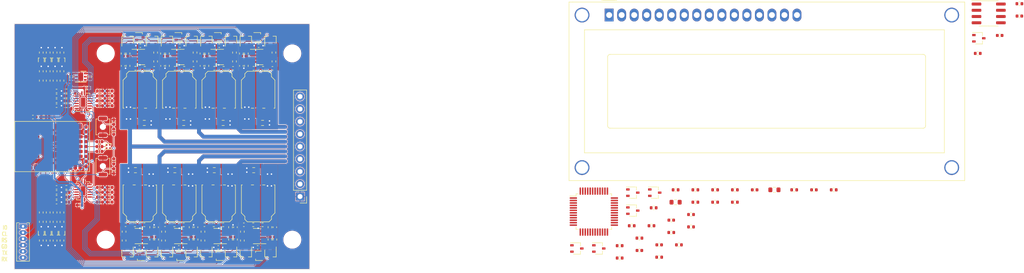
<source format=kicad_pcb>
(kicad_pcb (version 20211014) (generator pcbnew)
  (layers (0 "F.Cu" signal) (31 "B.Cu" signal) (34 "B.Paste" user) (35 "F.Paste" user) (36 "B.SilkS" user "B.Silkscreen") (37 "F.SilkS" user "F.Silkscreen") (38 "B.Mask" user) (39 "F.Mask" user) (44 "Edge.Cuts" user))
  (net 0 "")
  (net 1 "GND")
  (net 2 "/Balancer/VoltageCell1")
  (net 3 "/Balancer/Balancer2/Cell+")
  (net 4 "/Balancer/Balancer3/Cell+")
  (net 5 "/Balancer/Supply")
  (net 6 "/Balancer/Balancer5/Cell+")
  (net 7 "/Balancer/Balancer6/Cell+")
  (net 8 "Net-(C20-Pad1)")
  (net 9 "/Balancer/Balancer7/Cell+")
  (net 10 "/Balancer/SWD_~{RST}")
  (net 11 "Net-(C23-Pad1)")
  (net 12 "/Balancer/CurrentCell1")
  (net 13 "/Balancer/VoltageCell2")
  (net 14 "/Balancer/CurrentCell2")
  (net 15 "/Balancer/VoltageCell3")
  (net 16 "Net-(Q17-Pad1)")
  (net 17 "/Balancer/CurrentCell3")
  (net 18 "Net-(Q21-Pad1)")
  (net 19 "/Balancer/VoltageCell4")
  (net 20 "Net-(Q23-Pad3)")
  (net 21 "/Balancer/CurrentCell4")
  (net 22 "/Balancer/VoltageCell5")
  (net 23 "Net-(Q27-Pad1)")
  (net 24 "Net-(Q28-Pad3)")
  (net 25 "/Balancer/CurrentCell5")
  (net 26 "Net-(Q31-Pad1)")
  (net 27 "/Balancer/VoltageCell6")
  (net 28 "Net-(Q32-Pad1)")
  (net 29 "/Balancer/CurrentCell6")
  (net 30 "Net-(Q36-Pad1)")
  (net 31 "/Balancer/VoltageCell7")
  (net 32 "Net-(Q37-Pad1)")
  (net 33 "Net-(Q38-Pad3)")
  (net 34 "/Balancer/CurrentCell7")
  (net 35 "/Balancer/Balancer8/Cell+")
  (net 36 "Net-(Q41-Pad1)")
  (net 37 "/Balancer/VoltageCell8")
  (net 38 "Net-(Q43-Pad3)")
  (net 39 "/Balancer/CurrentCell8")
  (net 40 "VIn-")
  (net 41 "/Balancer/Balance1")
  (net 42 "/Balancer/Balance2")
  (net 43 "/Balancer/Balance3")
  (net 44 "/Balancer/Balance4")
  (net 45 "/Balancer/Balance5")
  (net 46 "/Balancer/Balance6")
  (net 47 "/Balancer/Balance7")
  (net 48 "/Balancer/Balance8")
  (net 49 "Net-(C1-Pad1)")
  (net 50 "/Balancer/BalanceCurrent")
  (net 51 "/Balancer/CellVoltage")
  (net 52 "VIn+")
  (net 53 "/Vout+")
  (net 54 "Net-(Q20-Pad1)")
  (net 55 "Net-(Q22-Pad2)")
  (net 56 "OutputCurrent")
  (net 57 "Net-(Q25-Pad1)")
  (net 58 "Net-(C5-Pad1)")
  (net 59 "5V")
  (net 60 "/Balancer/BUTTON")
  (net 62 "Net-(Q35-Pad1)")
  (net 64 "Net-(Q40-Pad1)")
  (net 65 "Net-(Q42-Pad2)")
  (net 67 "Net-(Q45-Pad1)")
  (net 68 "Net-(Q46-Pad1)")
  (net 69 "Net-(Q42-Pad1)")
  (net 70 "/Balancer/SWDCLK")
  (net 71 "Net-(Q30-Pad1)")
  (net 72 "Net-(Q5-Pad3)")
  (net 73 "Net-(Q26-Pad1)")
  (net 74 "Net-(Q22-Pad1)")
  (net 75 "Net-(Q8-Pad3)")
  (net 76 "Net-(Q10-Pad1)")
  (net 77 "Net-(Q18-Pad3)")
  (net 78 "Net-(C17-Pad1)")
  (net 79 "/Balancer/SWDIO")
  (net 80 "/Balancer/Balancer1/Cell+")
  (net 82 "LCD_RegisterSelect")
  (net 83 "LCD_Enable")
  (net 84 "LCD_D4")
  (net 85 "LCD_D5")
  (net 86 "LCD_D6")
  (net 87 "LCD_D7")
  (net 88 "Net-(D1-Pad1)")
  (net 89 "BuckFET")
  (net 90 "Net-(D2-Pad2)")
  (net 91 "BoostFET")
  (net 92 "DischargeFet")
  (net 93 "/DischargeShunt")
  (net 94 "/OutputShunt")
  (net 95 "Net-(Q34-Pad2)")
  (net 96 "/FwOut")
  (net 97 "Net-(Q30-Pad2)")
  (net 98 "/Vout-")
  (net 99 "/RevOut")
  (net 100 "Net-(Q7-Pad2)")
  (net 101 "Net-(Q7-Pad1)")
  (net 102 "Net-(Q9-Pad2)")
  (net 103 "Net-(Q10-Pad2)")
  (net 104 "Net-(Q11-Pad1)")
  (net 105 "Net-(Q12-Pad2)")
  (net 106 "Net-(Q12-Pad1)")
  (net 107 "Net-(Q13-Pad3)")
  (net 108 "Net-(Q14-Pad2)")
  (net 109 "Net-(Q15-Pad1)")
  (net 110 "Net-(Q15-Pad2)")
  (net 111 "Net-(Q16-Pad1)")
  (net 112 "Net-(Q17-Pad2)")
  (net 113 "Net-(Q19-Pad2)")
  (net 114 "Net-(Q20-Pad2)")
  (net 115 "Net-(Q24-Pad2)")
  (net 116 "Net-(Q25-Pad2)")
  (net 117 "Net-(Q27-Pad2)")
  (net 118 "Net-(Q29-Pad2)")
  (net 119 "Net-(Q32-Pad2)")
  (net 120 "Net-(Q33-Pad3)")
  (net 121 "Net-(Q35-Pad2)")
  (net 122 "Net-(Q37-Pad2)")
  (net 123 "Net-(Q39-Pad2)")
  (net 124 "Net-(Q40-Pad2)")
  (net 125 "Net-(Q44-Pad2)")
  (net 126 "Net-(Q45-Pad2)")
  (net 127 "Temperature")
  (net 128 "Net-(R5-Pad1)")
  (net 129 "InputVoltage")
  (net 130 "DischargeCurrent")
  (net 131 "VOut+")
  (net 132 "OutputVoltage")
  (net 133 "VOut-")
  (net 134 "ReverseVoltage")
  (net 135 "Net-(R16-Pad1)")
  (net 136 "Net-(R18-Pad1)")
  (net 137 "/CurrentLimit")
  (net 138 "OutputN-FET")
  (net 139 "Net-(R23-Pad2)")
  (net 140 "SMPSEnable")
  (net 141 "BoostControl")
  (net 142 "BuckControl")
  (net 185 "+3.3V")
  (net 186 "Net-(C32-Pad1)")
  (net 190 "Net-(C35-Pad1)")
  (net 191 "/Balancer/TX")
  (net 193 "/Balancer/RX")
  (net 212 "Net-(C38-Pad1)")
  (net 215 "Net-(Q11-Pad2)")
  (net 216 "Net-(Q16-Pad2)")
  (net 217 "Net-(Q21-Pad2)")
  (net 218 "Net-(Q26-Pad2)")
  (net 219 "Net-(Q31-Pad2)")
  (net 220 "Net-(Q36-Pad2)")
  (net 221 "Net-(Q41-Pad2)")
  (net 222 "Net-(C26-Pad1)")
  (net 223 "Net-(C29-Pad1)")
  (net 224 "Net-(Q46-Pad2)")
  (net 225 "Net-(D3-Pad3)")
  (net 226 "/Balancer/LED_R")
  (net 227 "Net-(D3-Pad2)")
  (net 228 "/Balancer/LED_G")
  (net 229 "Net-(D3-Pad1)")
  (net 230 "/Balancer/LED_B")
  (net 232 "/Balancer/~{MuxEN}")
  (net 233 "/Balancer/MuxS2")
  (net 234 "/Balancer/MuxS1")
  (net 235 "/Balancer/MuxS0")
  (net 237 "Net-(C36-Pad1)")
  (net 238 "Net-(C33-Pad1)")
  (net 239 "Net-(C30-Pad1)")
  (net 240 "Net-(C27-Pad1)")
  (net 241 "Net-(C24-Pad1)")
  (net 242 "Net-(C21-Pad1)")
  (net 243 "Net-(C18-Pad1)")
  (net 244 "Net-(C15-Pad1)")
  (net 245 "Net-(NT1-Pad2)")
  (net 246 "Net-(NT2-Pad2)")
  (net 247 "Net-(NT3-Pad2)")
  (net 248 "Net-(NT4-Pad2)")
  (net 249 "Net-(NT5-Pad2)")
  (net 250 "Net-(NT6-Pad2)")
  (net 251 "Net-(NT7-Pad2)")
  (net 252 "Net-(NT8-Pad2)")
  (net 253 "Net-(Q8-Pad1)")
  (net 254 "Net-(Q13-Pad1)")
  (net 255 "Net-(Q18-Pad1)")
  (net 256 "Net-(Q23-Pad1)")
  (net 257 "Net-(Q28-Pad1)")
  (net 258 "Net-(Q33-Pad1)")
  (net 259 "Net-(Q38-Pad1)")
  (net 260 "Net-(Q43-Pad1)")
  (footprint "0_ProjectLibrary:QFN-16-1EP_2.5x3.5mm_P0.5mm_EP1x2.5mm" (layer "F.Cu") (at 79 91)
    (fp_text reference "U7" hide)
    (fp_text value "74HC4051")
  )
  (footprint "0_ProjectLibrary:QFN-16-1EP_2.5x3.5mm_P0.5mm_EP1x2.5mm" (layer "F.Cu") (at 79 109 180)
    (fp_text reference "U6" hide)
    (fp_text value "74HC4051")
  )
  (footprint "Connector_PinHeader_2.54mm:PinHeader_1x09_P2.54mm_Vertical" (layer "F.Cu") (at 123 110.16 180)
    (fp_text reference "J4" hide)
    (fp_text value "Balance")
  )
  (footprint "0_ProjectLibrary:LED_RGB_1x1mm" (layer "F.Cu") (at 84.1 100 -90)
    (fp_text reference "D3" hide)
    (fp_text value "LED")
  )
  (footprint "Capacitor_SMD:C_0402_1005Metric" (layer "F.Cu") (at 111.6 115.9)
    (fp_text reference "C36" hide)
    (fp_text value "100n")
  )
  (footprint "Capacitor_SMD:C_0402_1005Metric" (layer "F.Cu") (at 114.4 120.5)
    (fp_text reference "C37" hide)
    (fp_text value "100n")
  )
  (footprint "Resistor_SMD:R_0402_1005Metric" (layer "F.Cu") (at 82.4 89.7)
    (fp_text reference "R55" hide)
    (fp_text value "330k")
  )
  (footprint "Resistor_SMD:R_0402_1005Metric" (layer "F.Cu") (at 190.29 116.1)
    (fp_text reference "R5" hide)
    (fp_text value "100k")
  )
  (footprint "Package_TO_SOT_SMD:SOT-323_SC-70" (layer "F.Cu") (at 93 78.3 90)
    (fp_text reference "Q26" hide)
    (fp_text value "BSS84AKW")
  )
  (footprint "Package_TO_SOT_SMD:SOT-323_SC-70" (layer "F.Cu") (at 260.71 77.99)
    (fp_text reference "Q3" hide)
    (fp_text value "Q_NMOS_DGS")
  )
  (footprint "Resistor_SMD:R_0402_1005Metric" (layer "F.Cu") (at 82.4 108.3)
    (fp_text reference "R133" hide)
    (fp_text value "330k")
  )
  (footprint "Resistor_SMD:R_0603_1608Metric" (layer "F.Cu") (at 115.4 95.2 180)
    (fp_text reference "R36" hide)
    (fp_text value "0R1")
  )
  (footprint "Resistor_SMD:R_0402_1005Metric" (layer "F.Cu") (at 82.4 111.3)
    (fp_text reference "R94" hide)
    (fp_text value "330k")
  )
  (footprint "Package_TO_SOT_SMD:SOT-323_SC-70" (layer "F.Cu") (at 109 121.7 -90)
    (fp_text reference "Q40" hide)
    (fp_text value "BSS84AKW")
  )
  (footprint "Capacitor_SMD:C_0402_1005Metric" (layer "F.Cu") (at 85.2 105 -90)
    (fp_text reference "C10" hide)
    (fp_text value "100n")
  )
  (footprint "Resistor_SMD:R_0402_1005Metric" (layer "F.Cu") (at 104.1 81.1 90)
    (fp_text reference "R52" hide)
    (fp_text value "100k")
  )
  (footprint "Resistor_SMD:R_0402_1005Metric" (layer "F.Cu") (at 74.7 86.6 -90)
    (fp_text reference "R69" hide)
    (fp_text value "1k")
  )
  (footprint "Resistor_SMD:R_0603_1608Metric" (layer "F.Cu") (at 99.4 95.2 180)
    (fp_text reference "R62" hide)
    (fp_text value "0R1")
  )
  (footprint "Resistor_SMD:R_0402_1005Metric" (layer "F.Cu") (at 82.4 109.3)
    (fp_text reference "R120" hide)
    (fp_text value "330k")
  )
  (footprint "Resistor_SMD:R_0402_1005Metric" (layer "F.Cu") (at 70.5 115.3 -90)
    (fp_text reference "R122" hide)
    (fp_text value "100k")
  )
  (footprint "Capacitor_SMD:C_0402_1005Metric" (layer "F.Cu") (at 73.6 108.3)
    (fp_text reference "C55" hide)
    (fp_text value "100n")
  )
  (footprint "Capacitor_SMD:C_0402_1005Metric" (layer "F.Cu") (at 103.6 115.9)
    (fp_text reference "C33" hide)
    (fp_text value "100n")
  )
  (footprint "Resistor_SMD:R_0402_1005Metric" (layer "F.Cu") (at 111.1 81.1 90)
    (fp_text reference "R33" hide)
    (fp_text value "10k")
  )
  (footprint "Package_TO_SOT_SMD:SOT-323_SC-70" (layer "F.Cu") (at 88 121.7 -90)
    (fp_text reference "Q31" hide)
    (fp_text value "BSS84AKW")
  )
  (footprint "Resistor_SMD:R_0402_1005Metric" (layer "F.Cu") (at 75.6 88.7 180)
    (fp_text reference "R40" hide)
    (fp_text value "270k")
  )
  (footprint "Package_TO_SOT_SMD:SOT-416" (layer "F.Cu") (at 98.5 122.2 180)
    (fp_text reference "Q33" hide)
    (fp_text value "2SA1832")
  )
  (footprint "Resistor_SMD:R_0402_1005Metric" (layer "F.Cu") (at 194.3 116.1)
    (fp_text reference "R20" hide)
    (fp_text value "R")
  )
  (footprint "Resistor_SMD:R_0402_1005Metric" (layer "F.Cu") (at 202.32 113.82)
    (fp_text reference "R9" hide)
    (fp_text value "100k")
  )
  (footprint "Resistor_SMD:R_0402_1005Metric" (layer "F.Cu") (at 89.6 84.1)
    (fp_text reference "R76" hide)
    (fp_text value "100k")
  )
  (footprint "Package_TO_SOT_SMD:SOT-323_SC-70" (layer "F.Cu") (at 112 121.7 -90)
    (fp_text reference "Q46" hide)
    (fp_text value "BSS84AKW")
  )
  (footprint "Resistor_SMD:R_0402_1005Metric" (layer "F.Cu") (at 71.9 113.4 90)
    (fp_text reference "R108" hide)
    (fp_text value "1k")
  )
  (footprint "Resistor_SMD:R_0402_1005Metric" (layer "F.Cu") (at 116.9 118.9 -90)
    (fp_text reference "R130" hide)
    (fp_text value "100k")
  )
  (footprint "0_ProjectLibrary:Button_B3U-1000" (layer "F.Cu") (at 83 104 90)
    (fp_text reference "SW5" hide)
    (fp_text value "Reset")
  )
  (footprint "Resistor_SMD:R_0402_1005Metric" (layer "F.Cu") (at 71.9 80.9 90)
    (fp_text reference "R45" hide)
    (fp_text value "10k")
  )
  (footprint "Capacitor_SMD:C_0402_1005Metric" (layer "F.Cu") (at 93.4 84.1 180)
    (fp_text reference "C24" hide)
    (fp_text value "100n")
  )
  (footprint "Capacitor_SMD:C_0402_1005Metric" (layer "F.Cu") (at 84.4 88.7 180)
    (fp_text reference "C42" hide)
    (fp_text value "100n")
  )
  (footprint "Capacitor_SMD:C_0402_1005Metric" (layer "F.Cu") (at 111.1 83.6 -90)
    (fp_text reference "C17" hide)
    (fp_text value "100n")
  )
  (footprint "Resistor_SMD:R_0402_1005Metric" (layer "F.Cu") (at 117.7 80.9 -90)
    (fp_text reference "R34" hide)
    (fp_text value "10k")
  )
  (footprint "Resistor_SMD:R_0402_1005Metric" (layer "F.Cu") (at 73.3 80.9 90)
    (fp_text reference "R58" hide)
    (fp_text value "10k")
  )
  (footprint "Capacitor_SMD:C_0402_1005Metric" (layer "F.Cu") (at 195.86 119.98)
    (fp_text reference "C7" hide)
    (fp_text value "C")
  )
  (footprint "Resistor_SMD:R_0603_1608Metric" (layer "F.Cu") (at 105.6 104.8)
    (fp_text reference "R114" hide)
    (fp_text value "0R1")
  )
  (footprint "Resistor_SMD:R_0402_1005Metric" (layer "F.Cu") (at 103.3 119.1 90)
    (fp_text reference "R112" hide)
    (fp_text value "10k")
  )
  (footprint "Resistor_SMD:R_0402_1005Metric" (layer "F.Cu") (at 108.9 116.4 90)
    (fp_text reference "R116" hide)
    (fp_text value "270k")
  )
  (footprint "Resistor_SMD:R_0402_1005Metric" (layer "F.Cu") (at 71.9 115.3 -90)
    (fp_text reference "R109" hide)
    (fp_text value "100k")
  )
  (footprint "Capacitor_SMD:C_0402_1005Metric" (layer "F.Cu") (at 85.2 95 90)
    (fp_text reference "C11" hide)
    (fp_text value "100n")
  )
  (footprint "Resistor_SMD:R_0603_1608Metric" (layer "F.Cu") (at 89.6 104.8)
    (fp_text reference "R88" hide)
    (fp_text value "0R1")
  )
  (footprint "Capacitor_SMD:C_0402_1005Metric" (layer "F.Cu") (at 84.4 110.3 180)
    (fp_text reference "C52" hide)
    (fp_text value "100n")
  )
  (footprint "Capacitor_SMD:C_0402_1005Metric" (layer "F.Cu") (at 101.9 116.4 90)
    (fp_text reference "C32" hide)
    (fp_text value "100n")
  )
  (footprint "Package_TO_SOT_SMD:SOT-23-8" (layer "F.Cu") (at 114.3 118.2 180)
    (fp_text reference "U16" hide)
    (fp_text value "TLV9052")
  )
  (footprint "Resistor_SMD:R_0402_1005Metric" (layer "F.Cu") (at 207.21 111.31)
    (fp_text reference "R3" hide)
    (fp_text value "R")
  )
  (footprint "Capacitor_SMD:C_0402_1005Metric" (layer "F.Cu") (at 84.4 91.7 180)
    (fp_text reference "C48" hide)
    (fp_text value "100n")
  )
  (footprint "Capacitor_SMD:C_0402_1005Metric" (layer "F.Cu") (at 93.9 116.4 90)
    (fp_text reference "C29" hide)
    (fp_text value "100n")
  )
  (footprint "Resistor_SMD:R_0402_1005Metric" (layer "F.Cu") (at 87.1 81.1 90)
    (fp_text reference "R72" hide)
    (fp_text value "10k")
  )
  (footprint "Package_TO_SOT_SMD:SOT-23-8" (layer "F.Cu") (at 98.3 118.2 180)
    (fp_text reference "U14" hide)
    (fp_text value "TLV9052")
  )
  (footprint "0_ProjectLibrary:NetTie-2_SMD_Pad0.127mm" (layer "F.Cu") (at 113.1984 104.8)
    (fp_text reference "NT8" hide)
    (fp_text value "NetTie_2")
  )
  (footprint "Resistor_SMD:R_0402_1005Metric" (layer "F.Cu") (at 194.74 112.45)
    (fp_text reference "R6" hide)
    (fp_text value "R")
  )
  (footprint "0_ProjectLibrary:DFN1010-3" (layer "F.Cu") (at 74.7 82.7 180)
    (fp_text reference "Q22" hide)
    (fp_text value "PMXB360ENEA")
  )
  (footprint "Resistor_SMD:R_0402_1005Metric" (layer "F.Cu") (at 191.85 118.61)
    (fp_text reference "R16" hide)
    (fp_text value "100k")
  )
  (footprint "Capacitor_SMD:C_0402_1005Metric" (layer "F.Cu") (at 198.31 114.96)
    (fp_text reference "C1" hide)
    (fp_text value "C")
  )
  (footprint "Resistor_SMD:R_0402_1005Metric" (layer "F.Cu") (at 89.5 115.9)
    (fp_text reference "R87" hide)
    (fp_text value "100k")
  )
  (footprint "0_ProjectLibrary:PinHeader_1x06_P1.27mm_Vertical" (layer "F.Cu") (at 66.8 119.4)
    (fp_text reference "J5" hide)
    (fp_text value "Conn_01x06")
  )
  (footprint "Resistor_SMD:R_0402_1005Metric" (layer "F.Cu") (at 92.9 116.4 90)
    (fp_text reference "R90" hide)
    (fp_text value "270k")
  )
  (footprint "Package_TO_SOT_SMD:SOT-323_SC-70" (layer "F.Cu") (at 179.16 120.72)
    (fp_text reference "Q2" hide)
    (fp_text value "Q_PMOS_DGS")
  )
  (footprint "Resistor_SMD:R_0402_1005Metric" (layer "F.Cu") (at 211.22 108.8)
    (fp_text reference "R11" hide)
    (fp_text value "R")
  )
  (footprint "Resistor_SMD:R_0402_1005Metric" (layer "F.Cu") (at 93.7 82.7 90)
    (fp_text reference "R80" hide)
    (fp_text value "10k")
  )
  (footprint "Capacitor_SMD:C_0402_1005Metric" (layer "F.Cu") (at 87.6 115.9)
    (fp_text reference "C27" hide)
    (fp_text value "100n")
  )
  (footprint "Resistor_SMD:R_0402_1005Metric" (layer "F.Cu") (at 187.84 120.15)
    (fp_text reference "R14" hide)
    (fp_text value "R")
  )
  (footprint "Resistor_SMD:R_0402_1005Metric" (layer "F.Cu") (at 88.1 83.6 -90)
    (fp_text reference "R77" hide)
    (fp_text value "270k")
  )
  (footprint "Resistor_SMD:R_0402_1005Metric" (layer "F.Cu") (at 99.5 84.1 180)
    (fp_text reference "R61" hide)
    (fp_text value "100k")
  )
  (footprint "Capacitor_SMD:C_0402_1005Metric" (layer "F.Cu") (at 106.4 120.5)
    (fp_text reference "C34" hide)
    (fp_text value "100n")
  )
  (footprint "Capacitor_SMD:C_0402_1005Metric" (layer "F.Cu") (at 215.23 108.8)
    (fp_text reference "C2" hide)
    (fp_text value "CP")
  )
  (footprint "Resistor_SMD:R_0402_1005Metric" (layer "F.Cu") (at 95.3 117.3 -90)
    (fp_text reference "R106" hide)
    (fp_text value "10k")
  )
  (footprint "Capacitor_SMD:C_0402_1005Metric" (layer "F.Cu") (at 84.4 89.7 180)
    (fp_text reference "C44" hide)
    (fp_text value "100n")
  )
  (footprint "Package_TO_SOT_SMD:SOT-323_SC-70" (layer "F.Cu") (at 96 121.7 -90)
    (fp_text reference "Q36" hide)
    (fp_text value "BSS84AKW")
  )
  (footprint "0_ProjectLibrary:Wakefield_960-31-xx-D" (layer "F.Cu") (at 102.5 100)
    (fp_text reference "REF**" hide)
    (fp_text value "Wakefield_960-31-xx-D")
  )
  (footprint "Resistor_SMD:R_0402_1005Metric" (layer "F.Cu") (at 75.6 111.3 180)
    (fp_text reference "R92" hide)
    (fp_text value "270k")
  )
  (footprint "Package_TO_SOT_SMD:SOT-323_SC-70" (layer "F.Cu") (at 101 78.3 90)
    (fp_text reference "Q21" hide)
    (fp_text value "BSS84AKW")
  )
  (footprint "Resistor_SMD:R_0603_1608Metric" (layer "F.Cu") (at 199.19 111.31)
    (fp_text reference "R15" hide)
    (fp_text value "0R5")
  )
  (footprint "Resistor_SMD:R_0402_1005Metric" (layer "F.Cu") (at 92.9 118.9 -90)
    (fp_text reference "R91" hide)
    (fp_text value "100k")
  )
  (footprint "Resistor_SMD:R_0402_1005Metric" (layer "F.Cu") (at 70.5 84.7 90)
    (fp_text reference "R31" hide)
    (fp_text value "100k")
  )
  (footprint "Resistor_SMD:R_0402_1005Metric" (layer "F.Cu") (at 109.9 118.9 -90)
    (fp_text reference "R111" hide)
    (fp_text value "10k")
  )
  (footprint "Resistor_SMD:R_0402_1005Metric" (layer "F.Cu") (at 113.6 84.1)
    (fp_text reference "R37" hide)
    (fp_text value "100k")
  )
  (footprint "Resistor_SMD:R_0402_1005Metric" (layer "F.Cu") (at 73.3 113.4 90)
    (fp_text reference "R95" hide)
    (fp_text value "1k")
  )
  (footprint "Resistor_SMD:R_0402_1005Metric" (layer "F.Cu") (at 103.1 81.1 90)
    (fp_text reference "R46" hide)
    (fp_text value "10k")
  )
  (footprint "Resistor_SMD:R_0402_1005Metric" (layer "F.Cu") (at 202.32 116.33)
    (fp_text reference "R7" hide)
    (fp_text value "R")
  )
  (footprint "Resistor_SMD:R_0402_1005Metric" (layer "F.Cu") (at 109.7 82.7 90)
    (fp_text reference "R54" hide)
    (fp_text value "10k")
  )
  (footprint "Resistor_SMD:R_0402_1005Metric" (layer "F.Cu") (at 111.3 119.1 90)
    (fp_text reference "R125" hide)
    (fp_text value "10k")
  )
  (footprint "Resistor_SMD:R_0402_1005Metric" (layer "F.Cu") (at 82.4 110.3)
    (fp_text reference "R107" hide)
    (fp_text value "330k")
  )
  (footprint "Package_TO_SOT_SMD:SOT-323_SC-70" (layer "F.Cu") (at 190.51 113.02)
    (fp_text reference "Q5" hide)
    (fp_text value "Q_NMOS_DGS")
  )
  (footprint "Resistor_SMD:R_0402_1005Metric" (layer "F.Cu") (at 70.5 119.1 -90)
    (fp_text reference "R123" hide)
    (fp_text value "10k")
  )
  (footprint "0_ProjectLibrary:TO-251-3_Flipped" (layer "F.Cu") (at 98.5 111 180)
    (fp_text reference "Q34" hide)
    (fp_text value "IRLU120NPBF")
  )
  (footprint "Package_TO_SOT_SMD:SOT-23-8" (layer "F.Cu") (at 114.7 81.8)
    (fp_text reference "U9" hide)
    (fp_text value "TLV9052")
  )
  (footprint "Resistor_SMD:R_0402_1005Metric" (layer "F.Cu") (at 99.4 115.9 180)
    (fp_text reference "R102" hide)
    (fp_text value "100k")
  )
  (footprint "Package_TO_SOT_SMD:SOT-323_SC-70" (layer "F.Cu") (at 117 121.7 -90)
    (fp_text reference "Q45" hide)
    (fp_text value "BSS84AKW")
  )
  (footprint "Resistor_SMD:R_0402_1005Metric" (layer "F.Cu") (at 103.3 117.3 -90)
    (fp_text reference "R119" hide)
    (fp_text value "10k")
  )
  (footprint "Package_TO_SOT_SMD:SOT-416" (layer "F.Cu") (at 106.5 122.2 180)
    (fp_text reference "Q38" hide)
    (fp_text value "2SA1832")
  )
  (footprint "Resistor_SMD:R_0402_1005Metric" (layer "F.Cu") (at 115.5 84.1 180)
    (fp_text reference "R35" hide)
    (fp_text value "100k")
  )
  (footprint "Package_TO_SOT_SMD:SOT-323_SC-70" (layer "F.Cu") (at 190.51 109.37)
    (fp_text reference "Q1" hide)
    (fp_text value "Q_NMOS_DGS")
  )
  (footprint "Resistor_SMD:R_0402_1005Metric" (layer "F.Cu") (at 95.3 119.1 90)
    (fp_text reference "R99" hide)
    (fp_text value "10k")
  )
  (footprint "Capacitor_SMD:C_0402_1005Metric" (layer "F.Cu") (at 73.6 91.7)
    (fp_text reference "C47" hide)
    (fp_text value "100n")
  )
  (footprint "Resistor_SMD:R_0402_1005Metric" (layer "F.Cu") (at 73.3 115.3 -90)
    (fp_text reference "R96" hide)
    (fp_text value "100k")
  )
  (footprint "Resistor_SMD:R_0402_1005Metric" (layer "F.Cu") (at 85.2 103 -90)
    (fp_text reference "R25" hide)
    (fp_text value "51k")
  )
  (footprint "0_ProjectLibrary:DFN1010-3" (layer "F.Cu") (at 74.7 117.3)
    (fp_text reference "Q27" hide)
    (fp_text value "PMXB360ENEA")
  )
  (footprint "Resistor_SMD:R_0603_1608Metric" (layer "F.Cu") (at 91.4 95.2 180)
    (fp_text reference "R75" hide)
    (fp_text value "0R1")
  )
  (footprint "Resistor_SMD:R_0402_1005Metric" (layer "F.Cu") (at 111.3 117.3 -90)
    (fp_text reference "R132" hide)
    (fp_text value "10k")
  )
  (footprint "Resistor_SMD:R_0402_1005Metric" (layer "F.Cu") (at 115.4 115.9 180)
    (fp_text reference "R128" hide)
    (fp_text value "100k")
  )
  (footprint "Package_TO_SOT_SMD:SOT-323_SC-70" (layer "F.Cu") (at 96 78.3 90)
    (fp_text reference "Q20" hide)
    (fp_text value "BSS84AKW")
  )
  (footprint "Capacitor_SMD:C_0402_1005Metric" (layer "F.Cu") (at 73.6 110.3)
    (fp_text reference "C51" hide)
    (fp_text value "100n")
  )
  (footprint "Resistor_SMD:R_0402_1005Metric" (layer "F.Cu") (at 100.9 116.4 90)
    (fp_text reference "R103" hide)
    (fp_text value "270k")
  )
  (footprint "Capacitor_SMD:C_0402_1005Metric" (layer "F.Cu") (at 95.6 115.9)
    (fp_text reference "C30" hide)
    (fp_text value "100n")
  )
  (footprint "Resistor_SMD:R_0402_1005Metric" (layer "F.Cu") (at 82.3 99 180)
    (fp_text reference "R29" hide)
    (fp_text value "1.8k")
  )
  (footprint "Capacitor_SMD:C_0402_1005Metric" (layer "F.Cu") (at 117.4 84.1 180)
    (fp_text reference "C15" hide)
    (fp_text value "100n")
  )
  (footprint "0_ProjectLibrary:DFN1010-3" (layer "F.Cu") (at 71.9 82.7 180)
    (fp_text reference "Q12" hide)
    (fp_text value "PMXB360ENEA")
  )
  (footprint "Resistor_SMD:R_0402_1005Metric" (layer "F.Cu") (at 71.9 119.11 -90)
    (fp_text reference "R110" hide)
    (fp_text value "10k")
  )
  (footprint "0_ProjectLibrary:NetTie-2_SMD_Pad0.127mm" (layer "F.Cu") (at 115.8016 95.2 180)
    (fp_text reference "NT1" hide)
    (fp_text value "NetTie_2")
  )
  (footprint "0_ProjectLibrary:DFN1010-3" (layer "F.Cu") (at 73.3 82.7 180)
    (fp_text reference "Q17" hide)
    (fp_text value "PMXB360ENEA")
  )
  (footprint "Package_TO_SOT_SMD:SOT-323_SC-70" (layer "F.Cu") (at 183.61 120.72)
    (fp_text reference "Q6" hide)
    (fp_text value "Q_NMOS_DGS")
  )
  (footprint "Resistor_SMD:R_0402_1005Metric" (layer "F.Cu") (at 70.5 86.6 -90)
    (fp_text reference "R30" hide)
    (fp_text value "1k")
  )
  (footprint "Capacitor_SMD:C_0402_1005Metric" (layer "F.Cu") (at 73.6 88.7)
    (fp_text reference "C41" hide)
    (fp_text value "100n")
  )
  (footprint "0_ProjectLibrary:NetTie-2_SMD_Pad0.127mm" (layer "F.Cu") (at 91.8016 95.2 180)
    (fp_text reference "NT4" hide)
    (fp_text value "NetTie_2")
  )
  (footprint "Package_TO_SOT_SMD:SOT-416" (layer "F.Cu") (at 98.5 77.8)
    (fp_text reference "Q18" hide)
    (fp_text value "2SA1832")
  )
  (footprint "Resistor_SMD:R_0402_1005Metric" (layer "F.Cu") (at 112.1 83.6 -90)
    (fp_text reference "R38" hide)
    (fp_text value "270k")
  )
  (footprint "Capacitor_SMD:C_0402_1005Metric" (layer "F.Cu") (at 227.26 108.8)
    (fp_text reference "C3" hide)
    (fp_text value "CP")
  )
  (footprint "Resistor_SMD:R_0402_1005Metric" (layer "F.Cu") (at 97.5 115.9)
    (fp_text reference "R100" hide)
    (fp_text value "100k")
  )
  (footprint "Package_TO_SOT_SMD:SOT-416" (layer "F.Cu") (at 90.5 77.8)
    (fp_text reference "Q23" hide)
    (fp_text value "2SA1832")
  )
  (footprint "Package_TO_SOT_SMD:SOT-323_SC-70" (layer "F.Cu") (at 117 78.3 90)
    (fp_text reference "Q11" hide)
    (fp_text value "BSS84AKW")
  )
  (footprint "Package_TO_SOT_SMD:SOT-23-8" (layer "F.Cu") (at 90.7 81.8)
    (fp_text reference "U12" hide)
    (fp_text value "TLV9052")
  )
  (footprint "Capacitor_SMD:C_0402_1005Metric" (layer "F.Cu") (at 98.4 120.5)
    (fp_text reference "C31" hide)
    (fp_text value "100n")
  )
  (footprint "Package_TO_SOT_SMD:SOT-416" (layer "F.Cu") (at 114.5 77.8)
    (fp_text reference "Q8" hide)
    (fp_text value "2SA1832")
  )
  (footprint "Display:WC1602A" (layer "F.Cu") (at 185.71 73.275)
    (fp_text reference "DS1" hide)
    (fp_text value "WC1602A")
  )
  (footprint "Resistor_SMD:R_0402_1005Metric" (layer "F.Cu") (at 260.49 81.07)
    (fp_text reference "R18" hide)
    (fp_text value "100k")
  )
  (footprint "Resistor_SMD:R_0402_1005Metric" (layer "F.Cu") (at 107.4 115.9 180)
    (fp_text reference "R115" hide)
    (fp_text value "100k")
  )
  (footprint "Resistor_SMD:R_0402_1005Metric" (layer "F.Cu") (at 75.6 109.3 180)
    (fp_text reference "R118" hide)
    (fp_text value "270k")
  )
  (footprint "Resistor_SMD:R_0402_1005Metric" (layer "F.Cu") (at 199.19 108.8)
    (fp_text reference "R13" hide)
    (fp_text value "R")
  )
  (footprint "Resistor_SMD:R_0402_1005Metric" (layer "F.Cu") (at 85.2 97 90)
    (fp_text reference "R26" hide)
    (fp_text value "51k")
  )
  (footprint "Resistor_SMD:R_0402_1005Metric" (layer "F.Cu") (at 75.6 89.7 180)
    (fp_text reference "R53" hide)
    (fp_text value "270k")
  )
  (footprint "Resistor_SMD:R_0402_1005Metric" (layer "F.Cu") (at 116.9 116.4 90)
    (fp_text reference "R129" hide)
    (fp_text value "270k")
  )
  (footprint "Resistor_SMD:R_0402_1005Metric" (layer "F.Cu") (at 105.5 115.9)
    (fp_text reference "R113" hide)
    (fp_text value "100k")
  )
  (footprint "0_ProjectLibrary:NetTie-2_SMD_Pad0.127mm" (layer "F.Cu") (at 107.8016 95.2 180)
    (fp_text reference "NT2" hide)
    (fp_text value "NetTie_2")
  )
  (footprint "Resistor_SMD:R_0402_1005Metric" (layer "F.Cu") (at 97.6 84.1)
    (fp_text reference "R63" hide)
    (fp_text value "100k")
  )
  (footprint "Capacitor_SMD:C_0402_1005Metric" (layer "F.Cu") (at 98.6 79.5 180)
    (fp_text reference "C22" hide)
    (fp_text value "100n")
  )
  (footprint "Package_TO_SOT_SMD:SOT-323_SC-70" (layer "F.Cu") (at 93 121.7 -90)
    (fp_text reference "Q30" hide)
    (fp_text value "BSS84AKW")
  )
  (footprint "Resistor_SMD:R_0402_1005Metric" (layer "F.Cu") (at 75.6 91.7 180)
    (fp_text reference "R79" hide)
    (fp_text value "270k")
  )
  (footprint "Resistor_SMD:R_0402_1005Metric" (layer "F.Cu") (at 93.9 118.9 -90)
    (fp_text reference "R85" hide)
    (fp_text value "10k")
  )
  (footprint "Resistor_SMD:R_0402_1005Metric" (layer "F.Cu") (at 73.3 119.11 -90)
    (fp_text reference "R97" hide)
    (fp_text value "10k")
  )
  (footprint "Resistor_SMD:R_0402_1005Metric" (layer "F.Cu") (at 93.7 80.9 -90)
    (fp_text reference "R73" hide)
    (fp_text value "10k")
  )
  (footprint "Resistor_SMD:R_0402_1005Metric" (layer "F.Cu") (at 112.1 81.1 90)
    (fp_text reference "R39" hide)
    (fp_text value "100k")
  )
  (footprint "Resistor_SMD:R_0402_1005Metric" (layer "F.Cu") (at 113.5 115.9)
    (fp_text reference "R126" hide)
    (fp_text value "100k")
  )
  (footprint "Capacitor_SMD:C_0402_1005Metric" (layer "F.Cu") (at 73.6 111.3)
    (fp_text reference "C49" hide)
    (fp_text value "100n")
  )
  (footprint "Resistor_SMD:R_0402_1005Metric" (layer "F.Cu") (at 100.9 118.9 -90)
    (fp_text reference "R104" hide)
    (fp_text value "100k")
  )
  (footprint "Resistor_SMD:R_0402_1005Metric" (layer "F.Cu") (at 223.25 108.8)
    (fp_text reference "R17" hide)
    (fp_text value "R")
  )
  (footprint "Capacitor_SMD:C_0402_1005Metric" (layer "F.Cu") (at 268.94 73.48)
    (fp_text reference "C6" hide)
    (fp_text value "C")
  )
  (footprint "Resistor_SMD:R_0402_1005Metric" (layer "F.Cu") (at 117.9 118.9 -90)
    (fp_text reference "R124" hide)
    (fp_text value "10k")
  )
  (footprint "0_ProjectLibrary:TO-251-3_Flipped" (layer "F.Cu") (at 98.5 89)
    (fp_text reference "Q19" hide)
    (fp_text value "IRLU120NPBF")
  )
  (footprint "Capacitor_SMD:C_0402_1005Metric" (layer "F.Cu") (at 101.4 84.1 180)
    (fp_text reference "C21" hide)
    (fp_text value "100n")
  )
  (footprint "Resistor_SMD:R_0402_1005Metric" (layer "F.Cu") (at 82.3 101 180)
    (fp_text reference "R27" hide)
    (fp_text value "1.8k")
  )
  (footprint "Capacitor_SMD:C_0402_1005Metric" (layer "F.Cu") (at 76.6 85.8 -90)
    (fp_text reference "C40" hide)
    (fp_text value "1u")
  )
  (footprint "Resistor_SMD:R_0402_1005Metric" (layer "F.Cu") (at 96.1 81.1 90)
    (fp_text reference "R65" hide)
    (fp_text value "100k")
  )
  (footprint "0_ProjectLibrary:TO-251-3_Flipped" (layer "F.Cu") (at 90.5 111 180)
    (fp_text reference "Q29" hide)
    (fp_text value "IRLU120NPBF")
  )
  (footprint "0_ProjectLibrary:DFN1010-3" (layer "F.Cu") (at 73.3 117.3)
    (fp_text reference "Q32" hide)
    (fp_text value "PMXB360ENEA")
  )
  (footprint "Package_TO_SOT_SMD:SOT-23-8" (layer "F.Cu") (at 106.7 81.8)
    (fp_text reference "U10" hide)
    (fp_text value "TLV9052")
  )
  (footprint "Resistor_SMD:R_0402_1005Metric" (layer "F.Cu") (at 70.5 80.9 90)
    (fp_text reference "R32" hide)
    (fp_text value "10k")
  )
  (footprint "Resistor_SMD:R_0402_1005Metric" (layer "F.Cu") (at 207.21 108.8)
    (fp_text reference "R2" hide)
    (fp_text value "R")
  )
  (footprint "Resistor_SMD:R_0402_1005Metric" (layer "F.Cu") (at 82.4 91.7)
    (fp_text reference "R81" hide)
    (fp_text value "330k")
  )
  (footprint "Resistor_SMD:R_0402_1005Metric" (layer "F.Cu") (at 117.7 82.7 90)
    (fp_text reference "R41" hide)
    (fp_text value "10k")
  )
  (footprint "Capacitor_SMD:C_0402_1005Metric" (layer "F.Cu") (at 117.9 116.4 90)
    (fp_text reference "C38" hide)
    (fp_text value "100n")
  )
  (footprint "Capacitor_SMD:C_0402_1005Metric" (layer "F.Cu") (at 71 94)
    (fp_text reference "C13" hide)
    (fp_text value "100n")
  )
  (footprint "Capacitor_SMD:C_0402_1005Metric" (layer "F.Cu") (at 103.1 83.6 -90)
    (fp_text reference "C20" hide)
    (fp_text value "100n")
  )
  (footprint "Capacitor_SMD:C_0402_1005Metric" (layer "F.Cu") (at 84.4 90.7 180)
    (fp_text reference "C46" hide)
    (fp_text value "100n")
  )
  (footprint "Resistor_SMD:R_0402_1005Metric" (layer "F.Cu") (at 199.87 119.98)
    (fp_text reference "R8" hide)
    (fp_text value "R")
  )
  (footprint "Capacitor_SMD:C_0402_1005Metric" (layer "F.Cu") (at 264.94 77.42)
    (fp_text reference "C4" hide)
    (fp_text value "C")
  )
  (footprint "Resistor_SMD:R_0402_1005Metric" (layer "F.Cu") (at 82.3 100 180)
    (fp_text reference "R28" hide)
    (fp_text value "1.8k")
  )
  (footprint "0_ProjectLibrary:NetTie-2_SMD_Pad0.127mm" (layer "F.Cu") (at 99.8016 95.2 180)
    (fp_text reference "NT3" hide)
    (fp_text value "NetTie_2")
  )
  (footprint "Package_QFP:TQFP-48_7x7mm_P0.5mm" (layer "F.Cu") (at 182.61 113.22)
    (fp_text reference "U3" hide)
    (fp_text value "ATmega4809-A")
  )
  (footprint "Package_TO_SOT_SMD:SOT-23-8" (layer "F.Cu") (at 98.7 81.8)
    (fp_text reference "U11" hide)
    (fp_text value "TLV9052")
  )
  (footprint "Resistor_SMD:R_0402_1005Metric" (layer "F.Cu") (at 95.1 81.1 90)
    (fp_text reference "R59" hide)
    (fp_text value "10k")
  )
  (footprint "Resistor_SMD:R_0402_1005Metric" (layer "F.Cu") (at 91.4 115.9 180)
    (fp_text reference "R89" hide)
    (fp_text value "100k")
  )
  (footprint "Capacitor_SMD:C_0402_1005Metric" (layer "F.Cu") (at 79.7 88.1)
    (fp_text reference "C8" hide)
    (fp_text value "100n")
  )
  (footprint "Package_TO_SOT_SMD:SOT-416" (layer "F.Cu") (at 114.5 122.2 180)
    (fp_text reference "Q43" hide)
    (fp_text value "2SA1832")
  )
  (footprint "Resistor_SMD:R_0402_1005Metric" (layer "F.Cu") (at 71.9 84.7 90)
    (fp_text reference "R44" hide)
    (fp_text value "100k")
  )
  (footprint "Package_TO_SOT_SMD:SOT-23-8" (layer "F.Cu") (at 90.3 118.2 180)
    (fp_text reference "U13" hide)
    (fp_text value "TLV9052")
  )
  (footprint "Resistor_SMD:R_0402_1005Metric" (layer "F.Cu") (at 87.3 117.3 -90)
    (fp_text reference "R93" hide)
    (fp_text value "10k")
  )
  (footprint "0_ProjectLibrary:TO-251-3_Flipped" (layer "F.Cu") (at 106.5 89)
    (fp_text reference "Q14" hide)
    (fp_text value "IRLU120NPBF")
  )
  (footprint "Resistor_SMD:R_0402_1005Metric" (layer "F.Cu") (at 187.84 122.66)
    (fp_text reference "R23" hide)
    (fp_text value "R")
  )
  (footprint "Resistor_SMD:R_0402_1005Metric" (layer "F.Cu") (at 82.4 88.7)
    (fp_text reference "R42" hide)
    (fp_text value "330k")
  )
  (footprint "Package_TO_SOT_SMD:SOT-323_SC-70" (layer "F.Cu") (at 101 121.7 -90)
    (fp_text reference "Q35" hide)
    (fp_text value "BSS84AKW")
  )
  (footprint "Resistor_SMD:R_0402_1005Metric" (layer "F.Cu") (at 101.9 118.9 -90)
    (fp_text reference "R98" hide)
    (fp_text value "10k")
  )
  (footprint "Capacitor_SMD:C_0402_1005Metric" (layer "F.Cu") (at 84.4 109.3 180)
    (fp_text reference "C54" hide)
    (fp_text value "100n")
  )
  (footprint "Resistor_SMD:R_0402_1005Metric" (layer "F.Cu") (at 71.9 86.6 -90)
    (fp_text reference "R43" hide)
    (fp_text value "1k")
  )
  (footprint "Resistor_SMD:R_0603_1608Metric" (layer "F.Cu") (at 219.24 108.8)
    (fp_text reference "R19" hide)
    (fp_text value "0R5")
  )
  (footprint "Capacitor_SMD:C_0402_1005Metric" (layer "F.Cu") (at 73.6 89.7)
    (fp_text reference "C43" hide)
    (fp_text value "100n")
  )
  (footprint "Capacitor_SMD:C_0402_1005Metric" (layer "F.Cu") (at 109.9 116.4 90)
    (fp_text reference "C35" hide)
    (fp_text value "100n")
  )
  (footprint "Resistor_SMD:R_0402_1005Metric" (layer "F.Cu") (at 108.9 118.9 -90)
    (fp_text reference "R117" hide)
    (fp_text value "100k")
  )
  (footprint "Capacitor_SMD:C_0402_1005Metric" (layer "F.Cu") (at 109.4 84.1 180)
    (fp_text reference "C18" hide)
    (fp_text value "100n")
  )
  (footprint "Resistor_SMD:R_0402_1005Metric" (layer "F.Cu") (at 88.1 81.1 90)
    (fp_text reference "R78" hide)
    (fp_text value "100k")
  )
  (footprint "Capacitor_SMD:C_0402_1005Metric" (layer "F.Cu") (at 90.4 120.5)
    (fp_text reference "C28" hide)
    (fp_text value "100n")
  )
  (footprint "Package_TO_SOT_SMD:SOT-323_SC-70" (layer "F.Cu") (at 109 78.3 90)
    (fp_text reference "Q16" hide)
    (fp_text value "BSS84AKW")
  )
  (footprint "Capacitor_SMD:C_0402_1005Metric" (layer "F.Cu") (at 87.1 83.6 -90)
    (fp_text reference "C26" hide)
    (fp_text value "100n")
  )
  (footprint "0_ProjectLibrary:DFN1010-3" (layer "F.Cu") (at 70.5 117.3)
    (fp_text reference "Q42" hide)
    (fp_text value "PMXB360ENEA")
  )
  (footprint "Resistor_SMD:R_0402_1005Metric" (layer "F.Cu") (at 74.7 119.1 -90)
    (fp_text reference "R84" hide)
    (fp_text value "10k")
  )
  (footprint "Resistor_SMD:R_0402_1005Metric" (layer "F.Cu") (at 75.6 108.3 180)
    (fp_text reference "R131" hide)
    (fp_text value "270k")
  )
  (footprint "Resistor_SMD:R_0402_1005Metric" (layer "F.Cu") (at 203.2 111.31)
    (fp_text reference "R1" hide)
    (fp_text value "R")
  )
  (footprint "Resistor_SMD:R_0603_1608Metric" (layer "F.Cu") (at 107.4 95.2 180)
    (fp_text reference "R49" hide)
    (fp_text value "0R1")
  )
  (footprint "0_ProjectLibrary:DFN1010-3" (layer "F.Cu") (at 70.5 82.7 180)
    (fp_text reference "Q7" hide)
    (fp_text value "PMXB360ENEA")
  )
  (footprint "Resistor_SMD:R_0402_1005Metric" (layer "F.Cu") (at 75.6 110.3 180)
    (fp_text reference "R105" hide)
    (fp_text value "270k")
  )
  (footprint "Capacitor_SMD:C_0402_1005Metric" (layer "F.Cu") (at 114.6 79.5 180)
    (fp_text reference "C16" hide)
    (fp_text value "100n")
  )
  (footprint "Capacitor_SMD:C_0402_1005Metric" (layer "F.Cu") (at 95.1 83.6 -90)
    (fp_text reference "C23" hide)
    (fp_text value "100n")
  )
  (footprint "Resistor_SMD:R_0402_1005Metric" (layer "F.Cu") (at 198.31 117.47)
    (fp_text reference "R21" hide)
    (fp_text value "R")
  )
  (footprint "Capacitor_SMD:C_0402_1005Metric" (layer "F.Cu") (at 84.4 108.3 180)
    (fp_text reference "C56" hide)
    (fp_text value "100n")
  )
  (footprint "Capacitor_SMD:C_0402_1005Metric" (layer "F.Cu") (at 191.85 121.12)
    (fp_text reference "C5" hide)
    (fp_text value "C")
  )
  (footprint "Package_TO_SOT_SMD:SOT-323_SC-70" (layer "F.Cu") (at 104 78.3 90)
    (fp_text reference "Q15" hide)
    (fp_text value "BSS84AKW")
  )
  (footprint "Resistor_SMD:R_0402_1005Metric" (layer "F.Cu") (at 75.6 90.7 180)
    (fp_text reference "R66" hide)
    (fp_text value "270k")
  )
  (footprint "0_ProjectLibrary:NetTie-2_SMD_Pad0.127mm" (layer "F.Cu") (at 97.1984 104.8)
    (fp_text reference "NT6" hide)
    (fp_text value "NetTie_2")
  )
  (footprint "Capacitor_SMD:C_0402_1005Metric" (layer "F.Cu") (at 106.6 79.5 180)
    (fp_text reference "C19" hide)
    (fp_text value "100n")
  )
  (footprint "Resistor_SMD:R_0402_1005Metric" (layer "F.Cu") (at 107.5 84.1 180)
    (fp_text reference "R48" hide)
    (fp_text value "100k")
  )
  (footprint "0_ProjectLibrary:NetTie-2_SMD_Pad0.127mm" (layer "F.Cu") (at 105.1984 104.8)
    (fp_text reference "NT7" hide)
    (fp_text value "NetTie_2")
  )
  (footprint "Capacitor_SMD:C_0402_1005Metric" (layer "F.Cu") (at 80.4 85.8 -90)
    (fp_text reference "C39" hide)
    (fp_text value "1u")
  )
  (footprint "Resistor_SMD:R_0402_1005Metric" (layer "F.Cu") (at 96.1 83.6 -90)
    (fp_text reference "R64" hide)
    (fp_text value "270k")
  )
  (footprint "Capacitor_SMD:C_0402_1005Metric" (layer "F.Cu") (at 78.3 111.9 180)
    (fp_text reference "C9" hide)
    (fp_text value "100n")
  )
  (footprint "Resistor_SMD:R_0402_1005Metric" (layer "F.Cu") (at 211.22 111.31)
    (fp_text reference "R4" hide)
    (fp_text value "R")
  )
  (footprint "Resistor_SMD:R_0402_1005Metric" (layer "F.Cu") (at 87.3 119.1 90)
    (fp_text reference "R86" hide)
    (fp_text value "10k")
  )
  (footprint "Resistor_SMD:R_0402_1005Metric" (layer "F.Cu") (at 104.1 83.6 -90)
    (fp_text reference "R51" hide)
    (fp_text value "270k")
  )
  (footprint "Package_TO_SOT_SMD:SOT-416" (layer "F.Cu") (at 90.5 122.2 180)
    (fp_text reference "Q28" hide)
    (fp_text value "2SA1832")
  )
  (footprint "Resistor_SMD:R_0402_1005Metric" (layer "F.Cu") (at 82.4 90.7)
    (fp_text reference "R68" hide)
    (fp_text value "330k")
  )
  (footprint "Resistor_SMD:R_0603_1608Metric" (layer "F.Cu") (at 97.6 104.8)
    (fp_text reference "R101" hide)
    (fp_text value "0R1")
  )
  (footprint "Resistor_SMD:R_0402_1005Metric" (layer "F.Cu") (at 105.6 84.1)
    (fp_text reference "R50" hide)
    (fp_text value "100k")
  )
  (footprint "Package_SO:SOIC-8_3.9x4.9mm_P1.27mm" (layer "F.Cu") (at 262.71 72.94)
    (fp_text reference "U1" hide)
    (fp_text value "FAN3278")
  )
  (footprint "Resistor_SMD:R_0603_1608Metric" (layer "F.Cu") (at 113.6 104.8)
    (fp_text reference "R127" hide)
    (fp_text value "0R1")
  )
  (footprint "Package_TO_SOT_SMD:SOT-323_SC-70" (layer "F.Cu") (at 112 78.3 90)
    (fp_text reference "Q10" hide)
    (fp_text value "BSS84AKW")
  )
  (footprint "0_ProjectLibrary:TO-251-3_Flipped" (layer "F.Cu") (at 114.5 111 180)
    (fp_text reference "Q44" hide)
    (fp_text value "IRLU120NPBF")
  )
  (footprint "Capacitor_SMD:C_0402_1005Metric" (layer "F.Cu") (at 68.8 94 180)
    (fp_text reference "C14" hide)
    (fp_text value "100n")
  )
  (footprint "Resistor_SMD:R_0402_1005Metric" (layer "F.Cu") (at 203.2 108.8)
    (fp_text reference "R24" hide)
    (fp_text value "R")
  )
  (footprint "Resistor_SMD:R_0402_1005Metric" (layer "F.Cu") (at 74.7 84.7 90)
    (fp_text reference "R70" hide)
    (fp_text value "100k")
  )
  (footprint "Resistor_SMD:R_0402_1005Metric" (layer "F.Cu") (at 268.94 70.97)
    (fp_text reference "R12" hide)
    (fp_text value "R")
  )
  (footprint "0_ProjectLibrary:Diodes_UDFN2020-6" (layer "F.Cu") (at 78.5 85.8)
    (fp_text reference "U17" hide)
    (fp_text value "LDO_Diodes_AP7370")
  )
  (footprint "Resistor_SMD:R_0402_1005Metric" (layer "F.Cu") (at 70.5 113.4 90)
    (fp_text reference "R121" hide)
    (fp_text value "1k")
  )
  (footprint "Package_TO_SOT_SMD:SOT-416" (layer "F.Cu") (at 106.5 77.8)
    (fp_text reference "Q13" hide)
    (fp_text value "2SA1832")
  )
  (footprint "0_ProjectLibrary:Module_ublox_NINA-B306" (layer "F.Cu") (at 72.7 100 -90)
    (fp_text reference "U8" hide)
    (fp_text value "Module_NINA-B306")
  )
  (footprint "0_ProjectLibrary:Button_B3U-1000" (layer "F.Cu") (at 83 96 -90)
    (fp_text reference "SW6" hide)
    (fp_text value "Button")
  )
  (footprint "Resistor_SMD:R_0402_1005Metric" (layer "F.Cu") (at 109.7 80.9 -90)
    (fp_text reference "R47" hide)
    (fp_text value "10k")
  )
  (footprint "Package_TO_SOT_SMD:SOT-323_SC-70" (layer "F.Cu") (at 104 121.7 -90)
    (fp_text reference "Q41" hide)
    (fp_text value "BSS84AKW")
  )
  (footprint "Resistor_SMD:R_0402_1005Metric" (layer "F.Cu") (at 73.3 84.7 90)
    (fp_text reference "R57" hide)
    (fp_text value "100k")
  )
  (footprint "Capacitor_SMD:C_0402_1005Metric" (layer "F.Cu") (at 73.6 90.7)
    (fp_text reference "C45" hide)
    (fp_text value "100n")
  )
  (footprint "Resistor_SMD:R_0402_1005Metric" (layer "F.Cu") (at 195.86 122.49)
    (fp_text reference "R10" hide)
    (fp_text value "R")
  )
  (footprint "Resistor_SMD:R_0402_1005Metric" (layer "F.Cu") (at 73.3 86.6 -90)
    (fp_text reference "R56" hide)
    (fp_text value "1k")
  )
  (footprint "Resistor_SMD:R_0402_1005Metric" (layer "F.Cu") (at 74.7 113.4 90)
    (fp_text reference "R82" hide)
    (fp_text value "1k")
  )
  (footprint "Capacitor_SMD:C_0402_1005Metric" (layer "F.Cu") (at 84.4 111.3 180)
    (fp_text reference "C50" hide)
    (fp_text value "100n")
  )
  (footprint "0_ProjectLibrary:TO-251-3_Flipped" (layer "F.Cu") (at 90.5 89)
    (fp_text reference "Q24" hide)
    (fp_text value "IRLU120NPBF")
  )
  (footprint "Resistor_SMD:R_0402_1005Metric" (layer "F.Cu") (at 101.7 80.9 -90)
    (fp_text reference "R60" hide)
    (fp_text value "10k")
  )
  (footprint "Resistor_SMD:R_0402_1005Metric" (layer "F.Cu") (at 101.7 82.7 90)
    (fp_text reference "R67" hide)
    (fp_text value "10k")
  )
  (footprint "0_ProjectLibrary:TO-251-3_Flipped" (layer "F.Cu") (at 114.5 89)
    (fp_text reference "Q9" hide)
    (fp_text value "IRLU120NPBF")
  )
  (footprint "Resistor_SMD:R_0402_1005Metric" (layer "F.Cu") (at 231.27 108.8)
    (fp_text reference "R22" hide)
    (fp_text value "R")
  )
  (footprint "0_ProjectLibrary:NetTie-2_SMD_Pad0.127mm" (layer "F.Cu") (at 89.1984 104.8)
    (fp_text reference "NT5" hide)
    (fp_text value "NetTie_2")
  )
  (footprint "Resistor_SMD:R_0402_1005Metric" (layer "F.Cu") (at 74.7 80.9 90)
    (fp_text reference "R71" hide)
    (fp_text value "10k")
  )
  (footprint "Package_TO_SOT_SMD:SOT-23-8" (layer "F.Cu") (at 106.3 118.2 180)
    (fp_text reference "U15" hide)
    (fp_text value "TLV9052")
  )
  (footprint "Package_TO_SOT_SMD:SOT-323_SC-70" (layer "F.Cu") (at 88 78.3 90)
    (fp_text reference "Q25" hide)
    (fp_text value "BSS84AKW")
  )
  (footprint "Package_TO_SOT_SMD:SOT-323_SC-70" (layer "F.Cu") (at 194.96 109.37)
    (fp_text reference "Q4" hide)
    (fp_text value "Q_NMOS_DGS")
  )
  (footprint "Capacitor_SMD:C_0402_1005Metric" (layer "F.Cu") (at 90.6 79.5 180)
    (fp_text reference "C25" hide)
    (fp_text value "100n")
  )
  (footprint "Capacitor_SMD:C_0402_1005Metric" (layer "F.Cu") (at 73.6 109.3)
    (fp_text reference "C53" hide)
    (fp_text value "100n")
  )
  (footprint "Resistor_SMD:R_0402_1005Metric" (layer "F.Cu") (at 91.5 84.1 180)
    (fp_text reference "R74" hide)
    (fp_text value "100k")
  )
  (footprint "Resistor_SMD:R_0402_1005Metric" (layer "F.Cu") (at 74.7 115.3 -90)
    (fp_text reference "R83" hide)
    (fp_text value "100k")
  )
  (footprint "0_ProjectLibrary:TO-251-3_Flipped" (layer "F.Cu") (at 106.5 111 180)
    (fp_text reference "Q39" hide)
    (fp_text value "IRLU120NPBF")
  )
  (footprint "0_ProjectLibrary:DFN1010-3" (layer "F.Cu") (at 71.9 117.3)
    (fp_text reference "Q37" hide)
    (fp_text value "PMXB360ENEA")
  )
  (footprint "0_ProjectLibrary:Wakefield_960-31-xx-D" (layer "B.Cu") (at 102.5 100 180)
    (fp_text reference "REF**" hide)
    (fp_text value "Wakefield_960-31-xx-D")
  )
  (gr_line (start 65 125) (end 65 75) (layer "Edge.Cuts") (width 0.05))
  (gr_line (start 125 75) (end 125 125) (layer "Edge.Cuts") (width 0.05))
  (gr_line (start 125 125) (end 65 125) (layer "Edge.Cuts") (width 0.05))
  (gr_line (start 65 75) (end 125 75) (layer "Edge.Cuts") (width 0.05))
  (gr_text "IO\nCL\nRS\nGD\nTX\nRX" (at 63.7 119.7) (layer "F.SilkS") (effects (font (size 0.8 0.6)) (justify right)))
  (segment (start 73.3 115.81) (end 73.3 116.3) (width 0.127) (layer "F.Cu") (net 1))
  (segment (start 70.5 84.19) (end 70.5 83.7) (width 0.127) (layer "F.Cu") (net 1))
  (segment (start 70.5 119.61) (end 70.5 120.1) (width 0.127) (layer "F.Cu") (net 1))
  (segment (start 74.7 80.39) (end 74.7 79.9) (width 0.127) (layer "F.Cu") (net 1))
  (segment (start 73.3 80.39) (end 73.3 79.9) (width 0.127) (layer "F.Cu") (net 1))
  (segment (start 71.9 119.62) (end 71.9 120.11) (width 0.127) (layer "F.Cu") (net 1))
  (segment (start 73.3 84.19) (end 73.3 83.7) (width 0.127) (layer "F.Cu") (net 1))
  (segment (start 74.7 119.61) (end 74.7 120.1) (width 0.127) (layer "F.Cu") (net 1))
  (segment (start 70.5 79.9) (end 70.5 80.39) (width 0.127) (layer "F.Cu") (net 1))
  (segment (start 71.9 84.19) (end 71.9 83.7) (width 0.127) (layer "F.Cu") (net 1))
  (segment (start 71.9 80.39) (end 71.9 79.9) (width 0.127) (layer "F.Cu") (net 1))
  (segment (start 70.5 115.81) (end 70.5 116.3) (width 0.127) (layer "F.Cu") (net 1))
  (segment (start 73.3 119.62) (end 73.3 120.11) (width 0.127) (layer "F.Cu") (net 1))
  (segment (start 74.7 115.81) (end 74.7 116.3) (width 0.127) (layer "F.Cu") (net 1))
  (segment (start 71.9 115.81) (end 71.9 116.3) (width 0.127) (layer "F.Cu") (net 1))
  (segment (start 74.7 84.19) (end 74.7 83.7) (width 0.127) (layer "F.Cu") (net 1))
  (via (at 74.6 111.3) (size 0.5) (drill 0.3) (layers "F.Cu" "B.Cu") (net 1))
  (via (at 83.4 110.3) (size 0.5) (drill 0.3) (layers "F.Cu" "B.Cu") (net 1))
  (via (at 74.6 108.3) (size 0.5) (drill 0.3) (layers "F.Cu" "B.Cu") (net 1))
  (via (at 74.7 116.3) (size 0.5) (drill 0.3) (layers "F.Cu" "B.Cu") (net 1))
  (via (at 74.7 79.9) (size 0.5) (drill 0.3) (layers "F.Cu" "B.Cu") (net 1))
  (via (at 73.3 120.11) (size 0.5) (drill 0.3) (layers "F.Cu" "B.Cu") (net 1))
  (via (at 117.2 105.6) (size 0.5) (drill 0.3) (layers "F.Cu" "B.Cu") (net 1))
  (via (at 74.6 110.3) (size 0.5) (drill 0.3) (layers "F.Cu" "B.Cu") (net 1))
  (via (at 70.5 116.3) (size 0.5) (drill 0.3) (layers "F.Cu" "B.Cu") (net 1))
  (via (at 71.9 116.3) (size 0.5) (drill 0.3) (layers "F.Cu" "B.Cu") (net 1))
  (via (at 83.4 89.7) (size 0.5) (drill 0.3) (layers "F.Cu" "B.Cu") (net 1))
  (via (at 74.6 89.7) (size 0.5) (drill 0.3) (layers "F.Cu" "B.Cu") (net 1))
  (via (at 71.9 120.11) (size 0.5) (drill 0.3) (layers "F.Cu" "B.Cu") (net 1))
  (via (at 70.5 79.9) (size 0.5) (drill 0.3) (layers "F.Cu" "B.Cu") (net 1))
  (via (at 83.4 111.3) (size 0.5) (drill 0.3) (layers "F.Cu" "B.Cu") (net 1))
  (via (at 71.9 79.9) (size 0.5) (drill 0.3) (layers "F.Cu" "B.Cu") (net 1))
  (via (at 116.4 105.6) (size 0.5) (drill 0.3) (layers "F.Cu" "B.Cu") (net 1))
  (via (at 74.6 109.3) (size 0.5) (drill 0.3) (layers "F.Cu" "B.Cu") (net 1))
  (via (at 74.6 90.7) (size 0.5) (drill 0.3) (layers "F.Cu" "B.Cu") (net 1))
  (via (at 83.4 91.7) (size 0.5) (drill 0.3) (layers "F.Cu" "B.Cu") (net 1))
  (via (at 74.6 88.7) (size 0.5) (drill 0.3) (layers "F.Cu" "B.Cu") (net 1))
  (via (at 116.4 108) (size 0.5) (drill 0.3) (layers "F.Cu" "B.Cu") (net 1))
  (via (at 117.2 108) (size 0.5) (drill 0.3) (layers "F.Cu" "B.Cu") (net 1))
  (via (at 74.7 120.1) (size 0.5) (drill 0.3) (layers "F.Cu" "B.Cu") (net 1))
  (via (at 70.5 120.1) (size 0.5) (drill 0.3) (layers "F.Cu" "B.Cu") (net 1))
  (via (at 74.7 83.7) (size 0.5) (drill 0.3) (layers "F.Cu" "B.Cu") (net 1))
  (via (at 73.3 83.7) (size 0.5) (drill 0.3) (layers "F.Cu" "B.Cu") (net 1))
  (via (at 71.9 83.7) (size 0.5) (drill 0.3) (layers "F.Cu" "B.Cu") (net 1))
  (via (at 83.4 90.7) (size 0.5) (drill 0.3) (layers "F.Cu" "B.Cu") (net 1))
  (via (at 74.6 91.7) (size 0.5) (drill 0.3) (layers "F.Cu" "B.Cu") (net 1))
  (via (at 73.3 79.9) (size 0.5) (drill 0.3) (layers "F.Cu" "B.Cu") (net 1))
  (via (at 83.4 88.7) (size 0.5) (drill 0.3) (layers "F.Cu" "B.Cu") (net 1))
  (via (at 83.4 109.3) (size 0.5) (drill 0.3) (layers "F.Cu" "B.Cu") (net 1))
  (via (at 73.3 116.3) (size 0.5) (drill 0.3) (layers "F.Cu" "B.Cu") (net 1))
  (via (at 70.5 83.7) (size 0.5) (drill 0.3) (layers "F.Cu" "B.Cu") (net 1))
  (via (at 83.4 108.3) (size 0.5) (drill 0.3) (layers "F.Cu" "B.Cu") (net 1))
  (segment (start 117 122.7) (end 116.3 122.7) (width 0.127) (layer "F.Cu") (net 2))
  (segment (start 77.7 108.75) (end 77.1 108.75) (width 0.127) (layer "F.Cu") (net 2))
  (segment (start 76.8 108.45) (end 76.23 108.45) (width 0.127) (layer "F.Cu") (net 2))
  (segment (start 77.1 108.75) (end 76.8 108.45) (width 0.127) (layer "F.Cu") (net 2))
  (segment (start 76.23 108.45) (end 76.08 108.3) (width 0.127) (layer "F.Cu") (net 2))
  (via (at 116.3 122.7) (size 0.5) (drill 0.3) (layers "F.Cu" "B.Cu") (net 2))
  (via (at 76.8 108.45) (size 0.5) (drill 0.3) (layers "F.Cu" "B.Cu") (net 2))
  (segment (start 75.7 120.8) (end 75.7 109.55) (width 0.127) (layer "B.Cu") (net 2))
  (segment (start 79.1 124.2) (end 75.7 120.8) (width 0.127) (layer "B.Cu") (net 2))
  (segment (start 114.8 124.2) (end 79.1 124.2) (width 0.127) (layer "B.Cu") (net 2))
  (segment (start 75.7 109.55) (end 76.8 108.45) (width 0.127) (layer "B.Cu") (net 2))
  (segment (start 114.8 124.2) (end 116.3 122.7) (width 0.127) (layer "B.Cu") (net 2))
  (segment (start 102.5 102.9) (end 103.4 102) (width 0.8) (layer "F.Cu") (net 3))
  (segment (start 98.4 119.5) (end 98.4 117.5) (width 0.4) (layer "F.Cu") (net 3))
  (segment (start 105.9 121.7) (end 105.5 121.3) (width 0.127) (layer "F.Cu") (net 3))
  (segment (start 103.4 102) (end 120 102) (width 0.8) (layer "F.Cu") (net 3))
  (segment (start 105.26875 119.175) (end 105.1625 119.175) (width 0.4) (layer "F.Cu") (net 3))
  (segment (start 100.9 115.92) (end 101.4 115.92) (width 0.127) (layer "F.Cu") (net 3))
  (segment (start 98.88 119.98) (end 98.4 119.5) (width 0.4) (layer "F.Cu") (net 3))
  (segment (start 107.15 121.7) (end 105.9 121.7) (width 0.127) (layer "F.Cu") (net 3))
  (segment (start 105.5 121.3) (end 105.5 120.5) (width 0.127) (layer "F.Cu") (net 3))
  (segment (start 105.5 120.5) (end 105.92 120.5) (width 0.4) (layer "F.Cu") (net 3))
  (segment (start 105.92 119.82625) (end 105.26875 119.175) (width 0.4) (layer "F.Cu") (net 3))
  (segment (start 105.92 120.5) (end 105.92 119.82625) (width 0.4) (layer "F.Cu") (net 3))
  (segment (start 98.4 117.5) (end 98.675 117.225) (width 0.4) (layer "F.Cu") (net 3))
  (segment (start 98.675 117.225) (end 99.4375 117.225) (width 0.4) (layer "F.Cu") (net 3))
  (segment (start 98.88 120.5) (end 98.88 119.98) (width 0.4) (layer "F.Cu") (net 3))
  (segment (start 106.5 116.6) (end 106.5 116.29) (width 0.127) (layer "F.Cu") (net 3))
  (segment (start 101.9 115.92) (end 101.4 115.92) (width 0.127) (layer "F.Cu") (net 3))
  (segment (start 106.5 116.29) (end 106.89 115.9) (width 0.127) (layer "F.Cu") (net 3))
  (segment (start 99.3 120.5) (end 98.88 120.5) (width 0.4) (layer "F.Cu") (net 3))
  (segment (start 102.5 102.9) (end 102.5 103.6) (width 0.8) (layer "F.Cu") (net 3))
  (via (at 96.08 115.4) (size 0.5) (drill 0.3) (layers "F.Cu" "B.Cu") (net 3))
  (via (at 101.2 108) (size 0.5) (drill 0.3) (layers "F.Cu" "B.Cu") (net 3))
  (via (at 99.3 120.5) (size 0.5) (drill 0.3) (layers "F.Cu" "B.Cu") (net 3))
  (via (at 101.4 115.92) (size 0.5) (drill 0.3) (layers "F.Cu" "B.Cu") (net 3))
  (via (at 109.4 118.39) (size 0.5) (drill 0.3) (layers "F.Cu" "B.Cu") (net 3))
  (via (at 104.2 105.2) (size 0.5) (drill 0.3) (layers "F.Cu" "B.Cu") (net 3))
  (via (at 104.2 104.4) (size 0.5) (drill 0.3) (layers "F.Cu" "B.Cu") (net 3))
  (via (at 105.5 120.5) (size 0.5) (drill 0.3) (layers "F.Cu" "B.Cu") (net 3))
  (via (at 100.4 108) (size 0.5) (drill 0.3) (layers "F.Cu" "B.Cu") (net 3))
  (via (at 100.4 105.6) (size 0.5) (drill 0.3) (layers "F.Cu" "B.Cu") (net 3))
  (via (at 106.5 116.6) (size 0.5) (drill 0.3) (layers "F.Cu" "B.Cu") (net 3))
  (via (at 98.01 115.4) (size 0.5) (drill 0.3) (layers "F.Cu" "B.Cu") (net 3))
  (via (at 101.2 105.6) (size 0.5) (drill 0.3) (layers "F.Cu" "B.Cu") (net 3))
  (segment (start 102.5 102.9) (end 103.4 102) (width 0.8) (layer "B.Cu") (net 3))
  (segment (start 98.01 115.4) (end 99.4 115.4) (width 0.127) (layer "B.Cu") (net 3))
  (segment (start 102.5 102.9) (end 102.5 103.6) (width 0.8) (layer "B.Cu") (net 3))
  (segment (start 109.4 118.39) (end 106.71 118.39) (width 0.127) (layer "B.Cu") (net 3))
  (segment (start 103.4 102) (end 120 102) (width 0.8) (layer "B.Cu") (net 3))
  (segment (start 96.08 115.4) (end 98.01 115.4) (width 0.127) (layer "B.Cu") (net 3))
  (segment (start 90.4 119.5) (end 90.4 117.5) (width 0.4) (layer "F.Cu") (net 4))
  (segment (start 97.9 121.7) (end 97.5 121.3) (width 0.127) (layer "F.Cu") (net 4))
  (segment (start 97.26875 119.175) (end 97.1625 119.175) (width 0.4) (layer "F.Cu") (net 4))
  (segment (start 92.9 115.92) (end 93.4 115.92) (width 0.127) (layer "F.Cu") (net 4))
  (segment (start 94.5 102) (end 95.5 101) (width 0.8) (layer "F.Cu") (net 4))
  (segment (start 90.88 119.98) (end 90.4 119.5) (width 0.4) (layer "F.Cu") (net 4))
  (segment (start 99.15 121.7) (end 97.9 121.7) (width 0.127) (layer "F.Cu") (net 4))
  (segment (start 97.5 121.3) (end 97.5 120.5) (width 0.127) (layer "F.Cu") (net 4))
  (segment (start 97.5 120.5) (end 97.92 120.5) (width 0.4) (layer "F.Cu") (net 4))
  (segment (start 97.92 119.82625) (end 97.26875 119.175) (width 0.4) (layer "F.Cu") (net 4))
  (segment (start 97.92 120.5) (end 97.92 119.82625) (width 0.4) (layer "F.Cu") (net 4))
  (segment (start 90.4 117.5) (end 90.675 117.225) (width 0.4) (layer "F.Cu") (net 4))
  (segment (start 90.675 117.225) (end 91.4375 117.225) (width 0.4) (layer "F.Cu") (net 4))
  (segment (start 94.5 102) (end 94.5 103.6) (width 0.8) (layer "F.Cu") (net 4))
  (segment (start 90.88 120.5) (end 90.88 119.98) (width 0.4) (layer "F.Cu") (net 4))
  (segment (start 98.5 116.6) (end 98.5 116.29) (width 0.127) (layer "F.Cu") (net 4))
  (segment (start 93.9 115.92) (end 93.4 115.92) (width 0.127) (layer "F.Cu") (net 4))
  (segment (start 98.5 116.29) (end 98.89 115.9) (width 0.127) (layer "F.Cu") (net 4))
  (segment (start 95.5 101) (end 120 101) (width 0.8) (layer "F.Cu") (net 4))
  (segment (start 91.3 120.5) (end 90.88 120.5) (width 0.4) (layer "F.Cu") (net 4))
  (via (at 88.08 115.4) (size 0.5) (drill 0.3) (layers "F.Cu" "B.Cu") (net 4))
  (via (at 93.2 108) (size 0.5) (drill 0.3) (layers "F.Cu" "B.Cu") (net 4))
  (via (at 91.3 120.5) (size 0.5) (drill 0.3) (layers "F.Cu" "B.Cu") (net 4))
  (via (at 93.4 115.92) (size 0.5) (drill 0.3) (layers "F.Cu" "B.Cu") (net 4))
  (via (at 101.4 118.39) (size 0.5) (drill 0.3) (layers "F.Cu" "B.Cu") (net 4))
  (via (at 96.2 105.2) (size 0.5) (drill 0.3) (layers "F.Cu" "B.Cu") (net 4))
  (via (at 96.2 104.4) (size 0.5) (drill 0.3) (layers "F.Cu" "B.Cu") (net 4))
  (via (at 97.5 120.5) (size 0.5) (drill 0.3) (layers "F.Cu" "B.Cu") (net 4))
  (via (at 92.4 108) (size 0.5) (drill 0.3) (layers "F.Cu" "B.Cu") (net 4))
  (via (at 92.4 105.6) (size 0.5) (drill 0.3) (layers "F.Cu" "B.Cu") (net 4))
  (via (at 98.5 116.6) (size 0.5) (drill 0.3) (layers "F.Cu" "B.Cu") (net 4))
  (via (at 90.01 115.4) (size 0.5) (drill 0.3) (layers "F.Cu" "B.Cu") (net 4))
  (via (at 93.2 105.6) (size 0.5) (drill 0.3) (layers "F.Cu" "B.Cu") (net 4))
  (segment (start 90.01 115.4) (end 91.4 115.4) (width 0.127) (layer "B.Cu") (net 4))
  (segment (start 94.5 102) (end 94.5 103.6) (width 0.8) (layer "B.Cu") (net 4))
  (segment (start 94.5 102) (end 95.5 101) (width 0.8) (layer "B.Cu") (net 4))
  (segment (start 101.4 118.39) (end 98.71 118.39) (width 0.127) (layer "B.Cu") (net 4))
  (segment (start 88.08 115.4) (end 90.01 115.4) (width 0.127) (layer "B.Cu") (net 4))
  (segment (start 95.5 101) (end 120 101) (width 0.8) (layer "B.Cu") (net 4))
  (segment (start 90.6 80.5) (end 90.6 82.5) (width 0.4) (layer "F.Cu") (net 5))
  (segment (start 89.9 121.7) (end 89.5 121.3) (width 0.127) (layer "F.Cu") (net 5))
  (segment (start 89.26875 119.175) (end 89.1625 119.175) (width 0.4) (layer "F.Cu") (net 5))
  (segment (start 88.5 100) (end 120 100) (width 0.8) (layer "F.Cu") (net 5))
  (segment (start 88.1 84.08) (end 87.6 84.08) (width 0.127) (layer "F.Cu") (net 5))
  (segment (start 88.5 100) (end 88.5 103.6) (width 0.8) (layer "F.Cu") (net 5))
  (segment (start 90.12 80.02) (end 90.6 80.5) (width 0.4) (layer "F.Cu") (net 5))
  (segment (start 91.15 121.7) (end 89.9 121.7) (width 0.127) (layer "F.Cu") (net 5))
  (segment (start 89.5 121.3) (end 89.5 120.5) (width 0.127) (layer "F.Cu") (net 5))
  (segment (start 88.5 100) (end 88.5 96.4) (width 0.8) (layer "F.Cu") (net 5))
  (segment (start 89.5 120.5) (end 89.92 120.5) (width 0.4) (layer "F.Cu") (net 5))
  (segment (start 89.92 119.82625) (end 89.26875 119.175) (width 0.4) (layer "F.Cu") (net 5))
  (segment (start 89.92 120.5) (end 89.92 119.82625) (width 0.4) (layer "F.Cu") (net 5))
  (segment (start 90.6 82.5) (end 90.325 82.775) (width 0.4) (layer "F.Cu") (net 5))
  (segment (start 90.325 82.775) (end 89.5625 82.775) (width 0.4) (layer "F.Cu") (net 5))
  (segment (start 90.12 79.5) (end 90.12 80.02) (width 0.4) (layer "F.Cu") (net 5))
  (segment (start 80.23 85.15) (end 80.4 85.32) (width 0.35) (layer "F.Cu") (net 5))
  (segment (start 90.5 116.6) (end 90.5 116.29) (width 0.127) (layer "F.Cu") (net 5))
  (segment (start 87.1 84.08) (end 87.6 84.08) (width 0.127) (layer "F.Cu") (net 5))
  (segment (start 90.5 116.29) (end 90.89 115.9) (width 0.127) (layer "F.Cu") (net 5))
  (segment (start 89.7 79.5) (end 90.12 79.5) (width 0.4) (layer "F.Cu") (net 5))
  (segment (start 79.4375 85.15) (end 80.23 85.15) (width 0.35) (layer "F.Cu") (net 5))
  (via (at 92.92 84.6) (size 0.5) (drill 0.3) (layers "F.Cu" "B.Cu") (net 5))
  (via (at 87.8 92) (size 0.5) (drill 0.3) (layers "F.Cu" "B.Cu") (net 5))
  (via (at 89.7 79.5) (size 0.5) (drill 0.3) (layers "F.Cu" "B.Cu") (net 5))
  (via (at 87.6 84.08) (size 0.5) (drill 0.3) (layers "F.Cu" "B.Cu") (net 5))
  (via (at 93.4 118.39) (size 0.5) (drill 0.3) (layers "F.Cu" "B.Cu") (net 5))
  (via (at 88.2 105.2) (size 0.5) (drill 0.3) (layers "F.Cu" "B.Cu") (net 5))
  (via (at 88.2 104.4) (size 0.5) (drill 0.3) (layers "F.Cu" "B.Cu") (net 5))
  (via (at 89.5 120.5) (size 0.5) (drill 0.3) (layers "F.Cu" "B.Cu") (net 5))
  (via (at 88.6 92) (size 0.5) (drill 0.3) (layers "F.Cu" "B.Cu") (net 5))
  (via (at 88.6 94.4) (size 0.5) (drill 0.3) (layers "F.Cu" "B.Cu") (net 5))
  (via (at 90.5 116.6) (size 0.5) (drill 0.3) (layers "F.Cu" "B.Cu") (net 5))
  (via (at 90.99 84.6) (size 0.5) (drill 0.3) (layers "F.Cu" "B.Cu") (net 5))
  (via (at 87.8 94.4) (size 0.5) (drill 0.3) (layers "F.Cu" "B.Cu") (net 5))
  (segment (start 90.99 84.6) (end 89.6 84.6) (width 0.127) (layer "B.Cu") (net 5))
  (segment (start 88.5 100) (end 120 100) (width 0.8) (layer "B.Cu") (net 5))
  (segment (start 93.4 118.39) (end 90.71 118.39) (width 0.127) (layer "B.Cu") (net 5))
  (segment (start 92.92 84.6) (end 90.99 84.6) (width 0.127) (layer "B.Cu") (net 5))
  (segment (start 88.5 100) (end 88.5 96.4) (width 0.8) (layer "B.Cu") (net 5))
  (segment (start 88.5 100) (end 88.5 103.6) (width 0.8) (layer "B.Cu") (net 5))
  (segment (start 98.6 80.5) (end 98.6 82.5) (width 0.4) (layer "F.Cu") (net 6))
  (segment (start 91.1 78.3) (end 91.5 78.7) (width 0.127) (layer "F.Cu") (net 6))
  (segment (start 94.5 98) (end 95.5 99) (width 0.8) (layer "F.Cu") (net 6))
  (segment (start 91.73125 80.825) (end 91.8375 80.825) (width 0.4) (layer "F.Cu") (net 6))
  (segment (start 94.5 98) (end 94.5 96.4) (width 0.8) (layer "F.Cu") (net 6))
  (segment (start 96.1 84.08) (end 95.6 84.08) (width 0.127) (layer "F.Cu") (net 6))
  (segment (start 98.12 80.02) (end 98.6 80.5) (width 0.4) (layer "F.Cu") (net 6))
  (segment (start 89.85 78.3) (end 91.1 78.3) (width 0.127) (layer "F.Cu") (net 6))
  (segment (start 91.5 78.7) (end 91.5 79.5) (width 0.127) (layer "F.Cu") (net 6))
  (segment (start 91.5 79.5) (end 91.08 79.5) (width 0.4) (layer "F.Cu") (net 6))
  (segment (start 91.08 80.17375) (end 91.73125 80.825) (width 0.4) (layer "F.Cu") (net 6))
  (segment (start 91.08 79.5) (end 91.08 80.17375) (width 0.4) (layer "F.Cu") (net 6))
  (segment (start 95.5 99) (end 120 99) (width 0.8) (layer "F.Cu") (net 6))
  (segment (start 98.6 82.5) (end 98.325 82.775) (width 0.4) (layer "F.Cu") (net 6))
  (segment (start 98.325 82.775) (end 97.5625 82.775) (width 0.4) (layer "F.Cu") (net 6))
  (segment (start 98.12 79.5) (end 98.12 80.02) (width 0.4) (layer "F.Cu") (net 6))
  (segment (start 90.5 83.4) (end 90.5 83.71) (width 0.127) (layer "F.Cu") (net 6))
  (segment (start 95.1 84.08) (end 95.6 84.08) (width 0.127) (layer "F.Cu") (net 6))
  (segment (start 90.5 83.71) (end 90.11 84.1) (width 0.127) (layer "F.Cu") (net 6))
  (segment (start 97.7 79.5) (end 98.12 79.5) (width 0.4) (layer "F.Cu") (net 6))
  (via (at 100.92 84.6) (size 0.5) (drill 0.3) (layers "F.Cu" "B.Cu") (net 6))
  (via (at 95.8 92) (size 0.5) (drill 0.3) (layers "F.Cu" "B.Cu") (net 6))
  (via (at 97.7 79.5) (size 0.5) (drill 0.3) (layers "F.Cu" "B.Cu") (net 6))
  (via (at 95.6 84.08) (size 0.5) (drill 0.3) (layers "F.Cu" "B.Cu") (net 6))
  (via (at 87.6 81.61) (size 0.5) (drill 0.3) (layers "F.Cu" "B.Cu") (net 6))
  (via (at 92.8 94.8) (size 0.5) (drill 0.3) (layers "F.Cu" "B.Cu") (net 6))
  (via (at 92.8 95.6) (size 0.5) (drill 0.3) (layers "F.Cu" "B.Cu") (net 6))
  (via (at 91.5 79.5) (size 0.5) (drill 0.3) (layers "F.Cu" "B.Cu") (net 6))
  (via (at 96.6 92) (size 0.5) (drill 0.3) (layers "F.Cu" "B.Cu") (net 6))
  (via (at 96.6 94.4) (size 0.5) (drill 0.3) (layers "F.Cu" "B.Cu") (net 6))
  (via (at 90.5 83.4) (size 0.5) (drill 0.3) (layers "F.Cu" "B.Cu") (net 6))
  (via (at 98.99 84.6) (size 0.5) (drill 0.3) (layers "F.Cu" "B.Cu") (net 6))
  (via (at 95.8 94.4) (size 0.5) (drill 0.3) (layers "F.Cu" "B.Cu") (net 6))
  (segment (start 98.99 84.6) (end 97.6 84.6) (width 0.127) (layer "B.Cu") (net 6))
  (segment (start 94.5 98) (end 95.5 99) (width 0.8) (layer "B.Cu") (net 6))
  (segment (start 94.5 98) (end 94.5 96.4) (width 0.8) (layer "B.Cu") (net 6))
  (segment (start 87.6 81.61) (end 90.29 81.61) (width 0.127) (layer "B.Cu") (net 6))
  (segment (start 100.92 84.6) (end 98.99 84.6) (width 0.127) (layer "B.Cu") (net 6))
  (segment (start 95.5 99) (end 120 99) (width 0.8) (layer "B.Cu") (net 6))
  (segment (start 106.6 80.5) (end 106.6 82.5) (width 0.4) (layer "F.Cu") (net 7))
  (segment (start 99.1 78.3) (end 99.5 78.7) (width 0.127) (layer "F.Cu") (net 7))
  (segment (start 102.5 97.1) (end 102.5 96.4) (width 0.8) (layer "F.Cu") (net 7))
  (segment (start 99.73125 80.825) (end 99.8375 80.825) (width 0.4) (layer "F.Cu") (net 7))
  (segment (start 104.1 84.08) (end 103.6 84.08) (width 0.127) (layer "F.Cu") (net 7))
  (segment (start 106.12 80.02) (end 106.6 80.5) (width 0.4) (layer "F.Cu") (net 7))
  (segment (start 97.85 78.3) (end 99.1 78.3) (width 0.127) (layer "F.Cu") (net 7))
  (segment (start 99.5 78.7) (end 99.5 79.5) (width 0.127) (layer "F.Cu") (net 7))
  (segment (start 99.5 79.5) (end 99.08 79.5) (width 0.4) (layer "F.Cu") (net 7))
  (segment (start 99.08 80.17375) (end 99.73125 80.825) (width 0.4) (layer "F.Cu") (net 7))
  (segment (start 99.08 79.5) (end 99.08 80.17375) (width 0.4) (layer "F.Cu") (net 7))
  (segment (start 106.6 82.5) (end 106.325 82.775) (width 0.4) (layer "F.Cu") (net 7))
  (segment (start 106.325 82.775) (end 105.5625 82.775) (width 0.4) (layer "F.Cu") (net 7))
  (segment (start 103.4 98) (end 120 98) (width 0.8) (layer "F.Cu") (net 7))
  (segment (start 106.12 79.5) (end 106.12 80.02) (width 0.4) (layer "F.Cu") (net 7))
  (segment (start 102.5 97.1) (end 103.4 98) (width 0.8) (layer "F.Cu") (net 7))
  (segment (start 98.5 83.4) (end 98.5 83.71) (width 0.127) (layer "F.Cu") (net 7))
  (segment (start 103.1 84.08) (end 103.6 84.08) (width 0.127) (layer "F.Cu") (net 7))
  (segment (start 98.5 83.71) (end 98.11 84.1) (width 0.127) (layer "F.Cu") (net 7))
  (segment (start 105.7 79.5) (end 106.12 79.5) (width 0.4) (layer "F.Cu") (net 7))
  (via (at 108.92 84.6) (size 0.5) (drill 0.3) (layers "F.Cu" "B.Cu") (net 7))
  (via (at 103.8 92) (size 0.5) (drill 0.3) (layers "F.Cu" "B.Cu") (net 7))
  (via (at 105.7 79.5) (size 0.5) (drill 0.3) (layers "F.Cu" "B.Cu") (net 7))
  (via (at 103.6 84.08) (size 0.5) (drill 0.3) (layers "F.Cu" "B.Cu") (net 7))
  (via (at 95.6 81.61) (size 0.5) (drill 0.3) (layers "F.Cu" "B.Cu") (net 7))
  (via (at 100.8 94.8) (size 0.5) (drill 0.3) (layers "F.Cu" "B.Cu") (net 7))
  (via (at 100.8 95.6) (size 0.5) (drill 0.3) (layers "F.Cu" "B.Cu") (net 7))
  (via (at 99.5 79.5) (size 0.5) (drill 0.3) (layers "F.Cu" "B.Cu") (net 7))
  (via (at 104.6 92) (size 0.5) (drill 0.3) (layers "F.Cu" "B.Cu") (net 7))
  (via (at 104.6 94.4) (size 0.5) (drill 0.3) (layers "F.Cu" "B.Cu") (net 7))
  (via (at 98.5 83.4) (size 0.5) (drill 0.3) (layers "F.Cu" "B.Cu") (net 7))
  (via (at 106.99 84.6) (size 0.5) (drill 0.3) (layers "F.Cu" "B.Cu") (net 7))
  (via (at 103.8 94.4) (size 0.5) (drill 0.3) (layers "F.Cu" "B.Cu") (net 7))
  (segment (start 106.99 84.6) (end 105.6 84.6) (width 0.127) (layer "B.Cu") (net 7))
  (segment (start 102.5 97.1) (end 103.4 98) (width 0.8) (layer "B.Cu") (net 7))
  (segment (start 102.5 97.1) (end 102.5 96.4) (width 0.8) (layer "B.Cu") (net 7))
  (segment (start 95.6 81.61) (end 98.29 81.61) (width 0.127) (layer "B.Cu") (net 7))
  (segment (start 103.4 98) (end 120 98) (width 0.8) (layer "B.Cu") (net 7))
  (segment (start 108.92 84.6) (end 106.99 84.6) (width 0.127) (layer "B.Cu") (net 7))
  (segment (start 104.1 83.09) (end 104.1 83.11) (width 0.127) (layer "F.Cu") (net 8))
  (segment (start 105.5625 82.125) (end 105.065 82.125) (width 0.127) (layer "F.Cu") (net 8))
  (segment (start 103.1 83.12) (end 104.1 83.12) (width 0.127) (layer "F.Cu") (net 8))
  (segment (start 104.1 83.11) (end 105.09 84.1) (width 0.127) (layer "F.Cu") (net 8))
  (segment (start 105.065 82.125) (end 104.1 83.09) (width 0.127) (layer "F.Cu") (net 8))
  (segment (start 114.6 80.5) (end 114.6 82.5) (width 0.4) (layer "F.Cu") (net 9))
  (segment (start 107.1 78.3) (end 107.5 78.7) (width 0.127) (layer "F.Cu") (net 9))
  (segment (start 107.73125 80.825) (end 107.8375 80.825) (width 0.4) (layer "F.Cu") (net 9))
  (segment (start 112.1 84.08) (end 111.6 84.08) (width 0.127) (layer "F.Cu") (net 9))
  (segment (start 111.1 97) (end 110.5 96.4) (width 0.8) (layer "F.Cu") (net 9))
  (segment (start 114.12 80.02) (end 114.6 80.5) (width 0.4) (layer "F.Cu") (net 9))
  (segment (start 105.85 78.3) (end 107.1 78.3) (width 0.127) (layer "F.Cu") (net 9))
  (segment (start 120 97) (end 111.1 97) (width 0.8) (layer "F.Cu") (net 9))
  (segment (start 107.5 78.7) (end 107.5 79.5) (width 0.127) (layer "F.Cu") (net 9))
  (segment (start 107.5 79.5) (end 107.08 79.5) (width 0.4) (layer "F.Cu") (net 9))
  (segment (start 107.08 80.17375) (end 107.73125 80.825) (width 0.4) (layer "F.Cu") (net 9))
  (segment (start 107.08 79.5) (end 107.08 80.17375) (width 0.4) (layer "F.Cu") (net 9))
  (segment (start 114.6 82.5) (end 114.325 82.775) (width 0.4) (layer "F.Cu") (net 9))
  (segment (start 114.325 82.775) (end 113.5625 82.775) (width 0.4) (layer "F.Cu") (net 9))
  (segment (start 114.12 79.5) (end 114.12 80.02) (width 0.4) (layer "F.Cu") (net 9))
  (segment (start 106.5 83.4) (end 106.5 83.71) (width 0.127) (layer "F.Cu") (net 9))
  (segment (start 111.1 84.08) (end 111.6 84.08) (width 0.127) (layer "F.Cu") (net 9))
  (segment (start 106.5 83.71) (end 106.11 84.1) (width 0.127) (layer "F.Cu") (net 9))
  (segment (start 113.7 79.5) (end 114.12 79.5) (width 0.4) (layer "F.Cu") (net 9))
  (via (at 116.92 84.6) (size 0.5) (drill 0.3) (layers "F.Cu" "B.Cu") (net 9))
  (via (at 111.8 92) (size 0.5) (drill 0.3) (layers "F.Cu" "B.Cu") (net 9))
  (via (at 113.7 79.5) (size 0.5) (drill 0.3) (layers "F.Cu" "B.Cu") (net 9))
  (via (at 111.6 84.08) (size 0.5) (drill 0.3) (layers "F.Cu" "B.Cu") (net 9))
  (via (at 103.6 81.61) (size 0.5) (drill 0.3) (layers "F.Cu" "B.Cu") (net 9))
  (via (at 108.8 94.8) (size 0.5) (drill 0.3) (layers "F.Cu" "B.Cu") (net 9))
  (via (at 108.8 95.6) (size 0.5) (drill 0.3) (layers "F.Cu" "B.Cu") (net 9))
  (via (at 107.5 79.5) (size 0.5) (drill 0.3) (layers "F.Cu" "B.Cu") (net 9))
  (via (at 112.6 92) (size 0.5) (drill 0.3) (layers "F.Cu" "B.Cu") (net 9))
  (via (at 112.6 94.4) (size 0.5) (drill 0.3) (layers "F.Cu" "B.Cu") (net 9))
  (via (at 106.5 83.4) (size 0.5) (drill 0.3) (layers "F.Cu" "B.Cu") (net 9))
  (via (at 114.99 84.6) (size 0.5) (drill 0.3) (layers "F.Cu" "B.Cu") (net 9))
  (via (at 111.8 94.4) (size 0.5) (drill 0.3) (layers "F.Cu" "B.Cu") (net 9))
  (segment (start 114.99 84.6) (end 113.6 84.6) (width 0.127) (layer "B.Cu") (net 9))
  (segment (start 103.6 81.61) (end 106.29 81.61) (width 0.127) (layer "B.Cu") (net 9))
  (segment (start 111.1 97) (end 110.5 96.4) (width 0.8) (layer "B.Cu") (net 9))
  (segment (start 116.92 84.6) (end 114.99 84.6) (width 0.127) (layer "B.Cu") (net 9))
  (segment (start 120 97) (end 111.1 97) (width 0.8) (layer "B.Cu") (net 9))
  (segment (start 83 105.7) (end 82 105.7) (width 0.127) (layer "F.Cu") (net 10))
  (segment (start 72.4 104.125) (end 72.4 105.4) (width 0.127) (layer "F.Cu") (net 10))
  (segment (start 72.4 105.4) (end 73.8 105.4) (width 0.127) (layer "F.Cu") (net 10))
  (segment (start 83.453688 104.52) (end 85.2 104.52) (width 0.127) (layer "F.Cu") (net 10))
  (segment (start 85.2 103.51) (end 85.2 104.52) (width 0.127) (layer "F.Cu") (net 10))
  (segment (start 83 104.973688) (end 83.453688 104.52) (width 0.127) (layer "F.Cu") (net 10))
  (segment (start 83 105.7) (end 83 104.973688) (width 0.127) (layer "F.Cu") (net 10))
  (via (at 73.8 105.4) (size 0.5) (drill 0.3) (layers "F.Cu" "B.Cu") (net 10))
  (via (at 82 105.7) (size 0.5) (drill 0.3) (layers "F.Cu" "B.Cu") (net 10))
  (via (at 72.4 105.4) (size 0.5) (drill 0.3) (layers "F.Cu" "B.Cu") (net 10))
  (segment (start 78.7 105.7) (end 82 105.7) (width 0.127) (layer "B.Cu") (net 10))
  (segment (start 66.8 118.765) (end 68.035 118.765) (width 0.127) (layer "B.Cu") (net 10))
  (segment (start 69.3 117.5) (end 69.3 106.4) (width 0.127) (layer "B.Cu") (net 10))
  (segment (start 69.3 106.4) (end 70.3 105.4) (width 0.127) (layer "B.Cu") (net 10))
  (segment (start 78.5 105.9) (end 78.7 105.7) (width 0.127) (layer "B.Cu") (net 10))
  (segment (start 74.3 105.9) (end 78.5 105.9) (width 0.127) (layer "B.Cu") (net 10))
  (segment (start 73.8 105.4) (end 74.3 105.9) (width 0.127) (layer "B.Cu") (net 10))
  (segment (start 68.035 118.765) (end 69.3 117.5) (width 0.127) (layer "B.Cu") (net 10))
  (segment (start 70.3 105.4) (end 72.4 105.4) (width 0.127) (layer "B.Cu") (net 10))
  (segment (start 96.1 83.09) (end 96.1 83.11) (width 0.127) (layer "F.Cu") (net 11))
  (segment (start 97.5625 82.125) (end 97.065 82.125) (width 0.127) (layer "F.Cu") (net 11))
  (segment (start 95.1 83.12) (end 96.1 83.12) (width 0.127) (layer "F.Cu") (net 11))
  (segment (start 96.1 83.11) (end 97.09 84.1) (width 0.127) (layer "F.Cu") (net 11))
  (segment (start 97.065 82.125) (end 96.1 83.09) (width 0.127) (layer "F.Cu") (net 11))
  (segment (start 81.77 108.45) (end 81.92 108.3) (width 0.127) (layer "F.Cu") (net 12))
  (segment (start 112 122.7) (end 111.3 122.7) (width 0.127) (layer "F.Cu") (net 12))
  (segment (start 81.2 108.45) (end 81.77 108.45) (width 0.127) (layer "F.Cu") (net 12))
  (segment (start 80.3 108.75) (end 80.9 108.75) (width 0.127) (layer "F.Cu") (net 12))
  (segment (start 80.9 108.75) (end 81.2 108.45) (width 0.127) (layer "F.Cu") (net 12))
  (via (at 111.3 122.7) (size 0.5) (drill 0.3) (layers "F.Cu" "B.Cu") (net 12))
  (via (at 81.2 108.45) (size 0.5) (drill 0.3) (layers "F.Cu" "B.Cu") (net 12))
  (segment (start 82.3 114.9) (end 79.8 117.4) (width 0.127) (layer "B.Cu") (net 12))
  (segment (start 79.8 120.5) (end 80.6 121.3) (width 0.127) (layer "B.Cu") (net 12))
  (segment (start 81.2 108.45) (end 82.3 109.55) (width 0.127) (layer "B.Cu") (net 12))
  (segment (start 79.8 117.4) (end 79.8 120.5) (width 0.127) (layer "B.Cu") (net 12))
  (segment (start 82.3 109.55) (end 82.3 114.9) (width 0.127) (layer "B.Cu") (net 12))
  (segment (start 80.6 121.3) (end 109.9 121.3) (width 0.127) (layer "B.Cu") (net 12))
  (segment (start 109.9 121.3) (end 111.3 122.7) (width 0.127) (layer "B.Cu") (net 12))
  (segment (start 76.8 109.15) (end 76.23 109.15) (width 0.127) (layer "F.Cu") (net 13))
  (segment (start 109 122.7) (end 108.3 122.7) (width 0.127) (layer "F.Cu") (net 13))
  (segment (start 76.9 109.25) (end 76.8 109.15) (width 0.127) (layer "F.Cu") (net 13))
  (segment (start 77.7 109.25) (end 76.9 109.25) (width 0.127) (layer "F.Cu") (net 13))
  (segment (start 76.23 109.15) (end 76.08 109.3) (width 0.127) (layer "F.Cu") (net 13))
  (via (at 108.3 122.7) (size 0.5) (drill 0.3) (layers "F.Cu" "B.Cu") (net 13))
  (via (at 76.8 109.15) (size 0.5) (drill 0.3) (layers "F.Cu" "B.Cu") (net 13))
  (segment (start 79.2 123.9) (end 76 120.7) (width 0.127) (layer "B.Cu") (net 13))
  (segment (start 76 120.7) (end 76 109.95) (width 0.127) (layer "B.Cu") (net 13))
  (segment (start 107.1 123.9) (end 79.2 123.9) (width 0.127) (layer "B.Cu") (net 13))
  (segment (start 107.1 123.9) (end 108.3 122.7) (width 0.127) (layer "B.Cu") (net 13))
  (segment (start 76 109.95) (end 76.8 109.15) (width 0.127) (layer "B.Cu") (net 13))
  (segment (start 81.2 109.15) (end 81.77 109.15) (width 0.127) (layer "F.Cu") (net 14))
  (segment (start 81.1 109.25) (end 81.2 109.15) (width 0.127) (layer "F.Cu") (net 14))
  (segment (start 104 122.7) (end 103.3 122.7) (width 0.127) (layer "F.Cu") (net 14))
  (segment (start 81.77 109.15) (end 81.92 109.3) (width 0.127) (layer "F.Cu") (net 14))
  (segment (start 80.3 109.25) (end 81.1 109.25) (width 0.127) (layer "F.Cu") (net 14))
  (via (at 103.3 122.7) (size 0.5) (drill 0.3) (layers "F.Cu" "B.Cu") (net 14))
  (via (at 81.2 109.15) (size 0.5) (drill 0.3) (layers "F.Cu" "B.Cu") (net 14))
  (segment (start 82 114.8) (end 82 109.95) (width 0.127) (layer "B.Cu") (net 14))
  (segment (start 79.5 117.3) (end 82 114.8) (width 0.127) (layer "B.Cu") (net 14))
  (segment (start 80.5 121.6) (end 79.5 120.6) (width 0.127) (layer "B.Cu") (net 14))
  (segment (start 82 109.95) (end 81.2 109.15) (width 0.127) (layer "B.Cu") (net 14))
  (segment (start 103.3 122.7) (end 102.2 121.6) (width 0.127) (layer "B.Cu") (net 14))
  (segment (start 102.2 121.6) (end 80.5 121.6) (width 0.127) (layer "B.Cu") (net 14))
  (segment (start 79.5 120.6) (end 79.5 117.3) (width 0.127) (layer "B.Cu") (net 14))
  (segment (start 101 122.7) (end 100.3 122.7) (width 0.127) (layer "F.Cu") (net 15))
  (segment (start 76.53 109.85) (end 76.08 110.3) (width 0.127) (layer "F.Cu") (net 15))
  (segment (start 76.9 109.75) (end 76.8 109.85) (width 0.127) (layer "F.Cu") (net 15))
  (segment (start 77.7 109.75) (end 76.9 109.75) (width 0.127) (layer "F.Cu") (net 15))
  (segment (start 76.8 109.85) (end 76.53 109.85) (width 0.127) (layer "F.Cu") (net 15))
  (via (at 100.3 122.7) (size 0.5) (drill 0.3) (layers "F.Cu" "B.Cu") (net 15))
  (via (at 76.8 109.85) (size 0.5) (drill 0.3) (layers "F.Cu" "B.Cu") (net 15))
  (segment (start 79.3 123.6) (end 99.4 123.6) (width 0.127) (layer "B.Cu") (net 15))
  (segment (start 76.3 110.35) (end 76.3 120.6) (width 0.127) (layer "B.Cu") (net 15))
  (segment (start 99.4 123.6) (end 100.3 122.7) (width 0.127) (layer "B.Cu") (net 15))
  (segment (start 76.8 109.85) (end 76.3 110.35) (width 0.127) (layer "B.Cu") (net 15))
  (segment (start 76.3 120.6) (end 79.3 123.6) (width 0.127) (layer "B.Cu") (net 15))
  (segment (start 72.7 84.61) (end 72.7 83.375) (width 0.127) (layer "F.Cu") (net 16))
  (segment (start 73.3 86.09) (end 73.3 85.21) (width 0.127) (layer "F.Cu") (net 16))
  (segment (start 73.3 85.21) (end 72.7 84.61) (width 0.127) (layer "F.Cu") (net 16))
  (segment (start 72.7 83.375) (end 72.925 83.15) (width 0.127) (layer "F.Cu") (net 16))
  (segment (start 80.9 110.25) (end 81.2 110.55) (width 0.127) (layer "F.Cu") (net 17))
  (segment (start 81.67 110.55) (end 81.92 110.3) (width 0.127) (layer "F.Cu") (net 17))
  (segment (start 81.2 110.55) (end 81.67 110.55) (width 0.127) (layer "F.Cu") (net 17))
  (segment (start 96 122.7) (end 95.3 122.7) (width 0.127) (layer "F.Cu") (net 17))
  (segment (start 80.3 110.25) (end 80.9 110.25) (width 0.127) (layer "F.Cu") (net 17))
  (via (at 81.2 110.55) (size 0.5) (drill 0.3) (layers "F.Cu" "B.Cu") (net 17))
  (via (at 95.3 122.7) (size 0.5) (drill 0.3) (layers "F.Cu" "B.Cu") (net 17))
  (segment (start 80.4 121.9) (end 79.2 120.7) (width 0.127) (layer "B.Cu") (net 17))
  (segment (start 81.7 111.05) (end 81.2 110.55) (width 0.127) (layer "B.Cu") (net 17))
  (segment (start 79.2 117.2) (end 81.7 114.7) (width 0.127) (layer "B.Cu") (net 17))
  (segment (start 81.7 114.7) (end 81.7 111.05) (width 0.127) (layer "B.Cu") (net 17))
  (segment (start 95.3 122.7) (end 94.5 121.9) (width 0.127) (layer "B.Cu") (net 17))
  (segment (start 79.2 120.7) (end 79.2 117.2) (width 0.127) (layer "B.Cu") (net 17))
  (segment (start 94.5 121.9) (end 80.4 121.9) (width 0.127) (layer "B.Cu") (net 17))
  (segment (start 100.6905 81.3095) (end 100.6905 79.6405) (width 0.127) (layer "F.Cu") (net 18))
  (segment (start 99.8375 81.475) (end 100.525 81.475) (width 0.127) (layer "F.Cu") (net 18))
  (segment (start 100.6905 79.6405) (end 100.35 79.3) (width 0.127) (layer "F.Cu") (net 18))
  (segment (start 100.525 81.475) (end 100.6905 81.3095) (width 0.127) (layer "F.Cu") (net 18))
  (segment (start 76.08 111.27) (end 76.08 111.3) (width 0.127) (layer "F.Cu") (net 19))
  (segment (start 77.7 110.25) (end 77.1 110.25) (width 0.127) (layer "F.Cu") (net 19))
  (segment (start 93 122.7) (end 92.3 122.7) (width 0.127) (layer "F.Cu") (net 19))
  (segment (start 76.8 110.55) (end 76.08 111.27) (width 0.127) (layer "F.Cu") (net 19))
  (segment (start 77.1 110.25) (end 76.8 110.55) (width 0.127) (layer "F.Cu") (net 19))
  (via (at 92.3 122.7) (size 0.5) (drill 0.3) (layers "F.Cu" "B.Cu") (net 19))
  (via (at 76.8 110.55) (size 0.5) (drill 0.3) (layers "F.Cu" "B.Cu") (net 19))
  (segment (start 76.6 110.75) (end 76.6 120.5) (width 0.127) (layer "B.Cu") (net 19))
  (segment (start 76.6 120.5) (end 79.4 123.3) (width 0.127) (layer "B.Cu") (net 19))
  (segment (start 79.4 123.3) (end 91.7 123.3) (width 0.127) (layer "B.Cu") (net 19))
  (segment (start 76.8 110.55) (end 76.6 110.75) (width 0.127) (layer "B.Cu") (net 19))
  (segment (start 91.7 123.3) (end 92.3 122.7) (width 0.127) (layer "B.Cu") (net 19))
  (segment (start 92.6 78.5) (end 91.9 77.8) (width 0.127) (layer "F.Cu") (net 20))
  (segment (start 94.1 78.6) (end 94 78.5) (width 0.127) (layer "F.Cu") (net 20))
  (segment (start 94 78.5) (end 92.6 78.5) (width 0.127) (layer "F.Cu") (net 20))
  (segment (start 94.1 79.99) (end 94.1 78.6) (width 0.127) (layer "F.Cu") (net 20))
  (segment (start 91.9 77.8) (end 91.15 77.8) (width 0.127) (layer "F.Cu") (net 20))
  (segment (start 93.7 80.39) (end 94.1 79.99) (width 0.127) (layer "F.Cu") (net 20))
  (segment (start 81.2 111.3) (end 81.92 111.3) (width 0.127) (layer "F.Cu") (net 21))
  (segment (start 80.4 111.3) (end 81.2 111.3) (width 0.127) (layer "F.Cu") (net 21))
  (segment (start 79.25 110.8) (end 79.9 110.8) (width 0.127) (layer "F.Cu") (net 21))
  (segment (start 79.9 110.8) (end 80.4 111.3) (width 0.127) (layer "F.Cu") (net 21))
  (segment (start 88 122.7) (end 87.3 122.7) (width 0.127) (layer "F.Cu") (net 21))
  (via (at 87.3 122.7) (size 0.5) (drill 0.3) (layers "F.Cu" "B.Cu") (net 21))
  (via (at 81.2 111.3) (size 0.5) (drill 0.3) (layers "F.Cu" "B.Cu") (net 21))
  (segment (start 78.9 120.8) (end 78.9 117.1) (width 0.127) (layer "B.Cu") (net 21))
  (segment (start 80.3 122.2) (end 78.9 120.8) (width 0.127) (layer "B.Cu") (net 21))
  (segment (start 87.3 122.7) (end 86.8 122.2) (width 0.127) (layer "B.Cu") (net 21))
  (segment (start 81.4 111.5) (end 81.2 111.3) (width 0.127) (layer "B.Cu") (net 21))
  (segment (start 78.9 117.1) (end 81.4 114.6) (width 0.127) (layer "B.Cu") (net 21))
  (segment (start 81.4 114.6) (end 81.4 111.5) (width 0.127) (layer "B.Cu") (net 21))
  (segment (start 86.8 122.2) (end 80.3 122.2) (width 0.127) (layer "B.Cu") (net 21))
  (segment (start 76.8 91.55) (end 76.23 91.55) (width 0.127) (layer "F.Cu") (net 22))
  (segment (start 77.1 91.25) (end 76.8 91.55) (width 0.127) (layer "F.Cu") (net 22))
  (segment (start 76.23 91.55) (end 76.08 91.7) (width 0.127) (layer "F.Cu") (net 22))
  (segment (start 88 77.3) (end 87.3 77.3) (width 0.127) (layer "F.Cu") (net 22))
  (segment (start 77.7 91.25) (end 77.1 91.25) (width 0.127) (layer "F.Cu") (net 22))
  (via (at 87.3 77.3) (size 0.5) (drill 0.3) (layers "F.Cu" "B.Cu") (net 22))
  (via (at 76.8 91.55) (size 0.5) (drill 0.3) (layers "F.Cu" "B.Cu") (net 22))
  (segment (start 76.8 91.55) (end 77.9 90.45) (width 0.127) (layer "B.Cu") (net 22))
  (segment (start 77.9 90.45) (end 77.9 78.2) (width 0.127) (layer "B.Cu") (net 22))
  (segment (start 79.4 76.7) (end 86.7 76.7) (width 0.127) (layer "B.Cu") (net 22))
  (segment (start 86.7 76.7) (end 87.3 77.3) (width 0.127) (layer "B.Cu") (net 22))
  (segment (start 77.9 78.2) (end 79.4 76.7) (width 0.127) (layer "B.Cu") (net 22))
  (segment (start 75.3 115.39) (end 75.3 116.625) (width 0.127) (layer "F.Cu") (net 23))
  (segment (start 74.7 114.79) (end 75.3 115.39) (width 0.127) (layer "F.Cu") (net 23))
  (segment (start 74.7 113.91) (end 74.7 114.79) (width 0.127) (layer "F.Cu") (net 23))
  (segment (start 75.3 116.625) (end 75.075 116.85) (width 0.127) (layer "F.Cu") (net 23))
  (segment (start 88.4 121.5) (end 89.1 122.2) (width 0.127) (layer "F.Cu") (net 24))
  (segment (start 86.9 121.4) (end 87 121.5) (width 0.127) (layer "F.Cu") (net 24))
  (segment (start 87 121.5) (end 88.4 121.5) (width 0.127) (layer "F.Cu") (net 24))
  (segment (start 86.9 120.01) (end 86.9 121.4) (width 0.127) (layer "F.Cu") (net 24))
  (segment (start 89.1 122.2) (end 89.85 122.2) (width 0.127) (layer "F.Cu") (net 24))
  (segment (start 87.3 119.61) (end 86.9 120.01) (width 0.127) (layer "F.Cu") (net 24))
  (segment (start 93 77.3) (end 92.3 77.3) (width 0.127) (layer "F.Cu") (net 25))
  (segment (start 80.9 91.25) (end 81.2 91.55) (width 0.127) (layer "F.Cu") (net 25))
  (segment (start 80.3 91.25) (end 80.9 91.25) (width 0.127) (layer "F.Cu") (net 25))
  (segment (start 81.2 91.55) (end 81.77 91.55) (width 0.127) (layer "F.Cu") (net 25))
  (segment (start 81.77 91.55) (end 81.92 91.7) (width 0.127) (layer "F.Cu") (net 25))
  (via (at 81.2 91.55) (size 0.5) (drill 0.3) (layers "F.Cu" "B.Cu") (net 25))
  (via (at 92.3 77.3) (size 0.5) (drill 0.3) (layers "F.Cu" "B.Cu") (net 25))
  (segment (start 80.3 77.8) (end 78.9 79.2) (width 0.127) (layer "B.Cu") (net 25))
  (segment (start 80.1 84.1) (end 80.1 90.45) (width 0.127) (layer "B.Cu") (net 25))
  (segment (start 78.9 79.2) (end 78.9 82.9) (width 0.127) (layer "B.Cu") (net 25))
  (segment (start 91.8 77.8) (end 92.3 77.3) (width 0.127) (layer "B.Cu") (net 25))
  (segment (start 78.9 82.9) (end 80.1 84.1) (width 0.127) (layer "B.Cu") (net 25))
  (segment (start 80.1 90.45) (end 81.2 91.55) (width 0.127) (layer "B.Cu") (net 25))
  (segment (start 80.3 77.8) (end 91.8 77.8) (width 0.127) (layer "B.Cu") (net 25))
  (segment (start 88.3095 118.6905) (end 88.3095 120.3595) (width 0.127) (layer "F.Cu") (net 26))
  (segment (start 89.1625 118.525) (end 88.475 118.525) (width 0.127) (layer "F.Cu") (net 26))
  (segment (start 88.3095 120.3595) (end 88.65 120.7) (width 0.127) (layer "F.Cu") (net 26))
  (segment (start 88.475 118.525) (end 88.3095 118.6905) (width 0.127) (layer "F.Cu") (net 26))
  (segment (start 76.8 90.85) (end 76.23 90.85) (width 0.127) (layer "F.Cu") (net 27))
  (segment (start 77.7 90.75) (end 76.9 90.75) (width 0.127) (layer "F.Cu") (net 27))
  (segment (start 76.9 90.75) (end 76.8 90.85) (width 0.127) (layer "F.Cu") (net 27))
  (segment (start 96 77.3) (end 95.3 77.3) (width 0.127) (layer "F.Cu") (net 27))
  (segment (start 76.23 90.85) (end 76.08 90.7) (width 0.127) (layer "F.Cu") (net 27))
  (via (at 76.8 90.85) (size 0.5) (drill 0.3) (layers "F.Cu" "B.Cu") (net 27))
  (via (at 95.3 77.3) (size 0.5) (drill 0.3) (layers "F.Cu" "B.Cu") (net 27))
  (segment (start 95.3 77.3) (end 94.4 76.4) (width 0.127) (layer "B.Cu") (net 27))
  (segment (start 77.6 90.05) (end 77.6 78.1) (width 0.127) (layer "B.Cu") (net 27))
  (segment (start 76.8 90.85) (end 77.6 90.05) (width 0.127) (layer "B.Cu") (net 27))
  (segment (start 79.3 76.4) (end 94.4 76.4) (width 0.127) (layer "B.Cu") (net 27))
  (segment (start 77.6 78.1) (end 79.3 76.4) (width 0.127) (layer "B.Cu") (net 27))
  (segment (start 73.9 116.625) (end 73.9 115.39) (width 0.127) (layer "F.Cu") (net 28))
  (segment (start 73.3 113.91) (end 73.3 114.79) (width 0.127) (layer "F.Cu") (net 28))
  (segment (start 73.675 116.85) (end 73.9 116.625) (width 0.127) (layer "F.Cu") (net 28))
  (segment (start 73.9 115.39) (end 73.3 114.79) (width 0.127) (layer "F.Cu") (net 28))
  (segment (start 101 77.3) (end 100.3 77.3) (width 0.127) (layer "F.Cu") (net 29))
  (segment (start 81.77 90.85) (end 81.92 90.7) (width 0.127) (layer "F.Cu") (net 29))
  (segment (start 81.2 90.85) (end 81.77 90.85) (width 0.127) (layer "F.Cu") (net 29))
  (segment (start 80.3 90.75) (end 81.1 90.75) (width 0.127) (layer "F.Cu") (net 29))
  (segment (start 81.1 90.75) (end 81.2 90.85) (width 0.127) (layer "F.Cu") (net 29))
  (via (at 100.3 77.3) (size 0.5) (drill 0.3) (layers "F.Cu" "B.Cu") (net 29))
  (via (at 81.2 90.85) (size 0.5) (drill 0.3) (layers "F.Cu" "B.Cu") (net 29))
  (segment (start 80.4 78.1) (end 99.5 78.1) (width 0.127) (layer "B.Cu") (net 29))
  (segment (start 80.4 84) (end 79.2 82.8) (width 0.127) (layer "B.Cu") (net 29))
  (segment (start 79.2 79.3) (end 80.4 78.1) (width 0.127) (layer "B.Cu") (net 29))
  (segment (start 79.2 82.8) (end 79.2 79.3) (width 0.127) (layer "B.Cu") (net 29))
  (segment (start 81.2 90.85) (end 80.4 90.05) (width 0.127) (layer "B.Cu") (net 29))
  (segment (start 99.5 78.1) (end 100.3 77.3) (width 0.127) (layer "B.Cu") (net 29))
  (segment (start 80.4 90.05) (end 80.4 84) (width 0.127) (layer "B.Cu") (net 29))
  (segment (start 96.3095 118.6905) (end 96.3095 120.3595) (width 0.127) (layer "F.Cu") (net 30))
  (segment (start 97.1625 118.525) (end 96.475 118.525) (width 0.127) (layer "F.Cu") (net 30))
  (segment (start 96.3095 120.3595) (end 96.65 120.7) (width 0.127) (layer "F.Cu") (net 30))
  (segment (start 96.475 118.525) (end 96.3095 118.6905) (width 0.127) (layer "F.Cu") (net 30))
  (segment (start 76.33 89.45) (end 76.08 89.7) (width 0.127) (layer "F.Cu") (net 31))
  (segment (start 77.7 89.75) (end 77.1 89.75) (width 0.127) (layer "F.Cu") (net 31))
  (segment (start 76.8 89.45) (end 76.33 89.45) (width 0.127) (layer "F.Cu") (net 31))
  (segment (start 104 77.3) (end 103.3 77.3) (width 0.127) (layer "F.Cu") (net 31))
  (segment (start 77.1 89.75) (end 76.8 89.45) (width 0.127) (layer "F.Cu") (net 31))
  (via (at 103.3 77.3) (size 0.5) (drill 0.3) (layers "F.Cu" "B.Cu") (net 31))
  (via (at 76.8 89.45) (size 0.5) (drill 0.3) (layers "F.Cu" "B.Cu") (net 31))
  (segment (start 76.8 89.45) (end 77.3 88.95) (width 0.127) (layer "B.Cu") (net 31))
  (segment (start 79.2 76.1) (end 102.1 76.1) (width 0.127) (layer "B.Cu") (net 31))
  (segment (start 77.3 78) (end 79.2 76.1) (width 0.127) (layer "B.Cu") (net 31))
  (segment (start 102.1 76.1) (end 103.3 77.3) (width 0.127) (layer "B.Cu") (net 31))
  (segment (start 77.3 88.95) (end 77.3 78) (width 0.127) (layer "B.Cu") (net 31))
  (segment (start 72.5 115.39) (end 71.9 114.79) (width 0.127) (layer "F.Cu") (net 32))
  (segment (start 72.275 116.85) (end 72.5 116.625) (width 0.127) (layer "F.Cu") (net 32))
  (segment (start 71.9 113.91) (end 71.9 114.79) (width 0.127) (layer "F.Cu") (net 32))
  (segment (start 72.5 116.625) (end 72.5 115.39) (width 0.127) (layer "F.Cu") (net 32))
  (segment (start 104.4 121.5) (end 105.1 122.2) (width 0.127) (layer "F.Cu") (net 33))
  (segment (start 102.9 121.4) (end 103 121.5) (width 0.127) (layer "F.Cu") (net 33))
  (segment (start 103 121.5) (end 104.4 121.5) (width 0.127) (layer "F.Cu") (net 33))
  (segment (start 102.9 120.01) (end 102.9 121.4) (width 0.127) (layer "F.Cu") (net 33))
  (segment (start 105.1 122.2) (end 105.85 122.2) (width 0.127) (layer "F.Cu") (net 33))
  (segment (start 103.3 119.61) (end 102.9 120.01) (width 0.127) (layer "F.Cu") (net 33))
  (segment (start 109 77.3) (end 108.3 77.3) (width 0.127) (layer "F.Cu") (net 34))
  (segment (start 81.47 90.15) (end 81.92 89.7) (width 0.127) (layer "F.Cu") (net 34))
  (segment (start 81.2 90.15) (end 81.47 90.15) (width 0.127) (layer "F.Cu") (net 34))
  (segment (start 81.1 90.25) (end 81.2 90.15) (width 0.127) (layer "F.Cu") (net 34))
  (segment (start 80.3 90.25) (end 81.1 90.25) (width 0.127) (layer "F.Cu") (net 34))
  (via (at 81.2 90.15) (size 0.5) (drill 0.3) (layers "F.Cu" "B.Cu") (net 34))
  (via (at 108.3 77.3) (size 0.5) (drill 0.3) (layers "F.Cu" "B.Cu") (net 34))
  (segment (start 80.7 89.65) (end 81.2 90.15) (width 0.127) (layer "B.Cu") (net 34))
  (segment (start 80.7 83.9) (end 80.7 89.65) (width 0.127) (layer "B.Cu") (net 34))
  (segment (start 79.5 82.7) (end 80.7 83.9) (width 0.127) (layer "B.Cu") (net 34))
  (segment (start 107.2 78.4) (end 108.3 77.3) (width 0.127) (layer "B.Cu") (net 34))
  (segment (start 80.5 78.4) (end 107.2 78.4) (width 0.127) (layer "B.Cu") (net 34))
  (segment (start 79.5 79.4) (end 79.5 82.7) (width 0.127) (layer "B.Cu") (net 34))
  (segment (start 80.5 78.4) (end 79.5 79.4) (width 0.127) (layer "B.Cu") (net 34))
  (segment (start 115.1 78.3) (end 115.5 78.7) (width 0.127) (layer "F.Cu") (net 35))
  (segment (start 115.73125 80.825) (end 115.8375 80.825) (width 0.4) (layer "F.Cu") (net 35))
  (segment (start 113.85 78.3) (end 115.1 78.3) (width 0.127) (layer "F.Cu") (net 35))
  (segment (start 115.5 78.7) (end 115.5 79.5) (width 0.127) (layer "F.Cu") (net 35))
  (segment (start 115.5 79.5) (end 115.08 79.5) (width 0.4) (layer "F.Cu") (net 35))
  (segment (start 115.08 80.17375) (end 115.73125 80.825) (width 0.4) (layer "F.Cu") (net 35))
  (segment (start 115.08 79.5) (end 115.08 80.17375) (width 0.4) (layer "F.Cu") (net 35))
  (segment (start 114.5 83.4) (end 114.5 83.71) (width 0.127) (layer "F.Cu") (net 35))
  (segment (start 117.5 96) (end 120 96) (width 0.8) (layer "F.Cu") (net 35))
  (segment (start 114.5 83.71) (end 114.11 84.1) (width 0.127) (layer "F.Cu") (net 35))
  (via (at 111.6 81.61) (size 0.5) (drill 0.3) (layers "F.Cu" "B.Cu") (net 35))
  (via (at 116.8 94.8) (size 0.5) (drill 0.3) (layers "F.Cu" "B.Cu") (net 35))
  (via (at 116.8 95.6) (size 0.5) (drill 0.3) (layers "F.Cu" "B.Cu") (net 35))
  (via (at 115.5 79.5) (size 0.5) (drill 0.3) (layers "F.Cu" "B.Cu") (net 35))
  (via (at 114.5 83.4) (size 0.5) (drill 0.3) (layers "F.Cu" "B.Cu") (net 35))
  (segment (start 117.5 96) (end 120 96) (width 0.8) (layer "B.Cu") (net 35))
  (segment (start 111.6 81.61) (end 114.29 81.61) (width 0.127) (layer "B.Cu") (net 35))
  (segment (start 104.3095 118.6905) (end 104.3095 120.3595) (width 0.127) (layer "F.Cu") (net 36))
  (segment (start 105.1625 118.525) (end 104.475 118.525) (width 0.127) (layer "F.Cu") (net 36))
  (segment (start 104.3095 120.3595) (end 104.65 120.7) (width 0.127) (layer "F.Cu") (net 36))
  (segment (start 104.475 118.525) (end 104.3095 118.6905) (width 0.127) (layer "F.Cu") (net 36))
  (segment (start 112 77.3) (end 111.3 77.3) (width 0.127) (layer "F.Cu") (net 37))
  (segment (start 77.7 88.7) (end 76.08 88.7) (width 0.127) (layer "F.Cu") (net 37))
  (segment (start 78.75 89.2) (end 78.2 89.2) (width 0.127) (layer "F.Cu") (net 37))
  (segment (start 78.2 89.2) (end 77.7 88.7) (width 0.127) (layer "F.Cu") (net 37))
  (via (at 111.3 77.3) (size 0.5) (drill 0.3) (layers "F.Cu" "B.Cu") (net 37))
  (via (at 76.8 88.7) (size 0.5) (drill 0.3) (layers "F.Cu" "B.Cu") (net 37))
  (segment (start 79.1 75.8) (end 109.8 75.8) (width 0.127) (layer "B.Cu") (net 37))
  (segment (start 77 88.5) (end 77 77.9) (width 0.127) (layer "B.Cu") (net 37))
  (segment (start 76.8 88.7) (end 77 88.5) (width 0.127) (layer "B.Cu") (net 37))
  (segment (start 109.8 75.8) (end 111.3 77.3) (width 0.127) (layer "B.Cu") (net 37))
  (segment (start 77 77.9) (end 79.1 75.8) (width 0.127) (layer "B.Cu") (net 37))
  (segment (start 112.4 121.5) (end 113.1 122.2) (width 0.127) (layer "F.Cu") (net 38))
  (segment (start 110.9 121.4) (end 111 121.5) (width 0.127) (layer "F.Cu") (net 38))
  (segment (start 111 121.5) (end 112.4 121.5) (width 0.127) (layer "F.Cu") (net 38))
  (segment (start 110.9 120.01) (end 110.9 121.4) (width 0.127) (layer "F.Cu") (net 38))
  (segment (start 113.1 122.2) (end 113.85 122.2) (width 0.127) (layer "F.Cu") (net 38))
  (segment (start 111.3 119.61) (end 110.9 120.01) (width 0.127) (layer "F.Cu") (net 38))
  (segment (start 117 77.3) (end 116.3 77.3) (width 0.127) (layer "F.Cu") (net 39))
  (segment (start 80.9 89.75) (end 81.2 89.45) (width 0.127) (layer "F.Cu") (net 39))
  (segment (start 81.2 89.45) (end 81.92 88.73) (width 0.127) (layer "F.Cu") (net 39))
  (segment (start 81.92 88.73) (end 81.92 88.7) (width 0.127) (layer "F.Cu") (net 39))
  (segment (start 80.3 89.75) (end 80.9 89.75) (width 0.127) (layer "F.Cu") (net 39))
  (via (at 81.2 89.45) (size 0.5) (drill 0.3) (layers "F.Cu" "B.Cu") (net 39))
  (via (at 116.3 77.3) (size 0.5) (drill 0.3) (layers "F.Cu" "B.Cu") (net 39))
  (segment (start 79.8 79.5) (end 80.6 78.7) (width 0.127) (layer "B.Cu") (net 39))
  (segment (start 79.8 82.6) (end 79.8 79.5) (width 0.127) (layer "B.Cu") (net 39))
  (segment (start 81 89.25) (end 81 83.8) (width 0.127) (layer "B.Cu") (net 39))
  (segment (start 81.2 89.45) (end 81 89.25) (width 0.127) (layer "B.Cu") (net 39))
  (segment (start 114.9 78.7) (end 116.3 77.3) (width 0.127) (layer "B.Cu") (net 39))
  (segment (start 81 83.8) (end 79.8 82.6) (width 0.127) (layer "B.Cu") (net 39))
  (segment (start 80.6 78.7) (end 114.9 78.7) (width 0.127) (layer "B.Cu") (net 39))
  (segment (start 70.5 106.8) (end 69.4 105.7) (width 0.127) (layer "F.Cu") (net 41))
  (segment (start 69.4 105.7) (end 69.4 104.125) (width 0.127) (layer "F.Cu") (net 41))
  (segment (start 70.5 112.89) (end 70.5 106.8) (width 0.127) (layer "F.Cu") (net 41))
  (segment (start 71.9 112.89) (end 70.8 111.79) (width 0.127) (layer "F.Cu") (net 42))
  (segment (start 70.8 111.79) (end 70.8 106.4) (width 0.127) (layer "F.Cu") (net 42))
  (segment (start 70.8 106.4) (end 70.4 106) (width 0.127) (layer "F.Cu") (net 42))
  (segment (start 70.4 106) (end 70.4 104.125) (width 0.127) (layer "F.Cu") (net 42))
  (segment (start 71.4 105.9) (end 71.4 104.125) (width 0.127) (layer "F.Cu") (net 43))
  (segment (start 73.3 112.89) (end 71.1 110.69) (width 0.127) (layer "F.Cu") (net 43))
  (segment (start 71.1 110.69) (end 71.1 106.2) (width 0.127) (layer "F.Cu") (net 43))
  (segment (start 71.1 106.2) (end 71.4 105.9) (width 0.127) (layer "F.Cu") (net 43))
  (segment (start 74.7 112.89) (end 74.11 112.3) (width 0.127) (layer "F.Cu") (net 44))
  (segment (start 71.4 108.6) (end 74.4 105.6) (width 0.127) (layer "F.Cu") (net 44))
  (segment (start 74.11 112.3) (end 73.2 112.3) (width 0.127) (layer "F.Cu") (net 44))
  (segment (start 73.2 112.3) (end 71.4 110.5) (width 0.127) (layer "F.Cu") (net 44))
  (segment (start 74.4 105.6) (end 74.4 104.125) (width 0.127) (layer "F.Cu") (net 44))
  (segment (start 71.4 110.5) (end 71.4 108.6) (width 0.127) (layer "F.Cu") (net 44))
  (segment (start 77.4 95.7) (end 77.4 95.875) (width 0.127) (layer "F.Cu") (net 45))
  (segment (start 73 87.9) (end 71.5 89.4) (width 0.127) (layer "F.Cu") (net 45))
  (segment (start 74.7 87.11) (end 73.91 87.9) (width 0.127) (layer "F.Cu") (net 45))
  (segment (start 71.5 90.9) (end 74.7 94.1) (width 0.127) (layer "F.Cu") (net 45))
  (segment (start 73.91 87.9) (end 73 87.9) (width 0.127) (layer "F.Cu") (net 45))
  (segment (start 71.5 89.4) (end 71.5 90.9) (width 0.127) (layer "F.Cu") (net 45))
  (segment (start 74.7 94.1) (end 75.8 94.1) (width 0.127) (layer "F.Cu") (net 45))
  (segment (start 75.8 94.1) (end 77.4 95.7) (width 0.127) (layer "F.Cu") (net 45))
  (segment (start 75.1 94.4) (end 76.4 95.7) (width 0.127) (layer "F.Cu") (net 46))
  (segment (start 73.2 93.01) (end 73.2 94.2) (width 0.127) (layer "F.Cu") (net 46))
  (segment (start 76.4 95.7) (end 76.4 95.875) (width 0.127) (layer "F.Cu") (net 46))
  (segment (start 71.2 91.01) (end 73.2 93.01) (width 0.127) (layer "F.Cu") (net 46))
  (segment (start 73.2 94.2) (end 73.4 94.4) (width 0.127) (layer "F.Cu") (net 46))
  (segment (start 73.4 94.4) (end 75.1 94.4) (width 0.127) (layer "F.Cu") (net 46))
  (segment (start 73.3 87.11) (end 71.2 89.21) (width 0.127) (layer "F.Cu") (net 46))
  (segment (start 71.2 89.21) (end 71.2 91.01) (width 0.127) (layer "F.Cu") (net 46))
  (segment (start 72.9 93.3) (end 72.9 94.6) (width 0.127) (layer "F.Cu") (net 47))
  (segment (start 72.9 94.6) (end 73 94.7) (width 0.127) (layer "F.Cu") (net 47))
  (segment (start 73 94.7) (end 74.5 94.7) (width 0.127) (layer "F.Cu") (net 47))
  (segment (start 71.446 92.746) (end 72.346 92.746) (width 0.127) (layer "F.Cu") (net 47))
  (segment (start 70.9 92.2) (end 71.446 92.746) (width 0.127) (layer "F.Cu") (net 47))
  (segment (start 70.9 92.2) (end 70.9 88.11) (width 0.127) (layer "F.Cu") (net 47))
  (segment (start 74.5 94.7) (end 75.4 95.6) (width 0.127) (layer "F.Cu") (net 47))
  (segment (start 70.9 88.11) (end 71.9 87.11) (width 0.127) (layer "F.Cu") (net 47))
  (segment (start 75.4 95.6) (end 75.4 95.875) (width 0.127) (layer "F.Cu") (net 47))
  (segment (start 72.346 92.746) (end 72.9 93.3) (width 0.127) (layer "F.Cu") (net 47))
  (segment (start 71.9 87.11) (end 71.9 87.2) (width 0.127) (layer "F.Cu") (net 47))
  (segment (start 70.5 87.11) (end 70.5 92.6) (width 0.127) (layer "F.Cu") (net 48))
  (segment (start 72.8 95) (end 72.5 94.7) (width 0.127) (layer "F.Cu") (net 48))
  (segment (start 72.5 94.7) (end 72.5 93.4) (width 0.127) (layer "F.Cu") (net 48))
  (segment (start 72.1 93) (end 70.9 93) (width 0.127) (layer "F.Cu") (net 48))
  (segment (start 74.4 95.875) (end 74.4 95.6) (width 0.127) (layer "F.Cu") (net 48))
  (segment (start 74.4 95.6) (end 73.8 95) (width 0.127) (layer "F.Cu") (net 48))
  (segment (start 70.5 92.6) (end 70.9 93) (width 0.127) (layer "F.Cu") (net 48))
  (segment (start 72.5 93.4) (end 72.1 93) (width 0.127) (layer "F.Cu") (net 48))
  (segment (start 73.8 95) (end 72.8 95) (width 0.127) (layer "F.Cu") (net 48))
  (segment (start 77.4 106.05) (end 77.4 104.125) (width 0.127) (layer "F.Cu") (net 50))
  (segment (start 81.1 109.75) (end 81.2 109.85) (width 0.127) (layer "F.Cu") (net 50))
  (segment (start 80.3 109.75) (end 81.1 109.75) (width 0.127) (layer "F.Cu") (net 50))
  (segment (start 77.85 106.5) (end 77.4 106.05) (width 0.127) (layer "F.Cu") (net 50))
  (via (at 81.2 109.85) (size 0.5) (drill 0.3) (layers "F.Cu" "B.Cu") (net 50))
  (via (at 77.85 106.5) (size 0.5) (drill 0.3) (layers "F.Cu" "B.Cu") (net 50))
  (segment (start 77.85 106.5) (end 81.2 109.85) (width 0.127) (layer "B.Cu") (net 50))
  (segment (start 76.9 90.25) (end 76.8 90.15) (width 0.127) (layer "F.Cu") (net 51))
  (segment (start 77.7 90.25) (end 76.9 90.25) (width 0.127) (layer "F.Cu") (net 51))
  (segment (start 78.4 104.125) (end 78.4 103.2) (width 0.127) (layer "F.Cu") (net 51))
  (via (at 78.4 103.2) (size 0.5) (drill 0.3) (layers "F.Cu" "B.Cu") (net 51))
  (via (at 76.8 90.15) (size 0.5) (drill 0.3) (layers "F.Cu" "B.Cu") (net 51))
  (segment (start 78.4 95.5) (end 76.3 93.4) (width 0.127) (layer "B.Cu") (net 51))
  (segment (start 76.3 90.65) (end 76.8 90.15) (width 0.127) (layer "B.Cu") (net 51))
  (segment (start 78.4 103.2) (end 78.4 95.5) (width 0.127) (layer "B.Cu") (net 51))
  (segment (start 76.3 93.4) (end 76.3 90.65) (width 0.127) (layer "B.Cu") (net 51))
  (segment (start 96.05 78.6) (end 97 78.6) (width 0.127) (layer "F.Cu") (net 54))
  (segment (start 97.2 78.8) (end 97.2 80) (width 0.127) (layer "F.Cu") (net 54))
  (segment (start 97 78.6) (end 97.2 78.8) (width 0.127) (layer "F.Cu") (net 54))
  (segment (start 97.5625 80.3625) (end 97.5625 80.825) (width 0.127) (layer "F.Cu") (net 54))
  (segment (start 95.35 79.3) (end 96.05 78.6) (width 0.127) (layer "F.Cu") (net 54))
  (segment (start 97.2 80) (end 97.5625 80.3625) (width 0.127) (layer "F.Cu") (net 54))
  (segment (start 75.075 83.15) (end 75.4 82.825) (width 0.127) (layer "F.Cu") (net 55))
  (segment (start 75.4 82.11) (end 74.7 81.41) (width 0.127) (layer "F.Cu") (net 55))
  (segment (start 75.4 82.825) (end 75.4 82.11) (width 0.127) (layer "F.Cu") (net 55))
  (segment (start 88.05 78.6) (end 89 78.6) (width 0.127) (layer "F.Cu") (net 57))
  (segment (start 89.2 78.8) (end 89.2 80) (width 0.127) (layer "F.Cu") (net 57))
  (segment (start 89 78.6) (end 89.2 78.8) (width 0.127) (layer "F.Cu") (net 57))
  (segment (start 89.5625 80.3625) (end 89.5625 80.825) (width 0.127) (layer "F.Cu") (net 57))
  (segment (start 87.35 79.3) (end 88.05 78.6) (width 0.127) (layer "F.Cu") (net 57))
  (segment (start 89.2 80) (end 89.5625 80.3625) (width 0.127) (layer "F.Cu") (net 57))
  (segment (start 83 95.026312) (end 83.453688 95.48) (width 0.127) (layer "F.Cu") (net 60))
  (segment (start 85.2 95.48) (end 85.2 96.49) (width 0.127) (layer "F.Cu") (net 60))
  (segment (start 83 94.3) (end 83 95.026312) (width 0.127) (layer "F.Cu") (net 60))
  (segment (start 83.453688 95.48) (end 85.2 95.48) (width 0.127) (layer "F.Cu") (net 60))
  (segment (start 100.95 121.4) (end 100 121.4) (width 0.127) (layer "F.Cu") (net 62))
  (segment (start 99.8 121.2) (end 99.8 120) (width 0.127) (layer "F.Cu") (net 62))
  (segment (start 100 121.4) (end 99.8 121.2) (width 0.127) (layer "F.Cu") (net 62))
  (segment (start 99.4375 119.6375) (end 99.4375 119.175) (width 0.127) (layer "F.Cu") (net 62))
  (segment (start 101.65 120.7) (end 100.95 121.4) (width 0.127) (layer "F.Cu") (net 62))
  (segment (start 99.8 120) (end 99.4375 119.6375) (width 0.127) (layer "F.Cu") (net 62))
  (segment (start 108.95 121.4) (end 108 121.4) (width 0.127) (layer "F.Cu") (net 64))
  (segment (start 107.8 121.2) (end 107.8 120) (width 0.127) (layer "F.Cu") (net 64))
  (segment (start 108 121.4) (end 107.8 121.2) (width 0.127) (layer "F.Cu") (net 64))
  (segment (start 107.4375 119.6375) (end 107.4375 119.175) (width 0.127) (layer "F.Cu") (net 64))
  (segment (start 109.65 120.7) (end 108.95 121.4) (width 0.127) (layer "F.Cu") (net 64))
  (segment (start 107.8 120) (end 107.4375 119.6375) (width 0.127) (layer "F.Cu") (net 64))
  (segment (start 69.8 117.175) (end 69.8 117.89) (width 0.127) (layer "F.Cu") (net 65))
  (segment (start 69.8 117.89) (end 70.5 118.59) (width 0.127) (layer "F.Cu") (net 65))
  (segment (start 70.125 116.85) (end 69.8 117.175) (width 0.127) (layer "F.Cu") (net 65))
  (segment (start 116.95 121.4) (end 116 121.4) (width 0.127) (layer "F.Cu") (net 67))
  (segment (start 115.8 121.2) (end 115.8 120) (width 0.127) (layer "F.Cu") (net 67))
  (segment (start 116 121.4) (end 115.8 121.2) (width 0.127) (layer "F.Cu") (net 67))
  (segment (start 115.4375 119.6375) (end 115.4375 119.175) (width 0.127) (layer "F.Cu") (net 67))
  (segment (start 117.65 120.7) (end 116.95 121.4) (width 0.127) (layer "F.Cu") (net 67))
  (segment (start 115.8 120) (end 115.4375 119.6375) (width 0.127) (layer "F.Cu") (net 67))
  (segment (start 112.3095 118.6905) (end 112.3095 120.3595) (width 0.127) (layer "F.Cu") (net 68))
  (segment (start 113.1625 118.525) (end 112.475 118.525) (width 0.127) (layer "F.Cu") (net 68))
  (segment (start 112.3095 120.3595) (end 112.65 120.7) (width 0.127) (layer "F.Cu") (net 68))
  (segment (start 112.475 118.525) (end 112.3095 118.6905) (width 0.127) (layer "F.Cu") (net 68))
  (segment (start 71.1 116.625) (end 70.875 116.85) (width 0.127) (layer "F.Cu") (net 69))
  (segment (start 71.1 115.39) (end 71.1 116.625) (width 0.127) (layer "F.Cu") (net 69))
  (segment (start 70.5 114.79) (end 71.1 115.39) (width 0.127) (layer "F.Cu") (net 69))
  (segment (start 70.5 113.91) (end 70.5 114.79) (width 0.127) (layer "F.Cu") (net 69))
  (segment (start 69.475 98) (end 70.3 98) (width 0.127) (layer "F.Cu") (net 70))
  (via (at 70.3 98) (size 0.5) (drill 0.3) (layers "F.Cu" "B.Cu") (net 70))
  (segment (start 70.8 102.3) (end 70.8 98.5) (width 0.127) (layer "B.Cu") (net 70))
  (segment (start 69 116.5) (end 69 104.1) (width 0.127) (layer "B.Cu") (net 70))
  (segment (start 66.8 117.495) (end 68.005 117.495) (width 0.127) (layer "B.Cu") (net 70))
  (segment (start 70.8 98.5) (end 70.3 98) (width 0.127) (layer "B.Cu") (net 70))
  (segment (start 69 104.1) (end 70.8 102.3) (width 0.127) (layer "B.Cu") (net 70))
  (segment (start 68.005 117.495) (end 69 116.5) (width 0.127) (layer "B.Cu") (net 70))
  (segment (start 92.95 121.4) (end 92 121.4) (width 0.127) (layer "F.Cu") (net 71))
  (segment (start 91.8 121.2) (end 91.8 120) (width 0.127) (layer "F.Cu") (net 71))
  (segment (start 92 121.4) (end 91.8 121.2) (width 0.127) (layer "F.Cu") (net 71))
  (segment (start 91.4375 119.6375) (end 91.4375 119.175) (width 0.127) (layer "F.Cu") (net 71))
  (segment (start 93.65 120.7) (end 92.95 121.4) (width 0.127) (layer "F.Cu") (net 71))
  (segment (start 91.8 120) (end 91.4375 119.6375) (width 0.127) (layer "F.Cu") (net 71))
  (segment (start 92.6905 81.3095) (end 92.6905 79.6405) (width 0.127) (layer "F.Cu") (net 73))
  (segment (start 91.8375 81.475) (end 92.525 81.475) (width 0.127) (layer "F.Cu") (net 73))
  (segment (start 92.6905 79.6405) (end 92.35 79.3) (width 0.127) (layer "F.Cu") (net 73))
  (segment (start 92.525 81.475) (end 92.6905 81.3095) (width 0.127) (layer "F.Cu") (net 73))
  (segment (start 74.7 86.09) (end 74.7 85.21) (width 0.127) (layer "F.Cu") (net 74))
  (segment (start 74.7 85.21) (end 74.1 84.61) (width 0.127) (layer "F.Cu") (net 74))
  (segment (start 74.1 83.375) (end 74.325 83.15) (width 0.127) (layer "F.Cu") (net 74))
  (segment (start 74.1 84.61) (end 74.1 83.375) (width 0.127) (layer "F.Cu") (net 74))
  (segment (start 116.6 78.5) (end 115.9 77.8) (width 0.127) (layer "F.Cu") (net 75))
  (segment (start 118.1 78.6) (end 118 78.5) (width 0.127) (layer "F.Cu") (net 75))
  (segment (start 118 78.5) (end 116.6 78.5) (width 0.127) (layer "F.Cu") (net 75))
  (segment (start 118.1 79.99) (end 118.1 78.6) (width 0.127) (layer "F.Cu") (net 75))
  (segment (start 115.9 77.8) (end 115.15 77.8) (width 0.127) (layer "F.Cu") (net 75))
  (segment (start 117.7 80.39) (end 118.1 79.99) (width 0.127) (layer "F.Cu") (net 75))
  (segment (start 112.05 78.6) (end 113 78.6) (width 0.127) (layer "F.Cu") (net 76))
  (segment (start 113.2 78.8) (end 113.2 80) (width 0.127) (layer "F.Cu") (net 76))
  (segment (start 113 78.6) (end 113.2 78.8) (width 0.127) (layer "F.Cu") (net 76))
  (segment (start 113.5625 80.3625) (end 113.5625 80.825) (width 0.127) (layer "F.Cu") (net 76))
  (segment (start 111.35 79.3) (end 112.05 78.6) (width 0.127) (layer "F.Cu") (net 76))
  (segment (start 113.2 80) (end 113.5625 80.3625) (width 0.127) (layer "F.Cu") (net 76))
  (segment (start 100.6 78.5) (end 99.9 77.8) (width 0.127) (layer "F.Cu") (net 77))
  (segment (start 102.1 78.6) (end 102 78.5) (width 0.127) (layer "F.Cu") (net 77))
  (segment (start 102 78.5) (end 100.6 78.5) (width 0.127) (layer "F.Cu") (net 77))
  (segment (start 102.1 79.99) (end 102.1 78.6) (width 0.127) (layer "F.Cu") (net 77))
  (segment (start 99.9 77.8) (end 99.15 77.8) (width 0.127) (layer "F.Cu") (net 77))
  (segment (start 101.7 80.39) (end 102.1 79.99) (width 0.127) (layer "F.Cu") (net 77))
  (segment (start 112.1 83.09) (end 112.1 83.11) (width 0.127) (layer "F.Cu") (net 78))
  (segment (start 113.5625 82.125) (end 113.065 82.125) (width 0.127) (layer "F.Cu") (net 78))
  (segment (start 111.1 83.12) (end 112.1 83.12) (width 0.127) (layer "F.Cu") (net 78))
  (segment (start 112.1 83.11) (end 113.09 84.1) (width 0.127) (layer "F.Cu") (net 78))
  (segment (start 113.065 82.125) (end 112.1 83.09) (width 0.127) (layer "F.Cu") (net 78))
  (segment (start 69.475 102) (end 70.3 102) (width 0.127) (layer "F.Cu") (net 79))
  (via (at 70.3 102) (size 0.5) (drill 0.3) (layers "F.Cu" "B.Cu") (net 79))
  (segment (start 68.7 103.6) (end 68.7 115.5) (width 0.127) (layer "B.Cu") (net 79))
  (segment (start 70.3 102) (end 68.7 103.6) (width 0.127) (layer "B.Cu") (net 79))
  (segment (start 68.7 115.5) (end 67.975 116.225) (width 0.127) (layer "B.Cu") (net 79))
  (segment (start 67.975 116.225) (end 66.8 116.225) (width 0.127) (layer "B.Cu") (net 79))
  (segment (start 106.4 119.5) (end 106.4 117.5) (width 0.4) (layer "F.Cu") (net 80))
  (segment (start 113.9 121.7) (end 113.5 121.3) (width 0.127) (layer "F.Cu") (net 80))
  (segment (start 111.1 103) (end 110.5 103.6) (width 0.8) (layer "F.Cu") (net 80))
  (segment (start 113.26875 119.175) (end 113.1625 119.175) (width 0.4) (layer "F.Cu") (net 80))
  (segment (start 108.9 115.92) (end 109.4 115.92) (width 0.127) (layer "F.Cu") (net 80))
  (segment (start 106.88 119.98) (end 106.4 119.5) (width 0.4) (layer "F.Cu") (net 80))
  (segment (start 120 103) (end 111.1 103) (width 0.8) (layer "F.Cu") (net 80))
  (segment (start 115.15 121.7) (end 113.9 121.7) (width 0.127) (layer "F.Cu") (net 80))
  (segment (start 113.5 121.3) (end 113.5 120.5) (width 0.127) (layer "F.Cu") (net 80))
  (segment (start 113.5 120.5) (end 113.92 120.5) (width 0.4) (layer "F.Cu") (net 80))
  (segment (start 113.92 119.82625) (end 113.26875 119.175) (width 0.4) (layer "F.Cu") (net 80))
  (segment (start 113.92 120.5) (end 113.92 119.82625) (width 0.4) (layer "F.Cu") (net 80))
  (segment (start 106.4 117.5) (end 106.675 117.225) (width 0.4) (layer "F.Cu") (net 80))
  (segment (start 106.675 117.225) (end 107.4375 117.225) (width 0.4) (layer "F.Cu") (net 80))
  (segment (start 106.88 120.5) (end 106.88 119.98) (width 0.4) (layer "F.Cu") (net 80))
  (segment (start 114.5 116.6) (end 114.5 116.29) (width 0.127) (layer "F.Cu") (net 80))
  (segment (start 109.9 115.92) (end 109.4 115.92) (width 0.127) (layer "F.Cu") (net 80))
  (segment (start 114.5 116.29) (end 114.89 115.9) (width 0.127) (layer "F.Cu") (net 80))
  (segment (start 107.3 120.5) (end 106.88 120.5) (width 0.4) (layer "F.Cu") (net 80))
  (via (at 104.08 115.4) (size 0.5) (drill 0.3) (layers "F.Cu" "B.Cu") (net 80))
  (via (at 109.2 108) (size 0.5) (drill 0.3) (layers "F.Cu" "B.Cu") (net 80))
  (via (at 107.3 120.5) (size 0.5) (drill 0.3) (layers "F.Cu" "B.Cu") (net 80))
  (via (at 109.4 115.92) (size 0.5) (drill 0.3) (layers "F.Cu" "B.Cu") (net 80))
  (via (at 117.4 118.39) (size 0.5) (drill 0.3) (layers "F.Cu" "B.Cu") (net 80))
  (via (at 112.2 105.2) (size 0.5) (drill 0.3) (layers "F.Cu" "B.Cu") (net 80))
  (via (at 112.2 104.4) (size 0.5) (drill 0.3) (layers "F.Cu" "B.Cu") (net 80))
  (via (at 113.5 120.5) (size 0.5) (drill 0.3) (layers "F.Cu" "B.Cu") (net 80))
  (via (at 108.4 108) (size 0.5) (drill 0.3) (layers "F.Cu" "B.Cu") (net 80))
  (via (at 108.4 105.6) (size 0.5) (drill 0.3) (layers "F.Cu" "B.Cu") (net 80))
  (via (at 114.5 116.6) (size 0.5) (drill 0.3) (layers "F.Cu" "B.Cu") (net 80))
  (via (at 106.01 115.4) (size 0.5) (drill 0.3) (layers "F.Cu" "B.Cu") (net 80))
  (via (at 109.2 105.6) (size 0.5) (drill 0.3) (layers "F.Cu" "B.Cu") (net 80))
  (segment (start 111.5 103) (end 120 103) (width 0.8) (layer "B.Cu") (net 80))
  (segment (start 106.01 115.4) (end 107.4 115.4) (width 0.127) (layer "B.Cu") (net 80))
  (segment (start 111.5 103) (end 111.1 103) (width 0.8) (layer "B.Cu") (net 80))
  (segment (start 111.1 103) (end 110.5 103.6) (width 0.8) (layer "B.Cu") (net 80))
  (segment (start 117.4 118.39) (end 114.71 118.39) (width 0.127) (layer "B.Cu") (net 80))
  (segment (start 104.08 115.4) (end 106.01 115.4) (width 0.127) (layer "B.Cu") (net 80))
  (segment (start 97.8 104.8) (end 98.425 104.8) (width 0.127) (layer "F.Cu") (net 95))
  (segment (start 97.5 115.1) (end 97.7 114.9) (width 0.127) (layer "F.Cu") (net 95))
  (segment (start 98.425 104.8) (end 98.425 106.725) (width 0.8) (layer "F.Cu") (net 95))
  (segment (start 97.1625 117.225) (end 97.1625 116.7375) (width 0.127) (layer "F.Cu") (net 95))
  (segment (start 97.7 104.9) (end 97.8 104.8) (width 0.127) (layer "F.Cu") (net 95))
  (segment (start 97.7 114.9) (end 97.7 104.9) (width 0.127) (layer "F.Cu") (net 95))
  (segment (start 97.1625 116.7375) (end 97.5 116.4) (width 0.127) (layer "F.Cu") (net 95))
  (segment (start 97.5 116.4) (end 97.5 115.1) (width 0.127) (layer "F.Cu") (net 95))
  (segment (start 98.425 106.725) (end 98.5 106.8) (width 0.8) (layer "F.Cu") (net 95))
  (segment (start 92.35 119.96) (end 92.35 120.7) (width 0.127) (layer "F.Cu") (net 97))
  (segment (start 92.015 118.525) (end 91.4375 118.525) (width 0.127) (layer "F.Cu") (net 97))
  (segment (start 92.9 119.41) (end 92.35 119.96) (width 0.127) (layer "F.Cu") (net 97))
  (segment (start 92.9 119.41) (end 92.015 118.525) (width 0.127) (layer "F.Cu") (net 97))
  (segment (start 70.881 83.15) (end 71.2 82.831) (width 0.127) (layer "F.Cu") (net 100))
  (segment (start 71.2 82.11) (end 70.5 81.41) (width 0.127) (layer "F.Cu") (net 100))
  (segment (start 70.875 83.15) (end 70.881 83.15) (width 0.127) (layer "F.Cu") (net 100))
  (segment (start 71.2 82.831) (end 71.2 82.11) (width 0.127) (layer "F.Cu") (net 100))
  (segment (start 69.9 84.61) (end 69.9 83.375) (width 0.127) (layer "F.Cu") (net 101))
  (segment (start 69.9 83.375) (end 70.125 83.15) (width 0.127) (layer "F.Cu") (net 101))
  (segment (start 70.5 85.21) (end 70.5 86.09) (width 0.127) (layer "F.Cu") (net 101))
  (segment (start 70.5 85.21) (end 69.9 84.61) (width 0.127) (layer "F.Cu") (net 101))
  (segment (start 115.2 95.2) (end 114.575 95.2) (width 0.127) (layer "F.Cu") (net 102))
  (segment (start 115.5 84.9) (end 115.3 85.1) (width 0.127) (layer "F.Cu") (net 102))
  (segment (start 114.575 95.2) (end 114.575 93.275) (width 0.8) (layer "F.Cu") (net 102))
  (segment (start 115.8375 82.775) (end 115.8375 83.2625) (width 0.127) (layer "F.Cu") (net 102))
  (segment (start 115.3 95.1) (end 115.2 95.2) (width 0.127) (layer "F.Cu") (net 102))
  (segment (start 115.3 85.1) (end 115.3 95.1) (width 0.127) (layer "F.Cu") (net 102))
  (segment (start 115.8375 83.2625) (end 115.5 83.6) (width 0.127) (layer "F.Cu") (net 102))
  (segment (start 115.5 83.6) (end 115.5 84.9) (width 0.127) (layer "F.Cu") (net 102))
  (segment (start 114.575 93.275) (end 114.5 93.2) (width 0.8) (layer "F.Cu") (net 102))
  (segment (start 112.65 80.04) (end 112.65 79.3) (width 0.127) (layer "F.Cu") (net 103))
  (segment (start 112.985 81.475) (end 113.5625 81.475) (width 0.127) (layer "F.Cu") (net 103))
  (segment (start 112.1 80.59) (end 112.65 80.04) (width 0.127) (layer "F.Cu") (net 103))
  (segment (start 112.1 80.59) (end 112.985 81.475) (width 0.127) (layer "F.Cu") (net 103))
  (segment (start 116.6905 81.3095) (end 116.6905 79.6405) (width 0.127) (layer "F.Cu") (net 104))
  (segment (start 115.8375 81.475) (end 116.525 81.475) (width 0.127) (layer "F.Cu") (net 104))
  (segment (start 116.6905 79.6405) (end 116.35 79.3) (width 0.127) (layer "F.Cu") (net 104))
  (segment (start 116.525 81.475) (end 116.6905 81.3095) (width 0.127) (layer "F.Cu") (net 104))
  (segment (start 72.275 83.115118) (end 72.6 82.790118) (width 0.127) (layer "F.Cu") (net 105))
  (segment (start 72.6 82.11) (end 71.9 81.41) (width 0.127) (layer "F.Cu") (net 105))
  (segment (start 72.275 83.15) (end 72.275 83.115118) (width 0.127) (layer "F.Cu") (net 105))
  (segment (start 72.6 82.790118) (end 72.6 82.11) (width 0.127) (layer "F.Cu") (net 105))
  (segment (start 71.9 85.21) (end 71.3 84.61) (width 0.127) (layer "F.Cu") (net 106))
  (segment (start 71.3 83.375) (end 71.525 83.15) (width 0.127) (layer "F.Cu") (net 106))
  (segment (start 71.9 86.09) (end 71.9 85.21) (width 0.127) (layer "F.Cu") (net 106))
  (segment (start 71.3 84.61) (end 71.3 83.375) (width 0.127) (layer "F.Cu") (net 106))
  (segment (start 108.6 78.5) (end 107.9 77.8) (width 0.127) (layer "F.Cu") (net 107))
  (segment (start 110.1 78.6) (end 110 78.5) (width 0.127) (layer "F.Cu") (net 107))
  (segment (start 110 78.5) (end 108.6 78.5) (width 0.127) (layer "F.Cu") (net 107))
  (segment (start 110.1 79.99) (end 110.1 78.6) (width 0.127) (layer "F.Cu") (net 107))
  (segment (start 107.9 77.8) (end 107.15 77.8) (width 0.127) (layer "F.Cu") (net 107))
  (segment (start 109.7 80.39) (end 110.1 79.99) (width 0.127) (layer "F.Cu") (net 107))
  (segment (start 107.2 95.2) (end 106.575 95.2) (width 0.127) (layer "F.Cu") (net 108))
  (segment (start 107.5 84.9) (end 107.3 85.1) (width 0.127) (layer "F.Cu") (net 108))
  (segment (start 106.575 95.2) (end 106.575 93.275) (width 0.8) (layer "F.Cu") (net 108))
  (segment (start 107.8375 82.775) (end 107.8375 83.2625) (width 0.127) (layer "F.Cu") (net 108))
  (segment (start 107.3 95.1) (end 107.2 95.2) (width 0.127) (layer "F.Cu") (net 108))
  (segment (start 107.3 85.1) (end 107.3 95.1) (width 0.127) (layer "F.Cu") (net 108))
  (segment (start 107.8375 83.2625) (end 107.5 83.6) (width 0.127) (layer "F.Cu") (net 108))
  (segment (start 107.5 83.6) (end 107.5 84.9) (width 0.127) (layer "F.Cu") (net 108))
  (segment (start 106.575 93.275) (end 106.5 93.2) (width 0.8) (layer "F.Cu") (net 108))
  (segment (start 104.05 78.6) (end 105 78.6) (width 0.127) (layer "F.Cu") (net 109))
  (segment (start 105.2 78.8) (end 105.2 80) (width 0.127) (layer "F.Cu") (net 109))
  (segment (start 105 78.6) (end 105.2 78.8) (width 0.127) (layer "F.Cu") (net 109))
  (segment (start 105.5625 80.3625) (end 105.5625 80.825) (width 0.127) (layer "F.Cu") (net 109))
  (segment (start 103.35 79.3) (end 104.05 78.6) (width 0.127) (layer "F.Cu") (net 109))
  (segment (start 105.2 80) (end 105.5625 80.3625) (width 0.127) (layer "F.Cu") (net 109))
  (segment (start 104.65 80.04) (end 104.65 79.3) (width 0.127) (layer "F.Cu") (net 110))
  (segment (start 104.985 81.475) (end 105.5625 81.475) (width 0.127) (layer "F.Cu") (net 110))
  (segment (start 104.1 80.59) (end 104.65 80.04) (width 0.127) (layer "F.Cu") (net 110))
  (segment (start 104.1 80.59) (end 104.985 81.475) (width 0.127) (layer "F.Cu") (net 110))
  (segment (start 108.6905 81.3095) (end 108.6905 79.6405) (width 0.127) (layer "F.Cu") (net 111))
  (segment (start 107.8375 81.475) (end 108.525 81.475) (width 0.127) (layer "F.Cu") (net 111))
  (segment (start 108.6905 79.6405) (end 108.35 79.3) (width 0.127) (layer "F.Cu") (net 111))
  (segment (start 108.525 81.475) (end 108.6905 81.3095) (width 0.127) (layer "F.Cu") (net 111))
  (segment (start 74 82.11) (end 73.3 81.41) (width 0.127) (layer "F.Cu") (net 112))
  (segment (start 73.675 83.15) (end 73.681 83.15) (width 0.127) (layer "F.Cu") (net 112))
  (segment (start 74 82.831) (end 74 82.11) (width 0.127) (layer "F.Cu") (net 112))
  (segment (start 73.681 83.15) (end 74 82.831) (width 0.127) (layer "F.Cu") (net 112))
  (segment (start 99.2 95.2) (end 98.575 95.2) (width 0.127) (layer "F.Cu") (net 113))
  (segment (start 99.5 84.9) (end 99.3 85.1) (width 0.127) (layer "F.Cu") (net 113))
  (segment (start 98.575 95.2) (end 98.575 93.275) (width 0.8) (layer "F.Cu") (net 113))
  (segment (start 99.8375 82.775) (end 99.8375 83.2625) (width 0.127) (layer "F.Cu") (net 113))
  (segment (start 99.3 95.1) (end 99.2 95.2) (width 0.127) (layer "F.Cu") (net 113))
  (segment (start 99.3 85.1) (end 99.3 95.1) (width 0.127) (layer "F.Cu") (net 113))
  (segment (start 99.8375 83.2625) (end 99.5 83.6) (width 0.127) (layer "F.Cu") (net 113))
  (segment (start 99.5 83.6) (end 99.5 84.9) (width 0.127) (layer "F.Cu") (net 113))
  (segment (start 98.575 93.275) (end 98.5 93.2) (width 0.8) (layer "F.Cu") (net 113))
  (segment (start 96.65 80.04) (end 96.65 79.3) (width 0.127) (layer "F.Cu") (net 114))
  (segment (start 96.985 81.475) (end 97.5625 81.475) (width 0.127) (layer "F.Cu") (net 114))
  (segment (start 96.1 80.59) (end 96.65 80.04) (width 0.127) (layer "F.Cu") (net 114))
  (segment (start 96.1 80.59) (end 96.985 81.475) (width 0.127) (layer "F.Cu") (net 114))
  (segment (start 91.2 95.2) (end 90.575 95.2) (width 0.127) (layer "F.Cu") (net 115))
  (segment (start 91.5 84.9) (end 91.3 85.1) (width 0.127) (layer "F.Cu") (net 115))
  (segment (start 90.575 95.2) (end 90.575 93.275) (width 0.8) (layer "F.Cu") (net 115))
  (segment (start 91.8375 82.775) (end 91.8375 83.2625) (width 0.127) (layer "F.Cu") (net 115))
  (segment (start 91.3 95.1) (end 91.2 95.2) (width 0.127) (layer "F.Cu") (net 115))
  (segment (start 91.3 85.1) (end 91.3 95.1) (width 0.127) (layer "F.Cu") (net 115))
  (segment (start 91.8375 83.2625) (end 91.5 83.6) (width 0.127) (layer "F.Cu") (net 115))
  (segment (start 91.5 83.6) (end 91.5 84.9) (width 0.127) (layer "F.Cu") (net 115))
  (segment (start 90.575 93.275) (end 90.5 93.2) (width 0.8) (layer "F.Cu") (net 115))
  (segment (start 88.65 80.04) (end 88.65 79.3) (width 0.127) (layer "F.Cu") (net 116))
  (segment (start 88.985 81.475) (end 89.5625 81.475) (width 0.127) (layer "F.Cu") (net 116))
  (segment (start 88.1 80.59) (end 88.65 80.04) (width 0.127) (layer "F.Cu") (net 116))
  (segment (start 88.1 80.59) (end 88.985 81.475) (width 0.127) (layer "F.Cu") (net 116))
  (segment (start 74.268151 116.85) (end 74 117.118151) (width 0.127) (layer "F.Cu") (net 117))
  (segment (start 74 117.89) (end 74.7 118.59) (width 0.127) (layer "F.Cu") (net 117))
  (segment (start 74 117.118151) (end 74 117.89) (width 0.127) (layer "F.Cu") (net 117))
  (segment (start 74.325 116.85) (end 74.268151 116.85) (width 0.127) (layer "F.Cu") (net 117))
  (segment (start 89.8 104.8) (end 90.425 104.8) (width 0.127) (layer "F.Cu") (net 118))
  (segment (start 89.5 115.1) (end 89.7 114.9) (width 0.127) (layer "F.Cu") (net 118))
  (segment (start 90.425 104.8) (end 90.425 106.725) (width 0.8) (layer "F.Cu") (net 118))
  (segment (start 89.1625 117.225) (end 89.1625 116.7375) (width 0.127) (layer "F.Cu") (net 118))
  (segment (start 89.7 104.9) (end 89.8 104.8) (width 0.127) (layer "F.Cu") (net 118))
  (segment (start 89.7 114.9) (end 89.7 104.9) (width 0.127) (layer "F.Cu") (net 118))
  (segment (start 89.1625 116.7375) (end 89.5 116.4) (width 0.127) (layer "F.Cu") (net 118))
  (segment (start 89.5 116.4) (end 89.5 115.1) (width 0.127) (layer "F.Cu") (net 118))
  (segment (start 90.425 106.725) (end 90.5 106.8) (width 0.8) (layer "F.Cu") (net 118))
  (segment (start 72.925 116.85) (end 72.925 116.884882) (width 0.127) (layer "F.Cu") (net 119))
  (segment (start 72.925 116.884882) (end 72.6 117.209882) (width 0.127) (layer "F.Cu") (net 119))
  (segment (start 72.6 117.9) (end 73.3 118.6) (width 0.127) (layer "F.Cu") (net 119))
  (segment (start 72.6 117.209882) (end 72.6 117.9) (width 0.127) (layer "F.Cu") (net 119))
  (segment (start 96.4 121.5) (end 97.1 122.2) (width 0.127) (layer "F.Cu") (net 120))
  (segment (start 94.9 121.4) (end 95 121.5) (width 0.127) (layer "F.Cu") (net 120))
  (segment (start 95 121.5) (end 96.4 121.5) (width 0.127) (layer "F.Cu") (net 120))
  (segment (start 94.9 120.01) (end 94.9 121.4) (width 0.127) (layer "F.Cu") (net 120))
  (segment (start 97.1 122.2) (end 97.85 122.2) (width 0.127) (layer "F.Cu") (net 120))
  (segment (start 95.3 119.61) (end 94.9 120.01) (width 0.127) (layer "F.Cu") (net 120))
  (segment (start 100.35 119.96) (end 100.35 120.7) (width 0.127) (layer "F.Cu") (net 121))
  (segment (start 100.015 118.525) (end 99.4375 118.525) (width 0.127) (layer "F.Cu") (net 121))
  (segment (start 100.9 119.41) (end 100.35 119.96) (width 0.127) (layer "F.Cu") (net 121))
  (segment (start 100.9 119.41) (end 100.015 118.525) (width 0.127) (layer "F.Cu") (net 121))
  (segment (start 71.2 117.175) (end 71.2 117.9) (width 0.127) (layer "F.Cu") (net 122))
  (segment (start 71.525 116.85) (end 71.2 117.175) (width 0.127) (layer "F.Cu") (net 122))
  (segment (start 71.2 117.9) (end 71.9 118.6) (width 0.127) (layer "F.Cu") (net 122))
  (segment (start 105.8 104.8) (end 106.425 104.8) (width 0.127) (layer "F.Cu") (net 123))
  (segment (start 105.5 115.1) (end 105.7 114.9) (width 0.127) (layer "F.Cu") (net 123))
  (segment (start 106.425 104.8) (end 106.425 106.725) (width 0.8) (layer "F.Cu") (net 123))
  (segment (start 105.1625 117.225) (end 105.1625 116.7375) (width 0.127) (layer "F.Cu") (net 123))
  (segment (start 105.7 104.9) (end 105.8 104.8) (width 0.127) (layer "F.Cu") (net 123))
  (segment (start 105.7 114.9) (end 105.7 104.9) (width 0.127) (layer "F.Cu") (net 123))
  (segment (start 105.1625 116.7375) (end 105.5 116.4) (width 0.127) (layer "F.Cu") (net 123))
  (segment (start 105.5 116.4) (end 105.5 115.1) (width 0.127) (layer "F.Cu") (net 123))
  (segment (start 106.425 106.725) (end 106.5 106.8) (width 0.8) (layer "F.Cu") (net 123))
  (segment (start 108.35 119.96) (end 108.35 120.7) (width 0.127) (layer "F.Cu") (net 124))
  (segment (start 108.015 118.525) (end 107.4375 118.525) (width 0.127) (layer "F.Cu") (net 124))
  (segment (start 108.9 119.41) (end 108.35 119.96) (width 0.127) (layer "F.Cu") (net 124))
  (segment (start 108.9 119.41) (end 108.015 118.525) (width 0.127) (layer "F.Cu") (net 124))
  (segment (start 113.8 104.8) (end 114.425 104.8) (width 0.127) (layer "F.Cu") (net 125))
  (segment (start 113.5 115.1) (end 113.7 114.9) (width 0.127) (layer "F.Cu") (net 125))
  (segment (start 114.425 104.8) (end 114.425 106.725) (width 0.8) (layer "F.Cu") (net 125))
  (segment (start 113.1625 117.225) (end 113.1625 116.7375) (width 0.127) (layer "F.Cu") (net 125))
  (segment (start 113.7 104.9) (end 113.8 104.8) (width 0.127) (layer "F.Cu") (net 125))
  (segment (start 113.7 114.9) (end 113.7 104.9) (width 0.127) (layer "F.Cu") (net 125))
  (segment (start 113.1625 116.7375) (end 113.5 116.4) (width 0.127) (layer "F.Cu") (net 125))
  (segment (start 113.5 116.4) (end 113.5 115.1) (width 0.127) (layer "F.Cu") (net 125))
  (segment (start 114.425 106.725) (end 114.5 106.8) (width 0.8) (layer "F.Cu") (net 125))
  (segment (start 116.35 119.96) (end 116.35 120.7) (width 0.127) (layer "F.Cu") (net 126))
  (segment (start 116.015 118.525) (end 115.4375 118.525) (width 0.127) (layer "F.Cu") (net 126))
  (segment (start 116.9 119.41) (end 116.35 119.96) (width 0.127) (layer "F.Cu") (net 126))
  (segment (start 116.9 119.41) (end 116.015 118.525) (width 0.127) (layer "F.Cu") (net 126))
  (segment (start 70.4 94.12) (end 70.51 94.01) (width 0.35) (layer "F.Cu") (net 185))
  (segment (start 69.4 94.12) (end 69.28 94) (width 0.35) (layer "F.Cu") (net 185))
  (segment (start 78.75 111.87) (end 78.78 111.9) (width 0.24) (layer "F.Cu") (net 185))
  (segment (start 69.28 94) (end 69.9 94) (width 0.35) (layer "F.Cu") (net 185))
  (segment (start 70.51 94.01) (end 70.52 94) (width 0.35) (layer "F.Cu") (net 185))
  (segment (start 78.75 110.8) (end 78.75 111.87) (width 0.24) (layer "F.Cu") (net 185))
  (segment (start 70.52 94) (end 69.9 94) (width 0.35) (layer "F.Cu") (net 185))
  (segment (start 77.5625 85.15) (end 76.77 85.15) (width 0.35) (layer "F.Cu") (net 185))
  (segment (start 76.77 85.15) (end 76.6 85.32) (width 0.35) (layer "F.Cu") (net 185))
  (segment (start 76.05 85.32) (end 75.9 85.47) (width 0.35) (layer "F.Cu") (net 185))
  (segment (start 79.25 89.2) (end 79.25 88.13) (width 0.24) (layer "F.Cu") (net 185))
  (segment (start 70.4 95.875) (end 70.4 94.12) (width 0.35) (layer "F.Cu") (net 185))
  (segment (start 69.4 95.875) (end 69.4 94.12) (width 0.35) (layer "F.Cu") (net 185))
  (segment (start 76.05 85.32) (end 76.6 85.32) (width 0.35) (layer "F.Cu") (net 185))
  (segment (start 85.2 102.49) (end 85.2 97.51) (width 0.127) (layer "F.Cu") (net 185))
  (segment (start 75.9 85.47) (end 75.9 87.1) (width 0.35) (layer "F.Cu") (net 185))
  (segment (start 79.25 88.13) (end 79.22 88.1) (width 0.24) (layer "F.Cu") (net 185))
  (segment (start 76.9 88.1) (end 79.22 88.1) (width 0.35) (layer "F.Cu") (net 185))
  (segment (start 75.9 87.1) (end 76.9 88.1) (width 0.35) (layer "F.Cu") (net 185))
  (segment (start 84.43 100.33) (end 85.2 100.33) (width 0.127) (layer "F.Cu") (net 185))
  (via (at 69.9 94) (size 0.5) (drill 0.3) (layers "F.Cu" "B.Cu") (net 185))
  (via (at 78.78 112.4) (size 0.5) (drill 0.3) (layers "F.Cu" "B.Cu") (net 185))
  (via (at 85.2 100.33) (size 0.5) (drill 0.3) (layers "F.Cu" "B.Cu") (net 185))
  (via (at 76.05 85.32) (size 0.5) (drill 0.3) (layers "F.Cu" "B.Cu") (net 185))
  (segment (start 76.05 87.05) (end 75.4 87.7) (width 0.35) (layer "B.Cu") (net 185))
  (segment (start 76.7 107.2) (end 78.78 109.28) (width 0.35) (layer "B.Cu") (net 185))
  (segment (start 75.4 87.7) (end 75.4 92.9) (width 0.35) (layer "B.Cu") (net 185))
  (segment (start 72.5 94) (end 73.2 94.7) (width 0.35) (layer "B.Cu") (net 185))
  (segment (start 76.05 85.32) (end 76.05 87.05) (width 0.35) (layer "B.Cu") (net 185))
  (segment (start 73.2 94.7) (end 73.2 106.4) (width 0.35) (layer "B.Cu") (net 185))
  (segment (start 72.5 94) (end 69.9 94) (width 0.35) (layer "B.Cu") (net 185))
  (segment (start 74.3 94) (end 72.5 94) (width 0.35) (layer "B.Cu") (net 185))
  (segment (start 74 107.2) (end 76.7 107.2) (width 0.35) (layer "B.Cu") (net 185))
  (segment (start 75.4 92.9) (end 74.3 94) (width 0.35) (layer "B.Cu") (net 185))
  (segment (start 73.2 106.4) (end 74 107.2) (width 0.35) (layer "B.Cu") (net 185))
  (segment (start 78.78 109.28) (end 78.78 112.4) (width 0.35) (layer "B.Cu") (net 185))
  (segment (start 100.9 116.91) (end 100.9 116.89) (width 0.127) (layer "F.Cu") (net 186))
  (segment (start 99.4375 117.875) (end 99.935 117.875) (width 0.127) (layer "F.Cu") (net 186))
  (segment (start 101.9 116.88) (end 100.9 116.88) (width 0.127) (layer "F.Cu") (net 186))
  (segment (start 100.9 116.89) (end 99.91 115.9) (width 0.127) (layer "F.Cu") (net 186))
  (segment (start 99.935 117.875) (end 100.9 116.91) (width 0.127) (layer "F.Cu") (net 186))
  (segment (start 108.9 116.91) (end 108.9 116.89) (width 0.127) (layer "F.Cu") (net 190))
  (segment (start 107.4375 117.875) (end 107.935 117.875) (width 0.127) (layer "F.Cu") (net 190))
  (segment (start 109.9 116.88) (end 108.9 116.88) (width 0.127) (layer "F.Cu") (net 190))
  (segment (start 108.9 116.89) (end 107.91 115.9) (width 0.127) (layer "F.Cu") (net 190))
  (segment (start 107.935 117.875) (end 108.9 116.91) (width 0.127) (layer "F.Cu") (net 190))
  (segment (start 116.9 116.91) (end 116.9 116.89) (width 0.127) (layer "F.Cu") (net 212))
  (segment (start 115.4375 117.875) (end 115.935 117.875) (width 0.127) (layer "F.Cu") (net 212))
  (segment (start 117.9 116.88) (end 116.9 116.88) (width 0.127) (layer "F.Cu") (net 212))
  (segment (start 116.9 116.89) (end 115.91 115.9) (width 0.127) (layer "F.Cu") (net 212))
  (segment (start 115.935 117.875) (end 116.9 116.91) (width 0.127) (layer "F.Cu") (net 212))
  (segment (start 117.5 82.19) (end 117.398 82.19) (width 0.127) (layer "F.Cu") (net 215))
  (segment (start 116.575 82.125) (end 116.65 82.05) (width 0.127) (layer "F.Cu") (net 215))
  (segment (start 117.398 82.19) (end 116.954 81.746) (width 0.127) (layer "F.Cu") (net 215))
  (segment (start 115.8375 82.125) (end 116.575 82.125) (width 0.127) (layer "F.Cu") (net 215))
  (segment (start 117.225 79.3) (end 117.65 79.3) (width 0.127) (layer "F.Cu") (net 215))
  (segment (start 116.954 79.571) (end 117.225 79.3) (width 0.127) (layer "F.Cu") (net 215))
  (segment (start 116.954 81.746) (end 116.954 79.571) (width 0.127) (layer "F.Cu") (net 215))
  (segment (start 116.65 82.05) (end 116.954 81.746) (width 0.127) (layer "F.Cu") (net 215))
  (segment (start 109.5 82.19) (end 109.398 82.19) (width 0.127) (layer "F.Cu") (net 216))
  (segment (start 108.575 82.125) (end 108.65 82.05) (width 0.127) (layer "F.Cu") (net 216))
  (segment (start 109.398 82.19) (end 108.954 81.746) (width 0.127) (layer "F.Cu") (net 216))
  (segment (start 107.8375 82.125) (end 108.575 82.125) (width 0.127) (layer "F.Cu") (net 216))
  (segment (start 109.225 79.3) (end 109.65 79.3) (width 0.127) (layer "F.Cu") (net 216))
  (segment (start 108.954 79.571) (end 109.225 79.3) (width 0.127) (layer "F.Cu") (net 216))
  (segment (start 108.954 81.746) (end 108.954 79.571) (width 0.127) (layer "F.Cu") (net 216))
  (segment (start 108.65 82.05) (end 108.954 81.746) (width 0.127) (layer "F.Cu") (net 216))
  (segment (start 101.5 82.19) (end 101.398 82.19) (width 0.127) (layer "F.Cu") (net 217))
  (segment (start 100.575 82.125) (end 100.65 82.05) (width 0.127) (layer "F.Cu") (net 217))
  (segment (start 101.398 82.19) (end 100.954 81.746) (width 0.127) (layer "F.Cu") (net 217))
  (segment (start 99.8375 82.125) (end 100.575 82.125) (width 0.127) (layer "F.Cu") (net 217))
  (segment (start 101.225 79.3) (end 101.65 79.3) (width 0.127) (layer "F.Cu") (net 217))
  (segment (start 100.954 79.571) (end 101.225 79.3) (width 0.127) (layer "F.Cu") (net 217))
  (segment (start 100.954 81.746) (end 100.954 79.571) (width 0.127) (layer "F.Cu") (net 217))
  (segment (start 100.65 82.05) (end 100.954 81.746) (width 0.127) (layer "F.Cu") (net 217))
  (segment (start 93.5 82.19) (end 93.398 82.19) (width 0.127) (layer "F.Cu") (net 218))
  (segment (start 92.575 82.125) (end 92.65 82.05) (width 0.127) (layer "F.Cu") (net 218))
  (segment (start 93.398 82.19) (end 92.954 81.746) (width 0.127) (layer "F.Cu") (net 218))
  (segment (start 91.8375 82.125) (end 92.575 82.125) (width 0.127) (layer "F.Cu") (net 218))
  (segment (start 93.225 79.3) (end 93.65 79.3) (width 0.127) (layer "F.Cu") (net 218))
  (segment (start 92.954 79.571) (end 93.225 79.3) (width 0.127) (layer "F.Cu") (net 218))
  (segment (start 92.954 81.746) (end 92.954 79.571) (width 0.127) (layer "F.Cu") (net 218))
  (segment (start 92.65 82.05) (end 92.954 81.746) (width 0.127) (layer "F.Cu") (net 218))
  (segment (start 87.5 117.81) (end 87.602 117.81) (width 0.127) (layer "F.Cu") (net 219))
  (segment (start 88.425 117.875) (end 88.35 117.95) (width 0.127) (layer "F.Cu") (net 219))
  (segment (start 87.602 117.81) (end 88.046 118.254) (width 0.127) (layer "F.Cu") (net 219))
  (segment (start 89.1625 117.875) (end 88.425 117.875) (width 0.127) (layer "F.Cu") (net 219))
  (segment (start 87.775 120.7) (end 87.35 120.7) (width 0.127) (layer "F.Cu") (net 219))
  (segment (start 88.046 120.429) (end 87.775 120.7) (width 0.127) (layer "F.Cu") (net 219))
  (segment (start 88.046 118.254) (end 88.046 120.429) (width 0.127) (layer "F.Cu") (net 219))
  (segment (start 88.35 117.95) (end 88.046 118.254) (width 0.127) (layer "F.Cu") (net 219))
  (segment (start 95.5 117.81) (end 95.602 117.81) (width 0.127) (layer "F.Cu") (net 220))
  (segment (start 96.425 117.875) (end 96.35 117.95) (width 0.127) (layer "F.Cu") (net 220))
  (segment (start 95.602 117.81) (end 96.046 118.254) (width 0.127) (layer "F.Cu") (net 220))
  (segment (start 97.1625 117.875) (end 96.425 117.875) (width 0.127) (layer "F.Cu") (net 220))
  (segment (start 95.775 120.7) (end 95.35 120.7) (width 0.127) (layer "F.Cu") (net 220))
  (segment (start 96.046 120.429) (end 95.775 120.7) (width 0.127) (layer "F.Cu") (net 220))
  (segment (start 96.046 118.254) (end 96.046 120.429) (width 0.127) (layer "F.Cu") (net 220))
  (segment (start 96.35 117.95) (end 96.046 118.254) (width 0.127) (layer "F.Cu") (net 220))
  (segment (start 103.5 117.81) (end 103.602 117.81) (width 0.127) (layer "F.Cu") (net 221))
  (segment (start 104.425 117.875) (end 104.35 117.95) (width 0.127) (layer "F.Cu") (net 221))
  (segment (start 103.602 117.81) (end 104.046 118.254) (width 0.127) (layer "F.Cu") (net 221))
  (segment (start 105.1625 117.875) (end 104.425 117.875) (width 0.127) (layer "F.Cu") (net 221))
  (segment (start 103.775 120.7) (end 103.35 120.7) (width 0.127) (layer "F.Cu") (net 221))
  (segment (start 104.046 120.429) (end 103.775 120.7) (width 0.127) (layer "F.Cu") (net 221))
  (segment (start 104.046 118.254) (end 104.046 120.429) (width 0.127) (layer "F.Cu") (net 221))
  (segment (start 104.35 117.95) (end 104.046 118.254) (width 0.127) (layer "F.Cu") (net 221))
  (segment (start 88.1 83.09) (end 88.1 83.11) (width 0.127) (layer "F.Cu") (net 222))
  (segment (start 89.5625 82.125) (end 89.065 82.125) (width 0.127) (layer "F.Cu") (net 222))
  (segment (start 87.1 83.12) (end 88.1 83.12) (width 0.127) (layer "F.Cu") (net 222))
  (segment (start 88.1 83.11) (end 89.09 84.1) (width 0.127) (layer "F.Cu") (net 222))
  (segment (start 89.065 82.125) (end 88.1 83.09) (width 0.127) (layer "F.Cu") (net 222))
  (segment (start 92.9 116.91) (end 92.9 116.89) (width 0.127) (layer "F.Cu") (net 223))
  (segment (start 91.4375 117.875) (end 91.935 117.875) (width 0.127) (layer "F.Cu") (net 223))
  (segment (start 93.9 116.88) (end 92.9 116.88) (width 0.127) (layer "F.Cu") (net 223))
  (segment (start 92.9 116.89) (end 91.91 115.9) (width 0.127) (layer "F.Cu") (net 223))
  (segment (start 91.935 117.875) (end 92.9 116.91) (width 0.127) (layer "F.Cu") (net 223))
  (segment (start 111.5 117.81) (end 111.602 117.81) (width 0.127) (layer "F.Cu") (net 224))
  (segment (start 112.425 117.875) (end 112.35 117.95) (width 0.127) (layer "F.Cu") (net 224))
  (segment (start 111.602 117.81) (end 112.046 118.254) (width 0.127) (layer "F.Cu") (net 224))
  (segment (start 113.1625 117.875) (end 112.425 117.875) (width 0.127) (layer "F.Cu") (net 224))
  (segment (start 111.775 120.7) (end 111.35 120.7) (width 0.127) (layer "F.Cu") (net 224))
  (segment (start 112.046 120.429) (end 111.775 120.7) (width 0.127) (layer "F.Cu") (net 224))
  (segment (start 112.046 118.254) (end 112.046 120.429) (width 0.127) (layer "F.Cu") (net 224))
  (segment (start 112.35 117.95) (end 112.046 118.254) (width 0.127) (layer "F.Cu") (net 224))
  (segment (start 83.1 101) (end 83.77 100.33) (width 0.127) (layer "F.Cu") (net 225))
  (segment (start 82.81 101) (end 83.1 101) (width 0.127) (layer "F.Cu") (net 225))
  (segment (start 79.55 101) (end 81.79 101) (width 0.127) (layer "F.Cu") (net 226))
  (segment (start 82.81 100) (end 83.44 100) (width 0.127) (layer "F.Cu") (net 227))
  (segment (start 83.44 100) (end 83.77 99.67) (width 0.127) (layer "F.Cu") (net 227))
  (segment (start 79.55 100) (end 81.79 100) (width 0.127) (layer "F.Cu") (net 228))
  (segment (start 82.81 99) (end 83.76 99) (width 0.127) (layer "F.Cu") (net 229))
  (segment (start 83.76 99) (end 84.43 99.67) (width 0.127) (layer "F.Cu") (net 229))
  (segment (start 79.55 99) (end 81.79 99) (width 0.127) (layer "F.Cu") (net 230))
  (segment (start 79.55 103) (end 80.8 103) (width 0.127) (layer "F.Cu") (net 232))
  (segment (start 81.1 103.3) (end 81.1 107.894512) (width 0.127) (layer "F.Cu") (net 232))
  (segment (start 81.1 107.894512) (end 80.744512 108.25) (width 0.127) (layer "F.Cu") (net 232))
  (segment (start 80.744512 108.25) (end 80.3 108.25) (width 0.127) (layer "F.Cu") (net 232))
  (segment (start 77.7 91.75) (end 77.255488 91.75) (width 0.127) (layer "F.Cu") (net 232))
  (segment (start 80.8 103) (end 81.1 103.3) (width 0.127) (layer "F.Cu") (net 232))
  (segment (start 77.255488 91.75) (end 77 92.005488) (width 0.127) (layer "F.Cu") (net 232))
  (segment (start 77 92.005488) (end 77 92.9) (width 0.127) (layer "F.Cu") (net 232))
  (via (at 77 92.9) (size 0.5) (drill 0.3) (layers "F.Cu" "B.Cu") (net 232))
  (via (at 80.8 103) (size 0.5) (drill 0.3) (layers "F.Cu" "B.Cu") (net 232))
  (segment (start 80.9 92.9) (end 77 92.9) (width 0.127) (layer "B.Cu") (net 232))
  (segment (start 81.2 102.6) (end 81.2 93.2) (width 0.127) (layer "B.Cu") (net 232))
  (segment (start 80.8 103) (end 81.2 102.6) (width 0.127) (layer "B.Cu") (net 232))
  (segment (start 81.2 93.2) (end 80.9 92.9) (width 0.127) (layer "B.Cu") (net 232))
  (segment (start 79.55 105.85) (end 79.55 104.6) (width 0.127) (layer "F.Cu") (net 233))
  (segment (start 79.25 92.95) (end 79.25 92.8) (width 0.127) (layer "F.Cu") (net 233))
  (segment (start 79.7 93.4) (end 79.25 92.95) (width 0.127) (layer "F.Cu") (net 233))
  (segment (start 78.75 106.65) (end 79.55 105.85) (width 0.127) (layer "F.Cu") (net 233))
  (segment (start 79.55 104) (end 79.55 104.6) (width 0.127) (layer "F.Cu") (net 233))
  (segment (start 78.75 107.2) (end 78.75 106.65) (width 0.127) (layer "F.Cu") (net 233))
  (via (at 79.7 93.4) (size 0.5) (drill 0.3) (layers "F.Cu" "B.Cu") (net 233))
  (via (at 79.55 104.6) (size 0.5) (drill 0.3) (layers "F.Cu" "B.Cu") (net 233))
  (segment (start 80.3 97) (end 80.3 103.85) (width 0.127) (layer "B.Cu") (net 233))
  (segment (start 79.7 93.4) (end 80.6 93.4) (width 0.127) (layer "B.Cu") (net 233))
  (segment (start 80.8 96.5) (end 80.3 97) (width 0.127) (layer "B.Cu") (net 233))
  (segment (start 80.3 103.85) (end 79.55 104.6) (width 0.127) (layer "B.Cu") (net 233))
  (segment (start 80.6 93.4) (end 80.8 93.6) (width 0.127) (layer "B.Cu") (net 233))
  (segment (start 80.8 93.6) (end 80.8 96.5) (width 0.127) (layer "B.Cu") (net 233))
  (segment (start 76.4 104.9) (end 76.4 104.125) (width 0.127) (layer "F.Cu") (net 234))
  (segment (start 80.3 92.25) (end 80.3 93.6) (width 0.127) (layer "F.Cu") (net 234))
  (segment (start 80.3 93.6) (end 79.8 94.1) (width 0.127) (layer "F.Cu") (net 234))
  (segment (start 76.4 104.9) (end 76.4 107) (width 0.127) (layer "F.Cu") (net 234))
  (segment (start 77.15 107.75) (end 77.7 107.75) (width 0.127) (layer "F.Cu") (net 234))
  (segment (start 76.4 107) (end 77.15 107.75) (width 0.127) (layer "F.Cu") (net 234))
  (via (at 79.8 94.1) (size 0.5) (drill 0.3) (layers "F.Cu" "B.Cu") (net 234))
  (via (at 76.4 104.9) (size 0.5) (drill 0.3) (layers "F.Cu" "B.Cu") (net 234))
  (segment (start 76.4 104.9) (end 77.3 104) (width 0.127) (layer "B.Cu") (net 234))
  (segment (start 77.3 104) (end 78.6 104) (width 0.127) (layer "B.Cu") (net 234))
  (segment (start 79.3 96.1) (end 79.8 95.6) (width 0.127) (layer "B.Cu") (net 234))
  (segment (start 79.8 95.6) (end 79.8 94.1) (width 0.127) (layer "B.Cu") (net 234))
  (segment (start 79.3 103.3) (end 79.3 96.1) (width 0.127) (layer "B.Cu") (net 234))
  (segment (start 78.6 104) (end 79.3 103.3) (width 0.127) (layer "B.Cu") (net 234))
  (segment (start 75.4 105.4) (end 75.4 104.125) (width 0.127) (layer "F.Cu") (net 235))
  (segment (start 81 92.005488) (end 81 93.953621) (width 0.127) (layer "F.Cu") (net 235))
  (segment (start 75.4 106.394512) (end 77.255488 108.25) (width 0.127) (layer "F.Cu") (net 235))
  (segment (start 80.994512 92) (end 81 92.005488) (width 0.127) (layer "F.Cu") (net 235))
  (segment (start 81 93.953621) (end 80.308899 94.644722) (width 0.127) (layer "F.Cu") (net 235))
  (segment (start 77.255488 108.25) (end 77.7 108.25) (width 0.127) (layer "F.Cu") (net 235))
  (segment (start 80.3 91.75) (end 80.744512 91.75) (width 0.127) (layer "F.Cu") (net 235))
  (segment (start 75.4 105.4) (end 75.4 106.394512) (width 0.127) (layer "F.Cu") (net 235))
  (segment (start 80.744512 91.75) (end 80.994512 92) (width 0.127) (layer "F.Cu") (net 235))
  (via (at 80.308899 94.644722) (size 0.5) (drill 0.3) (layers "F.Cu" "B.Cu") (net 235))
  (via (at 75.4 105.4) (size 0.5) (drill 0.3) (layers "F.Cu" "B.Cu") (net 235))
  (segment (start 79.9 96.6) (end 80.308899 96.191101) (width 0.127) (layer "B.Cu") (net 235))
  (segment (start 80.308899 96.191101) (end 80.308899 94.644722) (width 0.127) (layer "B.Cu") (net 235))
  (segment (start 79.9 103.3) (end 79.9 96.6) (width 0.127) (layer "B.Cu") (net 235))
  (segment (start 75.4 105.4) (end 77.8 105.4) (width 0.127) (layer "B.Cu") (net 235))
  (segment (start 77.8 105.4) (end 79.9 103.3) (width 0.127) (layer "B.Cu") (net 235))
  (segment (start 111.19 118.59) (end 110.7 118.1) (width 0.127) (layer "F.Cu") (net 237))
  (segment (start 111.6 117.3) (end 112.99 115.91) (width 0.127) (layer "F.Cu") (net 237))
  (segment (start 110.7 118.1) (end 110.7 117.3) (width 0.127) (layer "F.Cu") (net 237))
  (segment (start 111.12 115.9) (end 111.12 113.98) (width 0.127) (layer "F.Cu") (net 237))
  (segment (start 111.3 118.59) (end 111.19 118.59) (width 0.127) (layer "F.Cu") (net 237))
  (segment (start 112.21 112.9) (end 112.21 106.8) (width 0.127) (layer "F.Cu") (net 237))
  (segment (start 111.12 113.98) (end 112.21 112.89) (width 0.127) (layer "F.Cu") (net 237))
  (segment (start 112.99 115.91) (end 112.99 115.9) (width 0.127) (layer "F.Cu") (net 237))
  (segment (start 110.7 116.32) (end 111.12 115.9) (width 0.127) (layer "F.Cu") (net 237))
  (segment (start 110.7 117.3) (end 110.7 116.32) (width 0.127) (layer "F.Cu") (net 237))
  (segment (start 110.7 117.3) (end 111.6 117.3) (width 0.127) (layer "F.Cu") (net 237))
  (segment (start 103.19 118.59) (end 102.7 118.1) (width 0.127) (layer "F.Cu") (net 238))
  (segment (start 103.6 117.3) (end 104.99 115.91) (width 0.127) (layer "F.Cu") (net 238))
  (segment (start 102.7 118.1) (end 102.7 117.3) (width 0.127) (layer "F.Cu") (net 238))
  (segment (start 103.12 115.9) (end 103.12 113.98) (width 0.127) (layer "F.Cu") (net 238))
  (segment (start 103.3 118.59) (end 103.19 118.59) (width 0.127) (layer "F.Cu") (net 238))
  (segment (start 104.21 112.9) (end 104.21 106.8) (width 0.127) (layer "F.Cu") (net 238))
  (segment (start 103.12 113.98) (end 104.21 112.89) (width 0.127) (layer "F.Cu") (net 238))
  (segment (start 104.99 115.91) (end 104.99 115.9) (width 0.127) (layer "F.Cu") (net 238))
  (segment (start 102.7 116.32) (end 103.12 115.9) (width 0.127) (layer "F.Cu") (net 238))
  (segment (start 102.7 117.3) (end 102.7 116.32) (width 0.127) (layer "F.Cu") (net 238))
  (segment (start 102.7 117.3) (end 103.6 117.3) (width 0.127) (layer "F.Cu") (net 238))
  (segment (start 95.19 118.59) (end 94.7 118.1) (width 0.127) (layer "F.Cu") (net 239))
  (segment (start 95.6 117.3) (end 96.99 115.91) (width 0.127) (layer "F.Cu") (net 239))
  (segment (start 94.7 118.1) (end 94.7 117.3) (width 0.127) (layer "F.Cu") (net 239))
  (segment (start 95.12 115.9) (end 95.12 113.98) (width 0.127) (layer "F.Cu") (net 239))
  (segment (start 95.3 118.59) (end 95.19 118.59) (width 0.127) (layer "F.Cu") (net 239))
  (segment (start 96.21 112.9) (end 96.21 106.8) (width 0.127) (layer "F.Cu") (net 239))
  (segment (start 95.12 113.98) (end 96.21 112.89) (width 0.127) (layer "F.Cu") (net 239))
  (segment (start 96.99 115.91) (end 96.99 115.9) (width 0.127) (layer "F.Cu") (net 239))
  (segment (start 94.7 116.32) (end 95.12 115.9) (width 0.127) (layer "F.Cu") (net 239))
  (segment (start 94.7 117.3) (end 94.7 116.32) (width 0.127) (layer "F.Cu") (net 239))
  (segment (start 94.7 117.3) (end 95.6 117.3) (width 0.127) (layer "F.Cu") (net 239))
  (segment (start 87.19 118.59) (end 86.7 118.1) (width 0.127) (layer "F.Cu") (net 240))
  (segment (start 87.6 117.3) (end 88.99 115.91) (width 0.127) (layer "F.Cu") (net 240))
  (segment (start 86.7 118.1) (end 86.7 117.3) (width 0.127) (layer "F.Cu") (net 240))
  (segment (start 87.12 115.9) (end 87.12 113.98) (width 0.127) (layer "F.Cu") (net 240))
  (segment (start 87.3 118.59) (end 87.19 118.59) (width 0.127) (layer "F.Cu") (net 240))
  (segment (start 88.21 112.9) (end 88.21 106.8) (width 0.127) (layer "F.Cu") (net 240))
  (segment (start 87.12 113.98) (end 88.21 112.89) (width 0.127) (layer "F.Cu") (net 240))
  (segment (start 88.99 115.91) (end 88.99 115.9) (width 0.127) (layer "F.Cu") (net 240))
  (segment (start 86.7 116.32) (end 87.12 115.9) (width 0.127) (layer "F.Cu") (net 240))
  (segment (start 86.7 117.3) (end 86.7 116.32) (width 0.127) (layer "F.Cu") (net 240))
  (segment (start 86.7 117.3) (end 87.6 117.3) (width 0.127) (layer "F.Cu") (net 240))
  (segment (start 93.81 81.41) (end 94.3 81.9) (width 0.127) (layer "F.Cu") (net 241))
  (segment (start 93.4 82.7) (end 92.01 84.09) (width 0.127) (layer "F.Cu") (net 241))
  (segment (start 94.3 81.9) (end 94.3 82.7) (width 0.127) (layer "F.Cu") (net 241))
  (segment (start 93.88 84.1) (end 93.88 86.02) (width 0.127) (layer "F.Cu") (net 241))
  (segment (start 93.7 81.41) (end 93.81 81.41) (width 0.127) (layer "F.Cu") (net 241))
  (segment (start 92.79 87.1) (end 92.79 93.2) (width 0.127) (layer "F.Cu") (net 241))
  (segment (start 93.88 86.02) (end 92.79 87.11) (width 0.127) (layer "F.Cu") (net 241))
  (segment (start 92.01 84.09) (end 92.01 84.1) (width 0.127) (layer "F.Cu") (net 241))
  (segment (start 94.3 83.68) (end 93.88 84.1) (width 0.127) (layer "F.Cu") (net 241))
  (segment (start 94.3 82.7) (end 94.3 83.68) (width 0.127) (layer "F.Cu") (net 241))
  (segment (start 94.3 82.7) (end 93.4 82.7) (width 0.127) (layer "F.Cu") (net 241))
  (segment (start 101.81 81.41) (end 102.3 81.9) (width 0.127) (layer "F.Cu") (net 242))
  (segment (start 101.4 82.7) (end 100.01 84.09) (width 0.127) (layer "F.Cu") (net 242))
  (segment (start 102.3 81.9) (end 102.3 82.7) (width 0.127) (layer "F.Cu") (net 242))
  (segment (start 101.88 84.1) (end 101.88 86.02) (width 0.127) (layer "F.Cu") (net 242))
  (segment (start 101.7 81.41) (end 101.81 81.41) (width 0.127) (layer "F.Cu") (net 242))
  (segment (start 100.79 87.1) (end 100.79 93.2) (width 0.127) (layer "F.Cu") (net 242))
  (segment (start 101.88 86.02) (end 100.79 87.11) (width 0.127) (layer "F.Cu") (net 242))
  (segment (start 100.01 84.09) (end 100.01 84.1) (width 0.127) (layer "F.Cu") (net 242))
  (segment (start 102.3 83.68) (end 101.88 84.1) (width 0.127) (layer "F.Cu") (net 242))
  (segment (start 102.3 82.7) (end 102.3 83.68) (width 0.127) (layer "F.Cu") (net 242))
  (segment (start 102.3 82.7) (end 101.4 82.7) (width 0.127) (layer "F.Cu") (net 242))
  (segment (start 109.81 81.41) (end 110.3 81.9) (width 0.127) (layer "F.Cu") (net 243))
  (segment (start 109.4 82.7) (end 108.01 84.09) (width 0.127) (layer "F.Cu") (net 243))
  (segment (start 110.3 81.9) (end 110.3 82.7) (width 0.127) (layer "F.Cu") (net 243))
  (segment (start 109.88 84.1) (end 109.88 86.02) (width 0.127) (layer "F.Cu") (net 243))
  (segment (start 109.7 81.41) (end 109.81 81.41) (width 0.127) (layer "F.Cu") (net 243))
  (segment (start 108.79 87.1) (end 108.79 93.2) (width 0.127) (layer "F.Cu") (net 243))
  (segment (start 109.88 86.02) (end 108.79 87.11) (width 0.127) (layer "F.Cu") (net 243))
  (segment (start 108.01 84.09) (end 108.01 84.1) (width 0.127) (layer "F.Cu") (net 243))
  (segment (start 110.3 83.68) (end 109.88 84.1) (width 0.127) (layer "F.Cu") (net 243))
  (segment (start 110.3 82.7) (end 110.3 83.68) (width 0.127) (layer "F.Cu") (net 243))
  (segment (start 110.3 82.7) (end 109.4 82.7) (width 0.127) (layer "F.Cu") (net 243))
  (segment (start 117.81 81.41) (end 118.3 81.9) (width 0.127) (layer "F.Cu") (net 244))
  (segment (start 117.4 82.7) (end 116.01 84.09) (width 0.127) (layer "F.Cu") (net 244))
  (segment (start 118.3 81.9) (end 118.3 82.7) (width 0.127) (layer "F.Cu") (net 244))
  (segment (start 117.88 84.1) (end 117.88 86.02) (width 0.127) (layer "F.Cu") (net 244))
  (segment (start 117.7 81.41) (end 117.81 81.41) (width 0.127) (layer "F.Cu") (net 244))
  (segment (start 116.79 87.1) (end 116.79 93.2) (width 0.127) (layer "F.Cu") (net 244))
  (segment (start 117.88 86.02) (end 116.79 87.11) (width 0.127) (layer "F.Cu") (net 244))
  (segment (start 116.01 84.09) (end 116.01 84.1) (width 0.127) (layer "F.Cu") (net 244))
  (segment (start 118.3 83.68) (end 117.88 84.1) (width 0.127) (layer "F.Cu") (net 244))
  (segment (start 118.3 82.7) (end 118.3 83.68) (width 0.127) (layer "F.Cu") (net 244))
  (segment (start 118.3 82.7) (end 117.4 82.7) (width 0.127) (layer "F.Cu") (net 244))
  (segment (start 115.6 85.3) (end 115.6 95.1) (width 0.127) (layer "F.Cu") (net 245))
  (segment (start 117.4 83.51) (end 117.4 84.9) (width 0.127) (layer "F.Cu") (net 245))
  (segment (start 115.8 85.1) (end 115.6 85.3) (width 0.127) (layer "F.Cu") (net 245))
  (segment (start 117.2 85.1) (end 115.8 85.1) (width 0.127) (layer "F.Cu") (net 245))
  (segment (start 117.4 84.9) (end 117.2 85.1) (width 0.127) (layer "F.Cu") (net 245))
  (segment (start 117.7 83.21) (end 117.4 83.51) (width 0.127) (layer "F.Cu") (net 245))
  (segment (start 107.6 85.3) (end 107.6 95.1) (width 0.127) (layer "F.Cu") (net 246))
  (segment (start 109.4 83.51) (end 109.4 84.9) (width 0.127) (layer "F.Cu") (net 246))
  (segment (start 107.8 85.1) (end 107.6 85.3) (width 0.127) (layer "F.Cu") (net 246))
  (segment (start 109.2 85.1) (end 107.8 85.1) (width 0.127) (layer "F.Cu") (net 246))
  (segment (start 109.4 84.9) (end 109.2 85.1) (width 0.127) (layer "F.Cu") (net 246))
  (segment (start 109.7 83.21) (end 109.4 83.51) (width 0.127) (layer "F.Cu") (net 246))
  (segment (start 99.6 85.3) (end 99.6 95.1) (width 0.127) (layer "F.Cu") (net 247))
  (segment (start 101.4 83.51) (end 101.4 84.9) (width 0.127) (layer "F.Cu") (net 247))
  (segment (start 99.8 85.1) (end 99.6 85.3) (width 0.127) (layer "F.Cu") (net 247))
  (segment (start 101.2 85.1) (end 99.8 85.1) (width 0.127) (layer "F.Cu") (net 247))
  (segment (start 101.4 84.9) (end 101.2 85.1) (width 0.127) (layer "F.Cu") (net 247))
  (segment (start 101.7 83.21) (end 101.4 83.51) (width 0.127) (layer "F.Cu") (net 247))
  (segment (start 91.6 85.3) (end 91.6 95.1) (width 0.127) (layer "F.Cu") (net 248))
  (segment (start 93.4 83.51) (end 93.4 84.9) (width 0.127) (layer "F.Cu") (net 248))
  (segment (start 91.8 85.1) (end 91.6 85.3) (width 0.127) (layer "F.Cu") (net 248))
  (segment (start 93.2 85.1) (end 91.8 85.1) (width 0.127) (layer "F.Cu") (net 248))
  (segment (start 93.4 84.9) (end 93.2 85.1) (width 0.127) (layer "F.Cu") (net 248))
  (segment (start 93.7 83.21) (end 93.4 83.51) (width 0.127) (layer "F.Cu") (net 248))
  (segment (start 89.4 114.7) (end 89.4 104.9) (width 0.127) (layer "F.Cu") (net 249))
  (segment (start 87.6 116.49) (end 87.6 115.1) (width 0.127) (layer "F.Cu") (net 249))
  (segment (start 89.2 114.9) (end 89.4 114.7) (width 0.127) (layer "F.Cu") (net 249))
  (segment (start 87.8 114.9) (end 89.2 114.9) (width 0.127) (layer "F.Cu") (net 249))
  (segment (start 87.6 115.1) (end 87.8 114.9) (width 0.127) (layer "F.Cu") (net 249))
  (segment (start 87.3 116.79) (end 87.6 116.49) (width 0.127) (layer "F.Cu") (net 249))
  (segment (start 97.4 114.7) (end 97.4 104.9) (width 0.127) (layer "F.Cu") (net 250))
  (segment (start 95.6 116.49) (end 95.6 115.1) (width 0.127) (layer "F.Cu") (net 250))
  (segment (start 97.2 114.9) (end 97.4 114.7) (width 0.127) (layer "F.Cu") (net 250))
  (segment (start 95.8 114.9) (end 97.2 114.9) (width 0.127) (layer "F.Cu") (net 250))
  (segment (start 95.6 115.1) (end 95.8 114.9) (width 0.127) (layer "F.Cu") (net 250))
  (segment (start 95.3 116.79) (end 95.6 116.49) (width 0.127) (layer "F.Cu") (net 250))
  (segment (start 105.4 114.7) (end 105.4 104.9) (width 0.127) (layer "F.Cu") (net 251))
  (segment (start 103.6 116.49) (end 103.6 115.1) (width 0.127) (layer "F.Cu") (net 251))
  (segment (start 105.2 114.9) (end 105.4 114.7) (width 0.127) (layer "F.Cu") (net 251))
  (segment (start 103.8 114.9) (end 105.2 114.9) (width 0.127) (layer "F.Cu") (net 251))
  (segment (start 103.6 115.1) (end 103.8 114.9) (width 0.127) (layer "F.Cu") (net 251))
  (segment (start 103.3 116.79) (end 103.6 116.49) (width 0.127) (layer "F.Cu") (net 251))
  (segment (start 113.4 114.7) (end 113.4 104.9) (width 0.127) (layer "F.Cu") (net 252))
  (segment (start 111.6 116.49) (end 111.6 115.1) (width 0.127) (layer "F.Cu") (net 252))
  (segment (start 113.2 114.9) (end 113.4 114.7) (width 0.127) (layer "F.Cu") (net 252))
  (segment (start 111.8 114.9) (end 113.2 114.9) (width 0.127) (layer "F.Cu") (net 252))
  (segment (start 111.6 115.1) (end 111.8 114.9) (width 0.127) (layer "F.Cu") (net 252))
  (segment (start 111.3 116.79) (end 111.6 116.49) (width 0.127) (layer "F.Cu") (net 252))
  (segment (start 70.5 82.25) (end 70.5 82.7) (width 0.127) (layer "F.Cu") (net 253))
  (segment (start 110.9 78.3) (end 110.9 79.9) (width 0.127) (layer "F.Cu") (net 253))
  (segment (start 69.9 78) (end 72.1 75.8) (width 0.127) (layer "F.Cu") (net 253))
  (segment (start 72.1 75.8) (end 112.35 75.8) (width 0.127) (layer "F.Cu") (net 253))
  (segment (start 70.5 82.25) (end 69.9 81.65) (width 0.127) (layer "F.Cu") (net 253))
  (segment (start 111.2 78) (end 110.9 78.3) (width 0.127) (layer "F.Cu") (net 253))
  (segment (start 69.9 81.65) (end 69.9 78) (width 0.127) (layer "F.Cu") (net 253))
  (segment (start 112.35 75.8) (end 113.85 77.3) (width 0.127) (layer "F.Cu") (net 253))
  (segment (start 113.85 77.3) (end 113.15 78) (width 0.127) (layer "F.Cu") (net 253))
  (segment (start 113.15 78) (end 111.2 78) (width 0.127) (layer "F.Cu") (net 253))
  (segment (start 110.9 79.9) (end 111.1 80.1) (width 0.127) (layer "F.Cu") (net 253))
  (segment (start 111.1 80.1) (end 111.1 80.59) (width 0.127) (layer "F.Cu") (net 253))
  (segment (start 71.9 82.25) (end 71.9 82.7) (width 0.127) (layer "F.Cu") (net 254))
  (segment (start 102.9 78.3) (end 102.9 79.9) (width 0.127) (layer "F.Cu") (net 254))
  (segment (start 104.65 76.1) (end 73.2 76.1) (width 0.127) (layer "F.Cu") (net 254))
  (segment (start 103.2 78) (end 102.9 78.3) (width 0.127) (layer "F.Cu") (net 254))
  (segment (start 71.3 78) (end 73.2 76.1) (width 0.127) (layer "F.Cu") (net 254))
  (segment (start 71.3 81.65) (end 71.9 82.25) (width 0.127) (layer "F.Cu") (net 254))
  (segment (start 105.85 77.3) (end 105.15 78) (width 0.127) (layer "F.Cu") (net 254))
  (segment (start 104.65 76.1) (end 105.85 77.3) (width 0.127) (layer "F.Cu") (net 254))
  (segment (start 105.15 78) (end 103.2 78) (width 0.127) (layer "F.Cu") (net 254))
  (segment (start 102.9 79.9) (end 103.1 80.1) (width 0.127) (layer "F.Cu") (net 254))
  (segment (start 71.3 81.65) (end 71.3 78) (width 0.127) (layer "F.Cu") (net 254))
  (segment (start 103.1 80.1) (end 103.1 80.59) (width 0.127) (layer "F.Cu") (net 254))
  (segment (start 94.9 78.3) (end 94.9 79.9) (width 0.127) (layer "F.Cu") (net 255))
  (segment (start 72.7 81.65) (end 72.7 78) (width 0.127) (layer "F.Cu") (net 255))
  (segment (start 73.3 82.25) (end 73.3 82.7) (width 0.127) (layer "F.Cu") (net 255))
  (segment (start 72.7 81.65) (end 73.3 82.25) (width 0.127) (layer "F.Cu") (net 255))
  (segment (start 96.95 76.4) (end 74.3 76.4) (width 0.127) (layer "F.Cu") (net 255))
  (segment (start 95.2 78) (end 94.9 78.3) (width 0.127) (layer "F.Cu") (net 255))
  (segment (start 96.95 76.4) (end 97.85 77.3) (width 0.127) (layer "F.Cu") (net 255))
  (segment (start 97.85 77.3) (end 97.15 78) (width 0.127) (layer "F.Cu") (net 255))
  (segment (start 97.15 78) (end 95.2 78) (width 0.127) (layer "F.Cu") (net 255))
  (segment (start 94.9 79.9) (end 95.1 80.1) (width 0.127) (layer "F.Cu") (net 255))
  (segment (start 74.3 76.4) (end 72.7 78) (width 0.127) (layer "F.Cu") (net 255))
  (segment (start 95.1 80.1) (end 95.1 80.59) (width 0.127) (layer "F.Cu") (net 255))
  (segment (start 86.9 78.3) (end 86.9 79.9) (width 0.127) (layer "F.Cu") (net 256))
  (segment (start 74.1 81.65) (end 74.1 78) (width 0.127) (layer "F.Cu") (net 256))
  (segment (start 75.4 76.7) (end 89.25 76.7) (width 0.127) (layer "F.Cu") (net 256))
  (segment (start 74.7 82.25) (end 74.1 81.65) (width 0.127) (layer "F.Cu") (net 256))
  (segment (start 87.2 78) (end 86.9 78.3) (width 0.127) (layer "F.Cu") (net 256))
  (segment (start 89.85 77.3) (end 89.15 78) (width 0.127) (layer "F.Cu") (net 256))
  (segment (start 89.15 78) (end 87.2 78) (width 0.127) (layer "F.Cu") (net 256))
  (segment (start 86.9 79.9) (end 87.1 80.1) (width 0.127) (layer "F.Cu") (net 256))
  (segment (start 74.1 78) (end 75.4 76.7) (width 0.127) (layer "F.Cu") (net 256))
  (segment (start 89.25 76.7) (end 89.85 77.3) (width 0.127) (layer "F.Cu") (net 256))
  (segment (start 74.7 82.25) (end 74.7 82.7) (width 0.127) (layer "F.Cu") (net 256))
  (segment (start 87.1 80.1) (end 87.1 80.59) (width 0.127) (layer "F.Cu") (net 256))
  (segment (start 94.1 121.7) (end 94.1 120.1) (width 0.127) (layer "F.Cu") (net 257))
  (segment (start 76.6 123.3) (end 90.55 123.3) (width 0.127) (layer "F.Cu") (net 257))
  (segment (start 93.8 122) (end 94.1 121.7) (width 0.127) (layer "F.Cu") (net 257))
  (segment (start 90.55 123.3) (end 91.15 122.7) (width 0.127) (layer "F.Cu") (net 257))
  (segment (start 74.7 117.75) (end 74.7 117.3) (width 0.127) (layer "F.Cu") (net 257))
  (segment (start 91.15 122.7) (end 91.85 122) (width 0.127) (layer "F.Cu") (net 257))
  (segment (start 74.7 117.75) (end 75.3 118.35) (width 0.127) (layer "F.Cu") (net 257))
  (segment (start 91.85 122) (end 93.8 122) (width 0.127) (layer "F.Cu") (net 257))
  (segment (start 94.1 120.1) (end 93.9 119.9) (width 0.127) (layer "F.Cu") (net 257))
  (segment (start 75.3 122) (end 76.6 123.3) (width 0.127) (layer "F.Cu") (net 257))
  (segment (start 75.3 118.35) (end 75.3 122) (width 0.127) (layer "F.Cu") (net 257))
  (segment (start 93.9 119.9) (end 93.9 119.41) (width 0.127) (layer "F.Cu") (net 257))
  (segment (start 102.1 121.7) (end 102.1 120.1) (width 0.127) (layer "F.Cu") (net 258))
  (segment (start 75.5 123.6) (end 98.25 123.6) (width 0.127) (layer "F.Cu") (net 258))
  (segment (start 75.5 123.6) (end 73.9 122) (width 0.127) (layer "F.Cu") (net 258))
  (segment (start 101.8 122) (end 102.1 121.7) (width 0.127) (layer "F.Cu") (net 258))
  (segment (start 73.9 122) (end 73.9 118.35) (width 0.127) (layer "F.Cu") (net 258))
  (segment (start 99.15 122.7) (end 98.25 123.6) (width 0.127) (layer "F.Cu") (net 258))
  (segment (start 73.3 117.75) (end 73.3 117.3) (width 0.127) (layer "F.Cu") (net 258))
  (segment (start 73.3 117.75) (end 73.9 118.35) (width 0.127) (layer "F.Cu") (net 258))
  (segment (start 99.15 122.7) (end 99.85 122) (width 0.127) (layer "F.Cu") (net 258))
  (segment (start 99.85 122) (end 101.8 122) (width 0.127) (layer "F.Cu") (net 258))
  (segment (start 102.1 120.1) (end 101.9 119.9) (width 0.127) (layer "F.Cu") (net 258))
  (segment (start 101.9 119.9) (end 101.9 119.41) (width 0.127) (layer "F.Cu") (net 258))
  (segment (start 74.4 123.9) (end 105.95 123.9) (width 0.127) (layer "F.Cu") (net 259))
  (segment (start 110.1 121.7) (end 110.1 120.1) (width 0.127) (layer "F.Cu") (net 259))
  (segment (start 71.9 117.75) (end 71.9 117.3) (width 0.127) (layer "F.Cu") (net 259))
  (segment (start 71.9 117.75) (end 72.5 118.35) (width 0.127) (layer "F.Cu") (net 259))
  (segment (start 109.8 122) (end 110.1 121.7) (width 0.127) (layer "F.Cu") (net 259))
  (segment (start 107.15 122.7) (end 105.95 123.9) (width 0.127) (layer "F.Cu") (net 259))
  (segment (start 72.5 122) (end 74.4 123.9) (width 0.127) (layer "F.Cu") (net 259))
  (segment (start 107.15 122.7) (end 107.85 122) (width 0.127) (layer "F.Cu") (net 259))
  (segment (start 107.85 122) (end 109.8 122) (width 0.127) (layer "F.Cu") (net 259))
  (segment (start 110.1 120.1) (end 109.9 119.9) (width 0.127) (layer "F.Cu") (net 259))
  (segment (start 109.9 119.9) (end 109.9 119.41) (width 0.127) (layer "F.Cu") (net 259))
  (segment (start 72.5 118.35) (end 72.5 122) (width 0.127) (layer "F.Cu") (net 259))
  (segment (start 118.1 121.7) (end 118.1 120.1) (width 0.127) (layer "F.Cu") (net 260))
  (segment (start 115.15 122.7) (end 113.65 124.2) (width 0.127) (layer "F.Cu") (net 260))
  (segment (start 73.3 124.2) (end 113.65 124.2) (width 0.127) (layer "F.Cu") (net 260))
  (segment (start 71.1 122) (end 71.1 118.35) (width 0.127) (layer "F.Cu") (net 260))
  (segment (start 117.8 122) (end 118.1 121.7) (width 0.127) (layer "F.Cu") (net 260))
  (segment (start 73.3 124.2) (end 71.1 122) (width 0.127) (layer "F.Cu") (net 260))
  (segment (start 115.15 122.7) (end 115.85 122) (width 0.127) (layer "F.Cu") (net 260))
  (segment (start 115.85 122) (end 117.8 122) (width 0.127) (layer "F.Cu") (net 260))
  (segment (start 118.1 120.1) (end 117.9 119.9) (width 0.127) (layer "F.Cu") (net 260))
  (segment (start 70.5 117.75) (end 70.5 117.3) (width 0.127) (layer "F.Cu") (net 260))
  (segment (start 70.5 117.75) (end 71.1 118.35) (width 0.127) (layer "F.Cu") (net 260))
  (segment (start 117.9 119.9) (end 117.9 119.41) (width 0.127) (layer "F.Cu") (net 260))
  (zone (net 1) (net_name "GND") (layer "F.Cu") (priority 1) (connect_pads yes (clearance 0.127)) (min_thickness 0.127) (fill yes (thermal_gap 0.127) (thermal_bridge_width 0.254))
    (polygon (pts (xy 118.5 103.5) (xy 118.5 115.4) (xy 115.7 115.4) (xy 115.7 103.5)))
  )
  (zone (net 80) (net_name "/Balancer/Balancer1/Cell+") (layer "F.Cu") (priority 1) (connect_pads yes (clearance 0.127)) (min_thickness 0.127) (fill yes (thermal_gap 0.127) (thermal_bridge_width 0.254))
    (polygon (pts (xy 115.5 103.5) (xy 115.5 115.4) (xy 110.5 115.4) (xy 110.5 103.5)))
  )
  (zone (net 7) (net_name "/Balancer/Balancer6/Cell+") (layer "F.Cu") (priority 1) (connect_pads yes (clearance 0.127)) (min_thickness 0.127) (fill yes (thermal_gap 0.127) (thermal_bridge_width 0.254))
    (polygon (pts (xy 102.5 96.5) (xy 102.5 84.6) (xy 105.3 84.6) (xy 105.3 96.5)))
  )
  (zone (net 6) (net_name "/Balancer/Balancer5/Cell+") (layer "F.Cu") (priority 1) (connect_pads yes (clearance 0.127)) (min_thickness 0.127) (fill yes (thermal_gap 0.127) (thermal_bridge_width 0.254))
    (polygon (pts (xy 94.5 96.5) (xy 94.5 84.6) (xy 97.3 84.6) (xy 97.3 96.5)))
  )
  (zone (net 9) (net_name "/Balancer/Balancer7/Cell+") (layer "F.Cu") (priority 1) (connect_pads yes (clearance 0.127)) (min_thickness 0.127) (fill yes (thermal_gap 0.127) (thermal_bridge_width 0.254))
    (polygon (pts (xy 110.5 96.5) (xy 110.5 84.6) (xy 113.3 84.6) (xy 113.3 96.5)))
  )
  (zone (net 3) (net_name "/Balancer/Balancer2/Cell+") (layer "F.Cu") (priority 1) (connect_pads yes (clearance 0.127)) (min_thickness 0.127) (fill yes (thermal_gap 0.127) (thermal_bridge_width 0.254))
    (polygon (pts (xy 102.5 103.5) (xy 102.5 115.4) (xy 99.7 115.4) (xy 99.7 103.5)))
  )
  (zone (net 4) (net_name "/Balancer/Balancer3/Cell+") (layer "F.Cu") (priority 1) (connect_pads yes (clearance 0.127)) (min_thickness 0.127) (fill yes (thermal_gap 0.127) (thermal_bridge_width 0.254))
    (polygon (pts (xy 94.5 103.5) (xy 94.5 115.4) (xy 91.7 115.4) (xy 91.7 103.5)))
  )
  (zone (net 5) (net_name "/Balancer/Supply") (layer "F.Cu") (priority 1) (connect_pads yes (clearance 0.127)) (min_thickness 0.127) (fill yes (thermal_gap 0.127) (thermal_bridge_width 0.254))
    (polygon (pts (xy 86.5 96.5) (xy 86.5 84.6) (xy 89.3 84.6) (xy 89.3 96.5)))
  )
  (zone (net 80) (net_name "/Balancer/Balancer1/Cell+") (layer "F.Cu") (priority 1) (connect_pads yes (clearance 0.127)) (min_thickness 0.127) (fill yes (thermal_gap 0.127) (thermal_bridge_width 0.254))
    (polygon (pts (xy 110.5 103.5) (xy 110.5 115.4) (xy 107.7 115.4) (xy 107.7 103.5)))
  )
  (zone (net 9) (net_name "/Balancer/Balancer7/Cell+") (layer "F.Cu") (priority 1) (connect_pads yes (clearance 0.127)) (min_thickness 0.127) (fill yes (thermal_gap 0.127) (thermal_bridge_width 0.254))
    (polygon (pts (xy 105.5 96.5) (xy 105.5 84.6) (xy 110.5 84.6) (xy 110.5 96.5)))
  )
  (zone (net 6) (net_name "/Balancer/Balancer5/Cell+") (layer "F.Cu") (priority 1) (connect_pads yes (clearance 0.127)) (min_thickness 0.127) (fill yes (thermal_gap 0.127) (thermal_bridge_width 0.254))
    (polygon (pts (xy 89.5 96.5) (xy 89.5 84.6) (xy 94.5 84.6) (xy 94.5 96.5)))
  )
  (zone (net 35) (net_name "/Balancer/Balancer8/Cell+") (layer "F.Cu") (priority 1) (connect_pads yes (clearance 0.127)) (min_thickness 0.127) (fill yes (thermal_gap 0.127) (thermal_bridge_width 0.254))
    (polygon (pts (xy 113.5 96.5) (xy 113.5 84.6) (xy 118.5 84.6) (xy 118.5 96.5)))
  )
  (zone (net 7) (net_name "/Balancer/Balancer6/Cell+") (layer "F.Cu") (priority 1) (connect_pads yes (clearance 0.127)) (min_thickness 0.127) (fill yes (thermal_gap 0.127) (thermal_bridge_width 0.254))
    (polygon (pts (xy 97.5 96.5) (xy 97.5 84.6) (xy 102.5 84.6) (xy 102.5 96.5)))
  )
  (zone (net 4) (net_name "/Balancer/Balancer3/Cell+") (layer "F.Cu") (priority 1) (connect_pads yes (clearance 0.127)) (min_thickness 0.127) (fill yes (thermal_gap 0.127) (thermal_bridge_width 0.254))
    (polygon (pts (xy 99.5 103.5) (xy 99.5 115.4) (xy 94.5 115.4) (xy 94.5 103.5)))
  )
  (zone (net 5) (net_name "/Balancer/Supply") (layer "F.Cu") (priority 1) (connect_pads yes (clearance 0.127)) (min_thickness 0.127) (fill yes (thermal_gap 0.127) (thermal_bridge_width 0.254))
    (polygon (pts (xy 91.5 103.5) (xy 91.5 115.4) (xy 86.5 115.4) (xy 86.5 103.5)))
  )
  (zone (net 3) (net_name "/Balancer/Balancer2/Cell+") (layer "F.Cu") (priority 1) (connect_pads yes (clearance 0.127)) (min_thickness 0.127) (fill yes (thermal_gap 0.127) (thermal_bridge_width 0.254))
    (polygon (pts (xy 107.5 103.5) (xy 107.5 115.4) (xy 102.5 115.4) (xy 102.5 103.5)))
  )
  (zone (net 1) (net_name "GND") (layers F&B.Cu) (connect_pads (clearance 0.127)) (min_thickness 0.127) (fill yes (thermal_gap 0.127) (thermal_bridge_width 0.127))
    (polygon (pts (xy 125 125) (xy 65 125) (xy 65 75) (xy 125 75)))
  )
  (zone (net 80) (net_name "/Balancer/Balancer1/Cell+") (layer "B.Cu") (priority 1) (connect_pads (clearance 0.127)) (min_thickness 0.127) (fill yes (thermal_gap 0.127) (thermal_bridge_width 0.127))
    (polygon (pts (xy 114.9 103.5) (xy 114.9 121) (xy 110.5 121) (xy 110.5 103.5)))
  )
  (zone (net 7) (net_name "/Balancer/Balancer6/Cell+") (layer "B.Cu") (priority 1) (connect_pads (clearance 0.127)) (min_thickness 0.127) (fill yes (thermal_gap 0.127) (thermal_bridge_width 0.127))
    (polygon (pts (xy 102.5 96.5) (xy 102.5 79) (xy 105.9 79) (xy 105.9 96.5)))
  )
  (zone (net 5) (net_name "/Balancer/Supply") (layer "B.Cu") (priority 1) (connect_pads (clearance 0.127)) (min_thickness 0.127) (fill yes (thermal_gap 0.127) (thermal_bridge_width 0.127))
    (polygon (pts (xy 86.5 96.5) (xy 86.5 79) (xy 89.9 79) (xy 89.9 96.5)))
  )
  (zone (net 9) (net_name "/Balancer/Balancer7/Cell+") (layer "B.Cu") (priority 1) (connect_pads (clearance 0.127)) (min_thickness 0.127) (fill yes (thermal_gap 0.127) (thermal_bridge_width 0.127))
    (polygon (pts (xy 110.5 96.5) (xy 110.5 79) (xy 113.9 79) (xy 113.9 96.5)))
  )
  (zone (net 3) (net_name "/Balancer/Balancer2/Cell+") (layer "B.Cu") (priority 1) (connect_pads (clearance 0.127)) (min_thickness 0.127) (fill yes (thermal_gap 0.127) (thermal_bridge_width 0.127))
    (polygon (pts (xy 102.5 103.5) (xy 102.5 121) (xy 99.1 121) (xy 99.1 103.5)))
  )
  (zone (net 4) (net_name "/Balancer/Balancer3/Cell+") (layer "B.Cu") (priority 1) (connect_pads (clearance 0.127)) (min_thickness 0.127) (fill yes (thermal_gap 0.127) (thermal_bridge_width 0.127))
    (polygon (pts (xy 94.5 103.5) (xy 94.5 121) (xy 91.1 121) (xy 91.1 103.5)))
  )
  (zone (net 80) (net_name "/Balancer/Balancer1/Cell+") (layer "B.Cu") (priority 1) (connect_pads (clearance 0.127)) (min_thickness 0.127) (fill yes (thermal_gap 0.127) (thermal_bridge_width 0.127))
    (polygon (pts (xy 110.5 103.5) (xy 110.5 121) (xy 107.1 121) (xy 107.1 103.5)))
  )
  (zone (net 6) (net_name "/Balancer/Balancer5/Cell+") (layer "B.Cu") (priority 1) (connect_pads (clearance 0.127)) (min_thickness 0.127) (fill yes (thermal_gap 0.127) (thermal_bridge_width 0.127))
    (polygon (pts (xy 94.5 96.5) (xy 94.5 79) (xy 97.9 79) (xy 97.9 96.5)))
  )
  (zone (net 9) (net_name "/Balancer/Balancer7/Cell+") (layer "B.Cu") (priority 1) (connect_pads (clearance 0.127)) (min_thickness 0.127) (fill yes (thermal_gap 0.127) (thermal_bridge_width 0.127))
    (polygon (pts (xy 106.1 96.5) (xy 106.1 79) (xy 110.5 79) (xy 110.5 96.5)))
  )
  (zone (net 7) (net_name "/Balancer/Balancer6/Cell+") (layer "B.Cu") (priority 1) (connect_pads (clearance 0.127)) (min_thickness 0.127) (fill yes (thermal_gap 0.127) (thermal_bridge_width 0.127))
    (polygon (pts (xy 98.1 96.5) (xy 98.1 79) (xy 102.5 79) (xy 102.5 96.5)))
  )
  (zone (net 6) (net_name "/Balancer/Balancer5/Cell+") (layer "B.Cu") (priority 1) (connect_pads (clearance 0.127)) (min_thickness 0.127) (fill yes (thermal_gap 0.127) (thermal_bridge_width 0.127))
    (polygon (pts (xy 90.1 96.5) (xy 90.1 79) (xy 94.5 79) (xy 94.5 96.5)))
  )
  (zone (net 35) (net_name "/Balancer/Balancer8/Cell+") (layer "B.Cu") (priority 1) (connect_pads (clearance 0.127)) (min_thickness 0.127) (fill yes (thermal_gap 0.127) (thermal_bridge_width 0.127))
    (polygon (pts (xy 114.1 96.5) (xy 114.1 79) (xy 118.5 79) (xy 118.5 96.5)))
  )
  (zone (net 4) (net_name "/Balancer/Balancer3/Cell+") (layer "B.Cu") (priority 1) (connect_pads (clearance 0.127)) (min_thickness 0.127) (fill yes (thermal_gap 0.127) (thermal_bridge_width 0.127))
    (polygon (pts (xy 98.9 103.5) (xy 98.9 121) (xy 94.5 121) (xy 94.5 103.5)))
  )
  (zone (net 5) (net_name "/Balancer/Supply") (layer "B.Cu") (priority 1) (connect_pads (clearance 0.127)) (min_thickness 0.127) (fill yes (thermal_gap 0.127) (thermal_bridge_width 0.127))
    (polygon (pts (xy 90.9 103.5) (xy 90.9 121) (xy 86.5 121) (xy 86.5 103.5)))
  )
  (zone (net 3) (net_name "/Balancer/Balancer2/Cell+") (layer "B.Cu") (priority 1) (connect_pads (clearance 0.127)) (min_thickness 0.127) (fill yes (thermal_gap 0.127) (thermal_bridge_width 0.127))
    (polygon (pts (xy 106.9 103.5) (xy 106.9 121) (xy 102.5 121) (xy 102.5 103.5)))
  )
  (zone (net 1) (net_name "GND") (layer "B.Cu") (priority 1) (connect_pads (clearance 0.127)) (min_thickness 0.127) (fill yes (thermal_gap 0.127) (thermal_bridge_width 0.127))
    (polygon (pts (xy 118.5 103.5) (xy 118.5 121) (xy 115.1 121) (xy 115.1 103.5)))
  )
)
</source>
